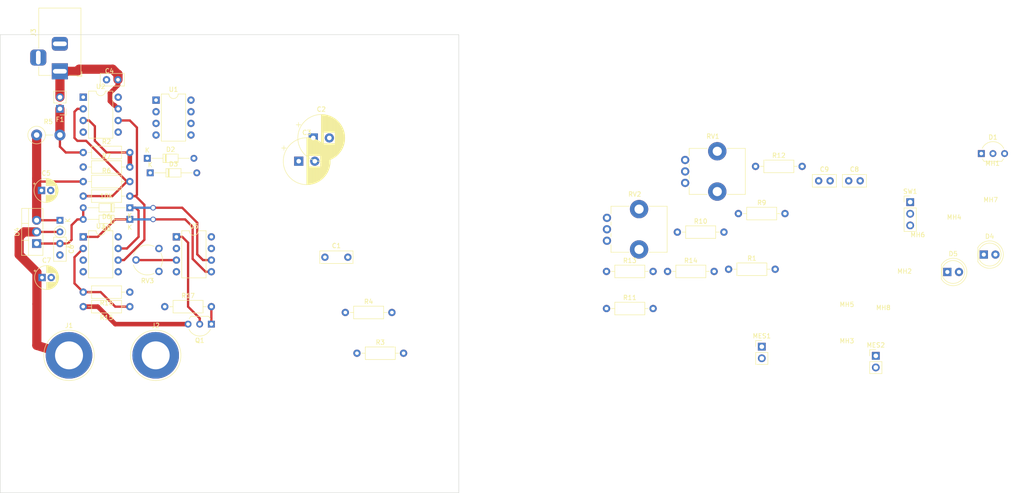
<source format=kicad_pcb>
(kicad_pcb (version 20171130) (host pcbnew "(5.0.0)")

  (general
    (thickness 1.6)
    (drawings 4)
    (tracks 105)
    (zones 0)
    (modules 58)
    (nets 30)
  )

  (page A4)
  (layers
    (0 F.Cu signal)
    (31 B.Cu power)
    (32 B.Adhes user)
    (33 F.Adhes user)
    (34 B.Paste user)
    (35 F.Paste user)
    (36 B.SilkS user)
    (37 F.SilkS user)
    (38 B.Mask user)
    (39 F.Mask user)
    (40 Dwgs.User user)
    (41 Cmts.User user)
    (42 Eco1.User user)
    (43 Eco2.User user)
    (44 Edge.Cuts user)
    (45 Margin user)
    (46 B.CrtYd user)
    (47 F.CrtYd user)
    (48 B.Fab user)
    (49 F.Fab user)
  )

  (setup
    (last_trace_width 0.5)
    (user_trace_width 0.5)
    (user_trace_width 1)
    (trace_clearance 0.5)
    (zone_clearance 0.508)
    (zone_45_only no)
    (trace_min 0.2)
    (segment_width 0.2)
    (edge_width 0.1)
    (via_size 1.2)
    (via_drill 0.8)
    (via_min_size 0.4)
    (via_min_drill 0.3)
    (uvia_size 0.3)
    (uvia_drill 0.1)
    (uvias_allowed no)
    (uvia_min_size 0.2)
    (uvia_min_drill 0.1)
    (pcb_text_width 0.3)
    (pcb_text_size 1.5 1.5)
    (mod_edge_width 0.15)
    (mod_text_size 1 1)
    (mod_text_width 0.15)
    (pad_size 1.524 1.524)
    (pad_drill 0.762)
    (pad_to_mask_clearance 0)
    (aux_axis_origin 0 0)
    (visible_elements 7FFFFFFF)
    (pcbplotparams
      (layerselection 0x010fc_ffffffff)
      (usegerberextensions false)
      (usegerberattributes false)
      (usegerberadvancedattributes false)
      (creategerberjobfile false)
      (excludeedgelayer true)
      (linewidth 0.100000)
      (plotframeref false)
      (viasonmask false)
      (mode 1)
      (useauxorigin false)
      (hpglpennumber 1)
      (hpglpenspeed 20)
      (hpglpendiameter 15.000000)
      (psnegative false)
      (psa4output false)
      (plotreference true)
      (plotvalue true)
      (plotinvisibletext false)
      (padsonsilk false)
      (subtractmaskfromsilk false)
      (outputformat 1)
      (mirror false)
      (drillshape 1)
      (scaleselection 1)
      (outputdirectory ""))
  )

  (net 0 "")
  (net 1 GNDA)
  (net 2 "Net-(C1-Pad2)")
  (net 3 "Net-(C2-Pad1)")
  (net 4 "Net-(C2-Pad2)")
  (net 5 V-)
  (net 6 +12V)
  (net 7 /REG_INP)
  (net 8 /V_ADJ)
  (net 9 OUTPUT)
  (net 10 2V5)
  (net 11 LED)
  (net 12 "Net-(D4-Pad2)")
  (net 13 "Net-(D5-Pad1)")
  (net 14 "Net-(MES1-Pad2)")
  (net 15 "Net-(Q1-Pad2)")
  (net 16 /I_sink_sense)
  (net 17 /Hi_side_sense)
  (net 18 "Net-(R3-Pad2)")
  (net 19 /Lo_side_sense)
  (net 20 I_FB)
  (net 21 "Net-(R10-Pad1)")
  (net 22 "Net-(R11-Pad2)")
  (net 23 "Net-(R15-Pad1)")
  (net 24 I_SET)
  (net 25 V_SET)
  (net 26 "Net-(RV3-Pad2)")
  (net 27 "Net-(F1-Pad1)")
  (net 28 /I_cmp)
  (net 29 /V_cmp)

  (net_class Default "This is the default net class."
    (clearance 0.5)
    (trace_width 0.5)
    (via_dia 1.2)
    (via_drill 0.8)
    (uvia_dia 0.3)
    (uvia_drill 0.1)
    (add_net /Hi_side_sense)
    (add_net /I_cmp)
    (add_net /I_sink_sense)
    (add_net /Lo_side_sense)
    (add_net /V_ADJ)
    (add_net /V_cmp)
    (add_net I_FB)
    (add_net I_SET)
    (add_net LED)
    (add_net "Net-(C1-Pad2)")
    (add_net "Net-(C2-Pad1)")
    (add_net "Net-(C2-Pad2)")
    (add_net "Net-(D4-Pad2)")
    (add_net "Net-(D5-Pad1)")
    (add_net "Net-(MES1-Pad2)")
    (add_net "Net-(Q1-Pad2)")
    (add_net "Net-(R10-Pad1)")
    (add_net "Net-(R11-Pad2)")
    (add_net "Net-(R15-Pad1)")
    (add_net "Net-(R3-Pad2)")
    (add_net "Net-(RV3-Pad2)")
    (add_net V_SET)
  )

  (net_class PWR ""
    (clearance 0.5)
    (trace_width 2)
    (via_dia 2)
    (via_drill 0.8)
    (uvia_dia 0.3)
    (uvia_drill 0.1)
    (add_net +12V)
    (add_net /REG_INP)
    (add_net 2V5)
    (add_net GNDA)
    (add_net "Net-(F1-Pad1)")
    (add_net OUTPUT)
    (add_net V-)
  )

  (module Package_DIP:DIP-8_W7.62mm (layer F.Cu) (tedit 5A02E8C5) (tstamp 5D84B25F)
    (at 38.1 64.135)
    (descr "8-lead though-hole mounted DIP package, row spacing 7.62 mm (300 mils)")
    (tags "THT DIP DIL PDIP 2.54mm 7.62mm 300mil")
    (path /5D60E780)
    (fp_text reference U3 (at 3.81 -2.33) (layer F.SilkS)
      (effects (font (size 1 1) (thickness 0.15)))
    )
    (fp_text value LM358 (at 3.81 9.95) (layer F.Fab)
      (effects (font (size 1 1) (thickness 0.15)))
    )
    (fp_text user %R (at 3.81 3.81) (layer F.Fab)
      (effects (font (size 1 1) (thickness 0.15)))
    )
    (fp_line (start 8.7 -1.55) (end -1.1 -1.55) (layer F.CrtYd) (width 0.05))
    (fp_line (start 8.7 9.15) (end 8.7 -1.55) (layer F.CrtYd) (width 0.05))
    (fp_line (start -1.1 9.15) (end 8.7 9.15) (layer F.CrtYd) (width 0.05))
    (fp_line (start -1.1 -1.55) (end -1.1 9.15) (layer F.CrtYd) (width 0.05))
    (fp_line (start 6.46 -1.33) (end 4.81 -1.33) (layer F.SilkS) (width 0.12))
    (fp_line (start 6.46 8.95) (end 6.46 -1.33) (layer F.SilkS) (width 0.12))
    (fp_line (start 1.16 8.95) (end 6.46 8.95) (layer F.SilkS) (width 0.12))
    (fp_line (start 1.16 -1.33) (end 1.16 8.95) (layer F.SilkS) (width 0.12))
    (fp_line (start 2.81 -1.33) (end 1.16 -1.33) (layer F.SilkS) (width 0.12))
    (fp_line (start 0.635 -0.27) (end 1.635 -1.27) (layer F.Fab) (width 0.1))
    (fp_line (start 0.635 8.89) (end 0.635 -0.27) (layer F.Fab) (width 0.1))
    (fp_line (start 6.985 8.89) (end 0.635 8.89) (layer F.Fab) (width 0.1))
    (fp_line (start 6.985 -1.27) (end 6.985 8.89) (layer F.Fab) (width 0.1))
    (fp_line (start 1.635 -1.27) (end 6.985 -1.27) (layer F.Fab) (width 0.1))
    (fp_arc (start 3.81 -1.33) (end 2.81 -1.33) (angle -180) (layer F.SilkS) (width 0.12))
    (pad 8 thru_hole oval (at 7.62 0) (size 1.6 1.6) (drill 0.8) (layers *.Cu *.Mask)
      (net 6 +12V))
    (pad 4 thru_hole oval (at 0 7.62) (size 1.6 1.6) (drill 0.8) (layers *.Cu *.Mask)
      (net 5 V-))
    (pad 7 thru_hole oval (at 7.62 2.54) (size 1.6 1.6) (drill 0.8) (layers *.Cu *.Mask)
      (net 28 /I_cmp))
    (pad 3 thru_hole oval (at 0 5.08) (size 1.6 1.6) (drill 0.8) (layers *.Cu *.Mask)
      (net 25 V_SET))
    (pad 6 thru_hole oval (at 7.62 5.08) (size 1.6 1.6) (drill 0.8) (layers *.Cu *.Mask)
      (net 20 I_FB))
    (pad 2 thru_hole oval (at 0 2.54) (size 1.6 1.6) (drill 0.8) (layers *.Cu *.Mask)
      (net 23 "Net-(R15-Pad1)"))
    (pad 5 thru_hole oval (at 7.62 7.62) (size 1.6 1.6) (drill 0.8) (layers *.Cu *.Mask)
      (net 24 I_SET))
    (pad 1 thru_hole rect (at 0 0) (size 1.6 1.6) (drill 0.8) (layers *.Cu *.Mask)
      (net 29 /V_cmp))
    (model ${KISYS3DMOD}/Package_DIP.3dshapes/DIP-8_W7.62mm.wrl
      (at (xyz 0 0 0))
      (scale (xyz 1 1 1))
      (rotate (xyz 0 0 0))
    )
  )

  (module Package_TO_SOT_THT:TO-220-3_Vertical (layer F.Cu) (tedit 5AC8BA0D) (tstamp 5D84B279)
    (at 27.94 65.595 90)
    (descr "TO-220-3, Vertical, RM 2.54mm, see https://www.vishay.com/docs/66542/to-220-1.pdf")
    (tags "TO-220-3 Vertical RM 2.54mm")
    (path /5D60E7E1)
    (fp_text reference U4 (at 2.54 -4.27 90) (layer F.SilkS)
      (effects (font (size 1 1) (thickness 0.15)))
    )
    (fp_text value LM317_3PinPackage (at 2.54 2.5 90) (layer F.Fab)
      (effects (font (size 1 1) (thickness 0.15)))
    )
    (fp_line (start -2.46 -3.15) (end -2.46 1.25) (layer F.Fab) (width 0.1))
    (fp_line (start -2.46 1.25) (end 7.54 1.25) (layer F.Fab) (width 0.1))
    (fp_line (start 7.54 1.25) (end 7.54 -3.15) (layer F.Fab) (width 0.1))
    (fp_line (start 7.54 -3.15) (end -2.46 -3.15) (layer F.Fab) (width 0.1))
    (fp_line (start -2.46 -1.88) (end 7.54 -1.88) (layer F.Fab) (width 0.1))
    (fp_line (start 0.69 -3.15) (end 0.69 -1.88) (layer F.Fab) (width 0.1))
    (fp_line (start 4.39 -3.15) (end 4.39 -1.88) (layer F.Fab) (width 0.1))
    (fp_line (start -2.58 -3.27) (end 7.66 -3.27) (layer F.SilkS) (width 0.12))
    (fp_line (start -2.58 1.371) (end 7.66 1.371) (layer F.SilkS) (width 0.12))
    (fp_line (start -2.58 -3.27) (end -2.58 1.371) (layer F.SilkS) (width 0.12))
    (fp_line (start 7.66 -3.27) (end 7.66 1.371) (layer F.SilkS) (width 0.12))
    (fp_line (start -2.58 -1.76) (end 7.66 -1.76) (layer F.SilkS) (width 0.12))
    (fp_line (start 0.69 -3.27) (end 0.69 -1.76) (layer F.SilkS) (width 0.12))
    (fp_line (start 4.391 -3.27) (end 4.391 -1.76) (layer F.SilkS) (width 0.12))
    (fp_line (start -2.71 -3.4) (end -2.71 1.51) (layer F.CrtYd) (width 0.05))
    (fp_line (start -2.71 1.51) (end 7.79 1.51) (layer F.CrtYd) (width 0.05))
    (fp_line (start 7.79 1.51) (end 7.79 -3.4) (layer F.CrtYd) (width 0.05))
    (fp_line (start 7.79 -3.4) (end -2.71 -3.4) (layer F.CrtYd) (width 0.05))
    (fp_text user %R (at 2.54 -4.27 90) (layer F.Fab)
      (effects (font (size 1 1) (thickness 0.15)))
    )
    (pad 1 thru_hole rect (at 0 0 90) (size 1.905 2) (drill 1.1) (layers *.Cu *.Mask)
      (net 8 /V_ADJ))
    (pad 2 thru_hole oval (at 2.54 0 90) (size 1.905 2) (drill 1.1) (layers *.Cu *.Mask)
      (net 9 OUTPUT))
    (pad 3 thru_hole oval (at 5.08 0 90) (size 1.905 2) (drill 1.1) (layers *.Cu *.Mask)
      (net 7 /REG_INP))
    (model ${KISYS3DMOD}/Package_TO_SOT_THT.3dshapes/TO-220-3_Vertical.wrl
      (at (xyz 0 0 0))
      (scale (xyz 1 1 1))
      (rotate (xyz 0 0 0))
    )
  )

  (module Diode_THT:D_DO-34_SOD68_P2.54mm_Vertical_KathodeUp (layer F.Cu) (tedit 5AE50CD5) (tstamp 5D85E150)
    (at 33.02 60.515 270)
    (descr "Diode, DO-34_SOD68 series, Axial, Vertical, pin pitch=2.54mm, , length*diameter=3.04*1.6mm^2, , https://www.nxp.com/docs/en/data-sheet/KTY83_SER.pdf")
    (tags "Diode DO-34_SOD68 series Axial Vertical pin pitch 2.54mm  length 3.04mm diameter 1.6mm")
    (path /5DD4650F)
    (fp_text reference D7 (at 5.08 -1.92 90) (layer F.SilkS)
      (effects (font (size 1 1) (thickness 0.15)))
    )
    (fp_text value 1N4007 (at 5.08 1.92 90) (layer F.Fab)
      (effects (font (size 1 1) (thickness 0.15)))
    )
    (fp_text user K (at 0 -1.75 90) (layer F.SilkS)
      (effects (font (size 1 1) (thickness 0.15)))
    )
    (fp_text user K (at -1.75 0 90) (layer F.Fab)
      (effects (font (size 1 1) (thickness 0.15)))
    )
    (fp_text user %R (at 5.308 0 90) (layer F.Fab)
      (effects (font (size 0.608 0.608) (thickness 0.0912)))
    )
    (fp_line (start 3.59 -1.05) (end -1 -1.05) (layer F.CrtYd) (width 0.05))
    (fp_line (start 3.59 1.05) (end 3.59 -1.05) (layer F.CrtYd) (width 0.05))
    (fp_line (start -1 1.05) (end 3.59 1.05) (layer F.CrtYd) (width 0.05))
    (fp_line (start -1 -1.05) (end -1 1.05) (layer F.CrtYd) (width 0.05))
    (fp_line (start 1.28434 0) (end 1.05 0) (layer F.SilkS) (width 0.12))
    (fp_line (start 0 0) (end 2.54 0) (layer F.Fab) (width 0.1))
    (fp_circle (center 2.54 0) (end 3.79566 0) (layer F.SilkS) (width 0.12))
    (fp_circle (center 2.54 0) (end 3.34 0) (layer F.Fab) (width 0.1))
    (pad 2 thru_hole oval (at 2.54 0 270) (size 1.5 1.5) (drill 0.75) (layers *.Cu *.Mask)
      (net 9 OUTPUT))
    (pad 1 thru_hole rect (at 0 0 270) (size 1.5 1.5) (drill 0.75) (layers *.Cu *.Mask)
      (net 7 /REG_INP))
    (model ${KISYS3DMOD}/Diode_THT.3dshapes/D_DO-34_SOD68_P2.54mm_Vertical_KathodeUp.wrl
      (at (xyz 0 0 0))
      (scale (xyz 1 1 1))
      (rotate (xyz 0 0 0))
    )
  )

  (module Connector_PinHeader_2.54mm:PinHeader_1x02_P2.54mm_Vertical (layer F.Cu) (tedit 59FED5CC) (tstamp 5D8558FA)
    (at 33.02 36.195 180)
    (descr "Through hole straight pin header, 1x02, 2.54mm pitch, single row")
    (tags "Through hole pin header THT 1x02 2.54mm single row")
    (path /5D8B78FD)
    (fp_text reference F1 (at 0 -2.33) (layer F.SilkS)
      (effects (font (size 1 1) (thickness 0.15)))
    )
    (fp_text value Fuse (at 0 4.87) (layer F.Fab)
      (effects (font (size 1 1) (thickness 0.15)))
    )
    (fp_text user %R (at 0 1.27 90) (layer F.Fab)
      (effects (font (size 1 1) (thickness 0.15)))
    )
    (fp_line (start 1.8 -1.8) (end -1.8 -1.8) (layer F.CrtYd) (width 0.05))
    (fp_line (start 1.8 4.35) (end 1.8 -1.8) (layer F.CrtYd) (width 0.05))
    (fp_line (start -1.8 4.35) (end 1.8 4.35) (layer F.CrtYd) (width 0.05))
    (fp_line (start -1.8 -1.8) (end -1.8 4.35) (layer F.CrtYd) (width 0.05))
    (fp_line (start -1.33 -1.33) (end 0 -1.33) (layer F.SilkS) (width 0.12))
    (fp_line (start -1.33 0) (end -1.33 -1.33) (layer F.SilkS) (width 0.12))
    (fp_line (start -1.33 1.27) (end 1.33 1.27) (layer F.SilkS) (width 0.12))
    (fp_line (start 1.33 1.27) (end 1.33 3.87) (layer F.SilkS) (width 0.12))
    (fp_line (start -1.33 1.27) (end -1.33 3.87) (layer F.SilkS) (width 0.12))
    (fp_line (start -1.33 3.87) (end 1.33 3.87) (layer F.SilkS) (width 0.12))
    (fp_line (start -1.27 -0.635) (end -0.635 -1.27) (layer F.Fab) (width 0.1))
    (fp_line (start -1.27 3.81) (end -1.27 -0.635) (layer F.Fab) (width 0.1))
    (fp_line (start 1.27 3.81) (end -1.27 3.81) (layer F.Fab) (width 0.1))
    (fp_line (start 1.27 -1.27) (end 1.27 3.81) (layer F.Fab) (width 0.1))
    (fp_line (start -0.635 -1.27) (end 1.27 -1.27) (layer F.Fab) (width 0.1))
    (pad 2 thru_hole oval (at 0 2.54 180) (size 1.7 1.7) (drill 1) (layers *.Cu *.Mask)
      (net 6 +12V))
    (pad 1 thru_hole rect (at 0 0 180) (size 1.7 1.7) (drill 1) (layers *.Cu *.Mask)
      (net 27 "Net-(F1-Pad1)"))
    (model ${KISYS3DMOD}/Connector_PinHeader_2.54mm.3dshapes/PinHeader_1x02_P2.54mm_Vertical.wrl
      (at (xyz 0 0 0))
      (scale (xyz 1 1 1))
      (rotate (xyz 0 0 0))
    )
  )

  (module Capacitor_THT:C_Rect_L7.0mm_W2.5mm_P5.00mm (layer F.Cu) (tedit 5AE50EF0) (tstamp 5D84ABB7)
    (at 90.805 68.58)
    (descr "C, Rect series, Radial, pin pitch=5.00mm, , length*width=7*2.5mm^2, Capacitor")
    (tags "C Rect series Radial pin pitch 5.00mm  length 7mm width 2.5mm Capacitor")
    (path /5D819EB0)
    (fp_text reference C1 (at 2.5 -2.5) (layer F.SilkS)
      (effects (font (size 1 1) (thickness 0.15)))
    )
    (fp_text value 200n (at 2.5 2.5) (layer F.Fab)
      (effects (font (size 1 1) (thickness 0.15)))
    )
    (fp_line (start -1 -1.25) (end -1 1.25) (layer F.Fab) (width 0.1))
    (fp_line (start -1 1.25) (end 6 1.25) (layer F.Fab) (width 0.1))
    (fp_line (start 6 1.25) (end 6 -1.25) (layer F.Fab) (width 0.1))
    (fp_line (start 6 -1.25) (end -1 -1.25) (layer F.Fab) (width 0.1))
    (fp_line (start -1.12 -1.37) (end 6.12 -1.37) (layer F.SilkS) (width 0.12))
    (fp_line (start -1.12 1.37) (end 6.12 1.37) (layer F.SilkS) (width 0.12))
    (fp_line (start -1.12 -1.37) (end -1.12 1.37) (layer F.SilkS) (width 0.12))
    (fp_line (start 6.12 -1.37) (end 6.12 1.37) (layer F.SilkS) (width 0.12))
    (fp_line (start -1.25 -1.5) (end -1.25 1.5) (layer F.CrtYd) (width 0.05))
    (fp_line (start -1.25 1.5) (end 6.25 1.5) (layer F.CrtYd) (width 0.05))
    (fp_line (start 6.25 1.5) (end 6.25 -1.5) (layer F.CrtYd) (width 0.05))
    (fp_line (start 6.25 -1.5) (end -1.25 -1.5) (layer F.CrtYd) (width 0.05))
    (fp_text user %R (at 2.5 0) (layer F.Fab)
      (effects (font (size 1 1) (thickness 0.15)))
    )
    (pad 1 thru_hole circle (at 0 0) (size 1.6 1.6) (drill 0.8) (layers *.Cu *.Mask)
      (net 1 GNDA))
    (pad 2 thru_hole circle (at 5 0) (size 1.6 1.6) (drill 0.8) (layers *.Cu *.Mask)
      (net 2 "Net-(C1-Pad2)"))
    (model ${KISYS3DMOD}/Capacitor_THT.3dshapes/C_Rect_L7.0mm_W2.5mm_P5.00mm.wrl
      (at (xyz 0 0 0))
      (scale (xyz 1 1 1))
      (rotate (xyz 0 0 0))
    )
  )

  (module Capacitor_THT:CP_Radial_D10.0mm_P3.50mm (layer F.Cu) (tedit 5AE50EF0) (tstamp 5D84AC83)
    (at 88.265 42.545)
    (descr "CP, Radial series, Radial, pin pitch=3.50mm, , diameter=10mm, Electrolytic Capacitor")
    (tags "CP Radial series Radial pin pitch 3.50mm  diameter 10mm Electrolytic Capacitor")
    (path /5D84CB66)
    (fp_text reference C2 (at 1.75 -6.25) (layer F.SilkS)
      (effects (font (size 1 1) (thickness 0.15)))
    )
    (fp_text value "100u 16V" (at 1.75 6.25) (layer F.Fab)
      (effects (font (size 1 1) (thickness 0.15)))
    )
    (fp_circle (center 1.75 0) (end 6.75 0) (layer F.Fab) (width 0.1))
    (fp_circle (center 1.75 0) (end 6.87 0) (layer F.SilkS) (width 0.12))
    (fp_circle (center 1.75 0) (end 7 0) (layer F.CrtYd) (width 0.05))
    (fp_line (start -2.538861 -2.1875) (end -1.538861 -2.1875) (layer F.Fab) (width 0.1))
    (fp_line (start -2.038861 -2.6875) (end -2.038861 -1.6875) (layer F.Fab) (width 0.1))
    (fp_line (start 1.75 -5.08) (end 1.75 5.08) (layer F.SilkS) (width 0.12))
    (fp_line (start 1.79 -5.08) (end 1.79 5.08) (layer F.SilkS) (width 0.12))
    (fp_line (start 1.83 -5.08) (end 1.83 5.08) (layer F.SilkS) (width 0.12))
    (fp_line (start 1.87 -5.079) (end 1.87 5.079) (layer F.SilkS) (width 0.12))
    (fp_line (start 1.91 -5.078) (end 1.91 5.078) (layer F.SilkS) (width 0.12))
    (fp_line (start 1.95 -5.077) (end 1.95 5.077) (layer F.SilkS) (width 0.12))
    (fp_line (start 1.99 -5.075) (end 1.99 5.075) (layer F.SilkS) (width 0.12))
    (fp_line (start 2.03 -5.073) (end 2.03 5.073) (layer F.SilkS) (width 0.12))
    (fp_line (start 2.07 -5.07) (end 2.07 5.07) (layer F.SilkS) (width 0.12))
    (fp_line (start 2.11 -5.068) (end 2.11 5.068) (layer F.SilkS) (width 0.12))
    (fp_line (start 2.15 -5.065) (end 2.15 5.065) (layer F.SilkS) (width 0.12))
    (fp_line (start 2.19 -5.062) (end 2.19 5.062) (layer F.SilkS) (width 0.12))
    (fp_line (start 2.23 -5.058) (end 2.23 5.058) (layer F.SilkS) (width 0.12))
    (fp_line (start 2.27 -5.054) (end 2.27 -1.241) (layer F.SilkS) (width 0.12))
    (fp_line (start 2.27 1.241) (end 2.27 5.054) (layer F.SilkS) (width 0.12))
    (fp_line (start 2.31 -5.05) (end 2.31 -1.241) (layer F.SilkS) (width 0.12))
    (fp_line (start 2.31 1.241) (end 2.31 5.05) (layer F.SilkS) (width 0.12))
    (fp_line (start 2.35 -5.045) (end 2.35 -1.241) (layer F.SilkS) (width 0.12))
    (fp_line (start 2.35 1.241) (end 2.35 5.045) (layer F.SilkS) (width 0.12))
    (fp_line (start 2.39 -5.04) (end 2.39 -1.241) (layer F.SilkS) (width 0.12))
    (fp_line (start 2.39 1.241) (end 2.39 5.04) (layer F.SilkS) (width 0.12))
    (fp_line (start 2.43 -5.035) (end 2.43 -1.241) (layer F.SilkS) (width 0.12))
    (fp_line (start 2.43 1.241) (end 2.43 5.035) (layer F.SilkS) (width 0.12))
    (fp_line (start 2.471 -5.03) (end 2.471 -1.241) (layer F.SilkS) (width 0.12))
    (fp_line (start 2.471 1.241) (end 2.471 5.03) (layer F.SilkS) (width 0.12))
    (fp_line (start 2.511 -5.024) (end 2.511 -1.241) (layer F.SilkS) (width 0.12))
    (fp_line (start 2.511 1.241) (end 2.511 5.024) (layer F.SilkS) (width 0.12))
    (fp_line (start 2.551 -5.018) (end 2.551 -1.241) (layer F.SilkS) (width 0.12))
    (fp_line (start 2.551 1.241) (end 2.551 5.018) (layer F.SilkS) (width 0.12))
    (fp_line (start 2.591 -5.011) (end 2.591 -1.241) (layer F.SilkS) (width 0.12))
    (fp_line (start 2.591 1.241) (end 2.591 5.011) (layer F.SilkS) (width 0.12))
    (fp_line (start 2.631 -5.004) (end 2.631 -1.241) (layer F.SilkS) (width 0.12))
    (fp_line (start 2.631 1.241) (end 2.631 5.004) (layer F.SilkS) (width 0.12))
    (fp_line (start 2.671 -4.997) (end 2.671 -1.241) (layer F.SilkS) (width 0.12))
    (fp_line (start 2.671 1.241) (end 2.671 4.997) (layer F.SilkS) (width 0.12))
    (fp_line (start 2.711 -4.99) (end 2.711 -1.241) (layer F.SilkS) (width 0.12))
    (fp_line (start 2.711 1.241) (end 2.711 4.99) (layer F.SilkS) (width 0.12))
    (fp_line (start 2.751 -4.982) (end 2.751 -1.241) (layer F.SilkS) (width 0.12))
    (fp_line (start 2.751 1.241) (end 2.751 4.982) (layer F.SilkS) (width 0.12))
    (fp_line (start 2.791 -4.974) (end 2.791 -1.241) (layer F.SilkS) (width 0.12))
    (fp_line (start 2.791 1.241) (end 2.791 4.974) (layer F.SilkS) (width 0.12))
    (fp_line (start 2.831 -4.965) (end 2.831 -1.241) (layer F.SilkS) (width 0.12))
    (fp_line (start 2.831 1.241) (end 2.831 4.965) (layer F.SilkS) (width 0.12))
    (fp_line (start 2.871 -4.956) (end 2.871 -1.241) (layer F.SilkS) (width 0.12))
    (fp_line (start 2.871 1.241) (end 2.871 4.956) (layer F.SilkS) (width 0.12))
    (fp_line (start 2.911 -4.947) (end 2.911 -1.241) (layer F.SilkS) (width 0.12))
    (fp_line (start 2.911 1.241) (end 2.911 4.947) (layer F.SilkS) (width 0.12))
    (fp_line (start 2.951 -4.938) (end 2.951 -1.241) (layer F.SilkS) (width 0.12))
    (fp_line (start 2.951 1.241) (end 2.951 4.938) (layer F.SilkS) (width 0.12))
    (fp_line (start 2.991 -4.928) (end 2.991 -1.241) (layer F.SilkS) (width 0.12))
    (fp_line (start 2.991 1.241) (end 2.991 4.928) (layer F.SilkS) (width 0.12))
    (fp_line (start 3.031 -4.918) (end 3.031 -1.241) (layer F.SilkS) (width 0.12))
    (fp_line (start 3.031 1.241) (end 3.031 4.918) (layer F.SilkS) (width 0.12))
    (fp_line (start 3.071 -4.907) (end 3.071 -1.241) (layer F.SilkS) (width 0.12))
    (fp_line (start 3.071 1.241) (end 3.071 4.907) (layer F.SilkS) (width 0.12))
    (fp_line (start 3.111 -4.897) (end 3.111 -1.241) (layer F.SilkS) (width 0.12))
    (fp_line (start 3.111 1.241) (end 3.111 4.897) (layer F.SilkS) (width 0.12))
    (fp_line (start 3.151 -4.885) (end 3.151 -1.241) (layer F.SilkS) (width 0.12))
    (fp_line (start 3.151 1.241) (end 3.151 4.885) (layer F.SilkS) (width 0.12))
    (fp_line (start 3.191 -4.874) (end 3.191 -1.241) (layer F.SilkS) (width 0.12))
    (fp_line (start 3.191 1.241) (end 3.191 4.874) (layer F.SilkS) (width 0.12))
    (fp_line (start 3.231 -4.862) (end 3.231 -1.241) (layer F.SilkS) (width 0.12))
    (fp_line (start 3.231 1.241) (end 3.231 4.862) (layer F.SilkS) (width 0.12))
    (fp_line (start 3.271 -4.85) (end 3.271 -1.241) (layer F.SilkS) (width 0.12))
    (fp_line (start 3.271 1.241) (end 3.271 4.85) (layer F.SilkS) (width 0.12))
    (fp_line (start 3.311 -4.837) (end 3.311 -1.241) (layer F.SilkS) (width 0.12))
    (fp_line (start 3.311 1.241) (end 3.311 4.837) (layer F.SilkS) (width 0.12))
    (fp_line (start 3.351 -4.824) (end 3.351 -1.241) (layer F.SilkS) (width 0.12))
    (fp_line (start 3.351 1.241) (end 3.351 4.824) (layer F.SilkS) (width 0.12))
    (fp_line (start 3.391 -4.811) (end 3.391 -1.241) (layer F.SilkS) (width 0.12))
    (fp_line (start 3.391 1.241) (end 3.391 4.811) (layer F.SilkS) (width 0.12))
    (fp_line (start 3.431 -4.797) (end 3.431 -1.241) (layer F.SilkS) (width 0.12))
    (fp_line (start 3.431 1.241) (end 3.431 4.797) (layer F.SilkS) (width 0.12))
    (fp_line (start 3.471 -4.783) (end 3.471 -1.241) (layer F.SilkS) (width 0.12))
    (fp_line (start 3.471 1.241) (end 3.471 4.783) (layer F.SilkS) (width 0.12))
    (fp_line (start 3.511 -4.768) (end 3.511 -1.241) (layer F.SilkS) (width 0.12))
    (fp_line (start 3.511 1.241) (end 3.511 4.768) (layer F.SilkS) (width 0.12))
    (fp_line (start 3.551 -4.754) (end 3.551 -1.241) (layer F.SilkS) (width 0.12))
    (fp_line (start 3.551 1.241) (end 3.551 4.754) (layer F.SilkS) (width 0.12))
    (fp_line (start 3.591 -4.738) (end 3.591 -1.241) (layer F.SilkS) (width 0.12))
    (fp_line (start 3.591 1.241) (end 3.591 4.738) (layer F.SilkS) (width 0.12))
    (fp_line (start 3.631 -4.723) (end 3.631 -1.241) (layer F.SilkS) (width 0.12))
    (fp_line (start 3.631 1.241) (end 3.631 4.723) (layer F.SilkS) (width 0.12))
    (fp_line (start 3.671 -4.707) (end 3.671 -1.241) (layer F.SilkS) (width 0.12))
    (fp_line (start 3.671 1.241) (end 3.671 4.707) (layer F.SilkS) (width 0.12))
    (fp_line (start 3.711 -4.69) (end 3.711 -1.241) (layer F.SilkS) (width 0.12))
    (fp_line (start 3.711 1.241) (end 3.711 4.69) (layer F.SilkS) (width 0.12))
    (fp_line (start 3.751 -4.674) (end 3.751 -1.241) (layer F.SilkS) (width 0.12))
    (fp_line (start 3.751 1.241) (end 3.751 4.674) (layer F.SilkS) (width 0.12))
    (fp_line (start 3.791 -4.657) (end 3.791 -1.241) (layer F.SilkS) (width 0.12))
    (fp_line (start 3.791 1.241) (end 3.791 4.657) (layer F.SilkS) (width 0.12))
    (fp_line (start 3.831 -4.639) (end 3.831 -1.241) (layer F.SilkS) (width 0.12))
    (fp_line (start 3.831 1.241) (end 3.831 4.639) (layer F.SilkS) (width 0.12))
    (fp_line (start 3.871 -4.621) (end 3.871 -1.241) (layer F.SilkS) (width 0.12))
    (fp_line (start 3.871 1.241) (end 3.871 4.621) (layer F.SilkS) (width 0.12))
    (fp_line (start 3.911 -4.603) (end 3.911 -1.241) (layer F.SilkS) (width 0.12))
    (fp_line (start 3.911 1.241) (end 3.911 4.603) (layer F.SilkS) (width 0.12))
    (fp_line (start 3.951 -4.584) (end 3.951 -1.241) (layer F.SilkS) (width 0.12))
    (fp_line (start 3.951 1.241) (end 3.951 4.584) (layer F.SilkS) (width 0.12))
    (fp_line (start 3.991 -4.564) (end 3.991 -1.241) (layer F.SilkS) (width 0.12))
    (fp_line (start 3.991 1.241) (end 3.991 4.564) (layer F.SilkS) (width 0.12))
    (fp_line (start 4.031 -4.545) (end 4.031 -1.241) (layer F.SilkS) (width 0.12))
    (fp_line (start 4.031 1.241) (end 4.031 4.545) (layer F.SilkS) (width 0.12))
    (fp_line (start 4.071 -4.525) (end 4.071 -1.241) (layer F.SilkS) (width 0.12))
    (fp_line (start 4.071 1.241) (end 4.071 4.525) (layer F.SilkS) (width 0.12))
    (fp_line (start 4.111 -4.504) (end 4.111 -1.241) (layer F.SilkS) (width 0.12))
    (fp_line (start 4.111 1.241) (end 4.111 4.504) (layer F.SilkS) (width 0.12))
    (fp_line (start 4.151 -4.483) (end 4.151 -1.241) (layer F.SilkS) (width 0.12))
    (fp_line (start 4.151 1.241) (end 4.151 4.483) (layer F.SilkS) (width 0.12))
    (fp_line (start 4.191 -4.462) (end 4.191 -1.241) (layer F.SilkS) (width 0.12))
    (fp_line (start 4.191 1.241) (end 4.191 4.462) (layer F.SilkS) (width 0.12))
    (fp_line (start 4.231 -4.44) (end 4.231 -1.241) (layer F.SilkS) (width 0.12))
    (fp_line (start 4.231 1.241) (end 4.231 4.44) (layer F.SilkS) (width 0.12))
    (fp_line (start 4.271 -4.417) (end 4.271 -1.241) (layer F.SilkS) (width 0.12))
    (fp_line (start 4.271 1.241) (end 4.271 4.417) (layer F.SilkS) (width 0.12))
    (fp_line (start 4.311 -4.395) (end 4.311 -1.241) (layer F.SilkS) (width 0.12))
    (fp_line (start 4.311 1.241) (end 4.311 4.395) (layer F.SilkS) (width 0.12))
    (fp_line (start 4.351 -4.371) (end 4.351 -1.241) (layer F.SilkS) (width 0.12))
    (fp_line (start 4.351 1.241) (end 4.351 4.371) (layer F.SilkS) (width 0.12))
    (fp_line (start 4.391 -4.347) (end 4.391 -1.241) (layer F.SilkS) (width 0.12))
    (fp_line (start 4.391 1.241) (end 4.391 4.347) (layer F.SilkS) (width 0.12))
    (fp_line (start 4.431 -4.323) (end 4.431 -1.241) (layer F.SilkS) (width 0.12))
    (fp_line (start 4.431 1.241) (end 4.431 4.323) (layer F.SilkS) (width 0.12))
    (fp_line (start 4.471 -4.298) (end 4.471 -1.241) (layer F.SilkS) (width 0.12))
    (fp_line (start 4.471 1.241) (end 4.471 4.298) (layer F.SilkS) (width 0.12))
    (fp_line (start 4.511 -4.273) (end 4.511 -1.241) (layer F.SilkS) (width 0.12))
    (fp_line (start 4.511 1.241) (end 4.511 4.273) (layer F.SilkS) (width 0.12))
    (fp_line (start 4.551 -4.247) (end 4.551 -1.241) (layer F.SilkS) (width 0.12))
    (fp_line (start 4.551 1.241) (end 4.551 4.247) (layer F.SilkS) (width 0.12))
    (fp_line (start 4.591 -4.221) (end 4.591 -1.241) (layer F.SilkS) (width 0.12))
    (fp_line (start 4.591 1.241) (end 4.591 4.221) (layer F.SilkS) (width 0.12))
    (fp_line (start 4.631 -4.194) (end 4.631 -1.241) (layer F.SilkS) (width 0.12))
    (fp_line (start 4.631 1.241) (end 4.631 4.194) (layer F.SilkS) (width 0.12))
    (fp_line (start 4.671 -4.166) (end 4.671 -1.241) (layer F.SilkS) (width 0.12))
    (fp_line (start 4.671 1.241) (end 4.671 4.166) (layer F.SilkS) (width 0.12))
    (fp_line (start 4.711 -4.138) (end 4.711 -1.241) (layer F.SilkS) (width 0.12))
    (fp_line (start 4.711 1.241) (end 4.711 4.138) (layer F.SilkS) (width 0.12))
    (fp_line (start 4.751 -4.11) (end 4.751 4.11) (layer F.SilkS) (width 0.12))
    (fp_line (start 4.791 -4.08) (end 4.791 4.08) (layer F.SilkS) (width 0.12))
    (fp_line (start 4.831 -4.05) (end 4.831 4.05) (layer F.SilkS) (width 0.12))
    (fp_line (start 4.871 -4.02) (end 4.871 4.02) (layer F.SilkS) (width 0.12))
    (fp_line (start 4.911 -3.989) (end 4.911 3.989) (layer F.SilkS) (width 0.12))
    (fp_line (start 4.951 -3.957) (end 4.951 3.957) (layer F.SilkS) (width 0.12))
    (fp_line (start 4.991 -3.925) (end 4.991 3.925) (layer F.SilkS) (width 0.12))
    (fp_line (start 5.031 -3.892) (end 5.031 3.892) (layer F.SilkS) (width 0.12))
    (fp_line (start 5.071 -3.858) (end 5.071 3.858) (layer F.SilkS) (width 0.12))
    (fp_line (start 5.111 -3.824) (end 5.111 3.824) (layer F.SilkS) (width 0.12))
    (fp_line (start 5.151 -3.789) (end 5.151 3.789) (layer F.SilkS) (width 0.12))
    (fp_line (start 5.191 -3.753) (end 5.191 3.753) (layer F.SilkS) (width 0.12))
    (fp_line (start 5.231 -3.716) (end 5.231 3.716) (layer F.SilkS) (width 0.12))
    (fp_line (start 5.271 -3.679) (end 5.271 3.679) (layer F.SilkS) (width 0.12))
    (fp_line (start 5.311 -3.64) (end 5.311 3.64) (layer F.SilkS) (width 0.12))
    (fp_line (start 5.351 -3.601) (end 5.351 3.601) (layer F.SilkS) (width 0.12))
    (fp_line (start 5.391 -3.561) (end 5.391 3.561) (layer F.SilkS) (width 0.12))
    (fp_line (start 5.431 -3.52) (end 5.431 3.52) (layer F.SilkS) (width 0.12))
    (fp_line (start 5.471 -3.478) (end 5.471 3.478) (layer F.SilkS) (width 0.12))
    (fp_line (start 5.511 -3.436) (end 5.511 3.436) (layer F.SilkS) (width 0.12))
    (fp_line (start 5.551 -3.392) (end 5.551 3.392) (layer F.SilkS) (width 0.12))
    (fp_line (start 5.591 -3.347) (end 5.591 3.347) (layer F.SilkS) (width 0.12))
    (fp_line (start 5.631 -3.301) (end 5.631 3.301) (layer F.SilkS) (width 0.12))
    (fp_line (start 5.671 -3.254) (end 5.671 3.254) (layer F.SilkS) (width 0.12))
    (fp_line (start 5.711 -3.206) (end 5.711 3.206) (layer F.SilkS) (width 0.12))
    (fp_line (start 5.751 -3.156) (end 5.751 3.156) (layer F.SilkS) (width 0.12))
    (fp_line (start 5.791 -3.106) (end 5.791 3.106) (layer F.SilkS) (width 0.12))
    (fp_line (start 5.831 -3.054) (end 5.831 3.054) (layer F.SilkS) (width 0.12))
    (fp_line (start 5.871 -3) (end 5.871 3) (layer F.SilkS) (width 0.12))
    (fp_line (start 5.911 -2.945) (end 5.911 2.945) (layer F.SilkS) (width 0.12))
    (fp_line (start 5.951 -2.889) (end 5.951 2.889) (layer F.SilkS) (width 0.12))
    (fp_line (start 5.991 -2.83) (end 5.991 2.83) (layer F.SilkS) (width 0.12))
    (fp_line (start 6.031 -2.77) (end 6.031 2.77) (layer F.SilkS) (width 0.12))
    (fp_line (start 6.071 -2.709) (end 6.071 2.709) (layer F.SilkS) (width 0.12))
    (fp_line (start 6.111 -2.645) (end 6.111 2.645) (layer F.SilkS) (width 0.12))
    (fp_line (start 6.151 -2.579) (end 6.151 2.579) (layer F.SilkS) (width 0.12))
    (fp_line (start 6.191 -2.51) (end 6.191 2.51) (layer F.SilkS) (width 0.12))
    (fp_line (start 6.231 -2.439) (end 6.231 2.439) (layer F.SilkS) (width 0.12))
    (fp_line (start 6.271 -2.365) (end 6.271 2.365) (layer F.SilkS) (width 0.12))
    (fp_line (start 6.311 -2.289) (end 6.311 2.289) (layer F.SilkS) (width 0.12))
    (fp_line (start 6.351 -2.209) (end 6.351 2.209) (layer F.SilkS) (width 0.12))
    (fp_line (start 6.391 -2.125) (end 6.391 2.125) (layer F.SilkS) (width 0.12))
    (fp_line (start 6.431 -2.037) (end 6.431 2.037) (layer F.SilkS) (width 0.12))
    (fp_line (start 6.471 -1.944) (end 6.471 1.944) (layer F.SilkS) (width 0.12))
    (fp_line (start 6.511 -1.846) (end 6.511 1.846) (layer F.SilkS) (width 0.12))
    (fp_line (start 6.551 -1.742) (end 6.551 1.742) (layer F.SilkS) (width 0.12))
    (fp_line (start 6.591 -1.63) (end 6.591 1.63) (layer F.SilkS) (width 0.12))
    (fp_line (start 6.631 -1.51) (end 6.631 1.51) (layer F.SilkS) (width 0.12))
    (fp_line (start 6.671 -1.378) (end 6.671 1.378) (layer F.SilkS) (width 0.12))
    (fp_line (start 6.711 -1.23) (end 6.711 1.23) (layer F.SilkS) (width 0.12))
    (fp_line (start 6.751 -1.062) (end 6.751 1.062) (layer F.SilkS) (width 0.12))
    (fp_line (start 6.791 -0.862) (end 6.791 0.862) (layer F.SilkS) (width 0.12))
    (fp_line (start 6.831 -0.599) (end 6.831 0.599) (layer F.SilkS) (width 0.12))
    (fp_line (start -3.729646 -2.875) (end -2.729646 -2.875) (layer F.SilkS) (width 0.12))
    (fp_line (start -3.229646 -3.375) (end -3.229646 -2.375) (layer F.SilkS) (width 0.12))
    (fp_text user %R (at 1.75 0) (layer F.Fab)
      (effects (font (size 1 1) (thickness 0.15)))
    )
    (pad 1 thru_hole rect (at 0 0) (size 2 2) (drill 1) (layers *.Cu *.Mask)
      (net 3 "Net-(C2-Pad1)"))
    (pad 2 thru_hole circle (at 3.5 0) (size 2 2) (drill 1) (layers *.Cu *.Mask)
      (net 4 "Net-(C2-Pad2)"))
    (model ${KISYS3DMOD}/Capacitor_THT.3dshapes/CP_Radial_D10.0mm_P3.50mm.wrl
      (at (xyz 0 0 0))
      (scale (xyz 1 1 1))
      (rotate (xyz 0 0 0))
    )
  )

  (module Capacitor_THT:CP_Radial_D10.0mm_P3.50mm (layer F.Cu) (tedit 5AE50EF0) (tstamp 5D84AD4F)
    (at 85.09 47.625)
    (descr "CP, Radial series, Radial, pin pitch=3.50mm, , diameter=10mm, Electrolytic Capacitor")
    (tags "CP Radial series Radial pin pitch 3.50mm  diameter 10mm Electrolytic Capacitor")
    (path /5D815383)
    (fp_text reference C3 (at 1.75 -6.25) (layer F.SilkS)
      (effects (font (size 1 1) (thickness 0.15)))
    )
    (fp_text value "100u 16v" (at 1.75 6.25) (layer F.Fab)
      (effects (font (size 1 1) (thickness 0.15)))
    )
    (fp_text user %R (at 1.75 0) (layer F.Fab)
      (effects (font (size 1 1) (thickness 0.15)))
    )
    (fp_line (start -3.229646 -3.375) (end -3.229646 -2.375) (layer F.SilkS) (width 0.12))
    (fp_line (start -3.729646 -2.875) (end -2.729646 -2.875) (layer F.SilkS) (width 0.12))
    (fp_line (start 6.831 -0.599) (end 6.831 0.599) (layer F.SilkS) (width 0.12))
    (fp_line (start 6.791 -0.862) (end 6.791 0.862) (layer F.SilkS) (width 0.12))
    (fp_line (start 6.751 -1.062) (end 6.751 1.062) (layer F.SilkS) (width 0.12))
    (fp_line (start 6.711 -1.23) (end 6.711 1.23) (layer F.SilkS) (width 0.12))
    (fp_line (start 6.671 -1.378) (end 6.671 1.378) (layer F.SilkS) (width 0.12))
    (fp_line (start 6.631 -1.51) (end 6.631 1.51) (layer F.SilkS) (width 0.12))
    (fp_line (start 6.591 -1.63) (end 6.591 1.63) (layer F.SilkS) (width 0.12))
    (fp_line (start 6.551 -1.742) (end 6.551 1.742) (layer F.SilkS) (width 0.12))
    (fp_line (start 6.511 -1.846) (end 6.511 1.846) (layer F.SilkS) (width 0.12))
    (fp_line (start 6.471 -1.944) (end 6.471 1.944) (layer F.SilkS) (width 0.12))
    (fp_line (start 6.431 -2.037) (end 6.431 2.037) (layer F.SilkS) (width 0.12))
    (fp_line (start 6.391 -2.125) (end 6.391 2.125) (layer F.SilkS) (width 0.12))
    (fp_line (start 6.351 -2.209) (end 6.351 2.209) (layer F.SilkS) (width 0.12))
    (fp_line (start 6.311 -2.289) (end 6.311 2.289) (layer F.SilkS) (width 0.12))
    (fp_line (start 6.271 -2.365) (end 6.271 2.365) (layer F.SilkS) (width 0.12))
    (fp_line (start 6.231 -2.439) (end 6.231 2.439) (layer F.SilkS) (width 0.12))
    (fp_line (start 6.191 -2.51) (end 6.191 2.51) (layer F.SilkS) (width 0.12))
    (fp_line (start 6.151 -2.579) (end 6.151 2.579) (layer F.SilkS) (width 0.12))
    (fp_line (start 6.111 -2.645) (end 6.111 2.645) (layer F.SilkS) (width 0.12))
    (fp_line (start 6.071 -2.709) (end 6.071 2.709) (layer F.SilkS) (width 0.12))
    (fp_line (start 6.031 -2.77) (end 6.031 2.77) (layer F.SilkS) (width 0.12))
    (fp_line (start 5.991 -2.83) (end 5.991 2.83) (layer F.SilkS) (width 0.12))
    (fp_line (start 5.951 -2.889) (end 5.951 2.889) (layer F.SilkS) (width 0.12))
    (fp_line (start 5.911 -2.945) (end 5.911 2.945) (layer F.SilkS) (width 0.12))
    (fp_line (start 5.871 -3) (end 5.871 3) (layer F.SilkS) (width 0.12))
    (fp_line (start 5.831 -3.054) (end 5.831 3.054) (layer F.SilkS) (width 0.12))
    (fp_line (start 5.791 -3.106) (end 5.791 3.106) (layer F.SilkS) (width 0.12))
    (fp_line (start 5.751 -3.156) (end 5.751 3.156) (layer F.SilkS) (width 0.12))
    (fp_line (start 5.711 -3.206) (end 5.711 3.206) (layer F.SilkS) (width 0.12))
    (fp_line (start 5.671 -3.254) (end 5.671 3.254) (layer F.SilkS) (width 0.12))
    (fp_line (start 5.631 -3.301) (end 5.631 3.301) (layer F.SilkS) (width 0.12))
    (fp_line (start 5.591 -3.347) (end 5.591 3.347) (layer F.SilkS) (width 0.12))
    (fp_line (start 5.551 -3.392) (end 5.551 3.392) (layer F.SilkS) (width 0.12))
    (fp_line (start 5.511 -3.436) (end 5.511 3.436) (layer F.SilkS) (width 0.12))
    (fp_line (start 5.471 -3.478) (end 5.471 3.478) (layer F.SilkS) (width 0.12))
    (fp_line (start 5.431 -3.52) (end 5.431 3.52) (layer F.SilkS) (width 0.12))
    (fp_line (start 5.391 -3.561) (end 5.391 3.561) (layer F.SilkS) (width 0.12))
    (fp_line (start 5.351 -3.601) (end 5.351 3.601) (layer F.SilkS) (width 0.12))
    (fp_line (start 5.311 -3.64) (end 5.311 3.64) (layer F.SilkS) (width 0.12))
    (fp_line (start 5.271 -3.679) (end 5.271 3.679) (layer F.SilkS) (width 0.12))
    (fp_line (start 5.231 -3.716) (end 5.231 3.716) (layer F.SilkS) (width 0.12))
    (fp_line (start 5.191 -3.753) (end 5.191 3.753) (layer F.SilkS) (width 0.12))
    (fp_line (start 5.151 -3.789) (end 5.151 3.789) (layer F.SilkS) (width 0.12))
    (fp_line (start 5.111 -3.824) (end 5.111 3.824) (layer F.SilkS) (width 0.12))
    (fp_line (start 5.071 -3.858) (end 5.071 3.858) (layer F.SilkS) (width 0.12))
    (fp_line (start 5.031 -3.892) (end 5.031 3.892) (layer F.SilkS) (width 0.12))
    (fp_line (start 4.991 -3.925) (end 4.991 3.925) (layer F.SilkS) (width 0.12))
    (fp_line (start 4.951 -3.957) (end 4.951 3.957) (layer F.SilkS) (width 0.12))
    (fp_line (start 4.911 -3.989) (end 4.911 3.989) (layer F.SilkS) (width 0.12))
    (fp_line (start 4.871 -4.02) (end 4.871 4.02) (layer F.SilkS) (width 0.12))
    (fp_line (start 4.831 -4.05) (end 4.831 4.05) (layer F.SilkS) (width 0.12))
    (fp_line (start 4.791 -4.08) (end 4.791 4.08) (layer F.SilkS) (width 0.12))
    (fp_line (start 4.751 -4.11) (end 4.751 4.11) (layer F.SilkS) (width 0.12))
    (fp_line (start 4.711 1.241) (end 4.711 4.138) (layer F.SilkS) (width 0.12))
    (fp_line (start 4.711 -4.138) (end 4.711 -1.241) (layer F.SilkS) (width 0.12))
    (fp_line (start 4.671 1.241) (end 4.671 4.166) (layer F.SilkS) (width 0.12))
    (fp_line (start 4.671 -4.166) (end 4.671 -1.241) (layer F.SilkS) (width 0.12))
    (fp_line (start 4.631 1.241) (end 4.631 4.194) (layer F.SilkS) (width 0.12))
    (fp_line (start 4.631 -4.194) (end 4.631 -1.241) (layer F.SilkS) (width 0.12))
    (fp_line (start 4.591 1.241) (end 4.591 4.221) (layer F.SilkS) (width 0.12))
    (fp_line (start 4.591 -4.221) (end 4.591 -1.241) (layer F.SilkS) (width 0.12))
    (fp_line (start 4.551 1.241) (end 4.551 4.247) (layer F.SilkS) (width 0.12))
    (fp_line (start 4.551 -4.247) (end 4.551 -1.241) (layer F.SilkS) (width 0.12))
    (fp_line (start 4.511 1.241) (end 4.511 4.273) (layer F.SilkS) (width 0.12))
    (fp_line (start 4.511 -4.273) (end 4.511 -1.241) (layer F.SilkS) (width 0.12))
    (fp_line (start 4.471 1.241) (end 4.471 4.298) (layer F.SilkS) (width 0.12))
    (fp_line (start 4.471 -4.298) (end 4.471 -1.241) (layer F.SilkS) (width 0.12))
    (fp_line (start 4.431 1.241) (end 4.431 4.323) (layer F.SilkS) (width 0.12))
    (fp_line (start 4.431 -4.323) (end 4.431 -1.241) (layer F.SilkS) (width 0.12))
    (fp_line (start 4.391 1.241) (end 4.391 4.347) (layer F.SilkS) (width 0.12))
    (fp_line (start 4.391 -4.347) (end 4.391 -1.241) (layer F.SilkS) (width 0.12))
    (fp_line (start 4.351 1.241) (end 4.351 4.371) (layer F.SilkS) (width 0.12))
    (fp_line (start 4.351 -4.371) (end 4.351 -1.241) (layer F.SilkS) (width 0.12))
    (fp_line (start 4.311 1.241) (end 4.311 4.395) (layer F.SilkS) (width 0.12))
    (fp_line (start 4.311 -4.395) (end 4.311 -1.241) (layer F.SilkS) (width 0.12))
    (fp_line (start 4.271 1.241) (end 4.271 4.417) (layer F.SilkS) (width 0.12))
    (fp_line (start 4.271 -4.417) (end 4.271 -1.241) (layer F.SilkS) (width 0.12))
    (fp_line (start 4.231 1.241) (end 4.231 4.44) (layer F.SilkS) (width 0.12))
    (fp_line (start 4.231 -4.44) (end 4.231 -1.241) (layer F.SilkS) (width 0.12))
    (fp_line (start 4.191 1.241) (end 4.191 4.462) (layer F.SilkS) (width 0.12))
    (fp_line (start 4.191 -4.462) (end 4.191 -1.241) (layer F.SilkS) (width 0.12))
    (fp_line (start 4.151 1.241) (end 4.151 4.483) (layer F.SilkS) (width 0.12))
    (fp_line (start 4.151 -4.483) (end 4.151 -1.241) (layer F.SilkS) (width 0.12))
    (fp_line (start 4.111 1.241) (end 4.111 4.504) (layer F.SilkS) (width 0.12))
    (fp_line (start 4.111 -4.504) (end 4.111 -1.241) (layer F.SilkS) (width 0.12))
    (fp_line (start 4.071 1.241) (end 4.071 4.525) (layer F.SilkS) (width 0.12))
    (fp_line (start 4.071 -4.525) (end 4.071 -1.241) (layer F.SilkS) (width 0.12))
    (fp_line (start 4.031 1.241) (end 4.031 4.545) (layer F.SilkS) (width 0.12))
    (fp_line (start 4.031 -4.545) (end 4.031 -1.241) (layer F.SilkS) (width 0.12))
    (fp_line (start 3.991 1.241) (end 3.991 4.564) (layer F.SilkS) (width 0.12))
    (fp_line (start 3.991 -4.564) (end 3.991 -1.241) (layer F.SilkS) (width 0.12))
    (fp_line (start 3.951 1.241) (end 3.951 4.584) (layer F.SilkS) (width 0.12))
    (fp_line (start 3.951 -4.584) (end 3.951 -1.241) (layer F.SilkS) (width 0.12))
    (fp_line (start 3.911 1.241) (end 3.911 4.603) (layer F.SilkS) (width 0.12))
    (fp_line (start 3.911 -4.603) (end 3.911 -1.241) (layer F.SilkS) (width 0.12))
    (fp_line (start 3.871 1.241) (end 3.871 4.621) (layer F.SilkS) (width 0.12))
    (fp_line (start 3.871 -4.621) (end 3.871 -1.241) (layer F.SilkS) (width 0.12))
    (fp_line (start 3.831 1.241) (end 3.831 4.639) (layer F.SilkS) (width 0.12))
    (fp_line (start 3.831 -4.639) (end 3.831 -1.241) (layer F.SilkS) (width 0.12))
    (fp_line (start 3.791 1.241) (end 3.791 4.657) (layer F.SilkS) (width 0.12))
    (fp_line (start 3.791 -4.657) (end 3.791 -1.241) (layer F.SilkS) (width 0.12))
    (fp_line (start 3.751 1.241) (end 3.751 4.674) (layer F.SilkS) (width 0.12))
    (fp_line (start 3.751 -4.674) (end 3.751 -1.241) (layer F.SilkS) (width 0.12))
    (fp_line (start 3.711 1.241) (end 3.711 4.69) (layer F.SilkS) (width 0.12))
    (fp_line (start 3.711 -4.69) (end 3.711 -1.241) (layer F.SilkS) (width 0.12))
    (fp_line (start 3.671 1.241) (end 3.671 4.707) (layer F.SilkS) (width 0.12))
    (fp_line (start 3.671 -4.707) (end 3.671 -1.241) (layer F.SilkS) (width 0.12))
    (fp_line (start 3.631 1.241) (end 3.631 4.723) (layer F.SilkS) (width 0.12))
    (fp_line (start 3.631 -4.723) (end 3.631 -1.241) (layer F.SilkS) (width 0.12))
    (fp_line (start 3.591 1.241) (end 3.591 4.738) (layer F.SilkS) (width 0.12))
    (fp_line (start 3.591 -4.738) (end 3.591 -1.241) (layer F.SilkS) (width 0.12))
    (fp_line (start 3.551 1.241) (end 3.551 4.754) (layer F.SilkS) (width 0.12))
    (fp_line (start 3.551 -4.754) (end 3.551 -1.241) (layer F.SilkS) (width 0.12))
    (fp_line (start 3.511 1.241) (end 3.511 4.768) (layer F.SilkS) (width 0.12))
    (fp_line (start 3.511 -4.768) (end 3.511 -1.241) (layer F.SilkS) (width 0.12))
    (fp_line (start 3.471 1.241) (end 3.471 4.783) (layer F.SilkS) (width 0.12))
    (fp_line (start 3.471 -4.783) (end 3.471 -1.241) (layer F.SilkS) (width 0.12))
    (fp_line (start 3.431 1.241) (end 3.431 4.797) (layer F.SilkS) (width 0.12))
    (fp_line (start 3.431 -4.797) (end 3.431 -1.241) (layer F.SilkS) (width 0.12))
    (fp_line (start 3.391 1.241) (end 3.391 4.811) (layer F.SilkS) (width 0.12))
    (fp_line (start 3.391 -4.811) (end 3.391 -1.241) (layer F.SilkS) (width 0.12))
    (fp_line (start 3.351 1.241) (end 3.351 4.824) (layer F.SilkS) (width 0.12))
    (fp_line (start 3.351 -4.824) (end 3.351 -1.241) (layer F.SilkS) (width 0.12))
    (fp_line (start 3.311 1.241) (end 3.311 4.837) (layer F.SilkS) (width 0.12))
    (fp_line (start 3.311 -4.837) (end 3.311 -1.241) (layer F.SilkS) (width 0.12))
    (fp_line (start 3.271 1.241) (end 3.271 4.85) (layer F.SilkS) (width 0.12))
    (fp_line (start 3.271 -4.85) (end 3.271 -1.241) (layer F.SilkS) (width 0.12))
    (fp_line (start 3.231 1.241) (end 3.231 4.862) (layer F.SilkS) (width 0.12))
    (fp_line (start 3.231 -4.862) (end 3.231 -1.241) (layer F.SilkS) (width 0.12))
    (fp_line (start 3.191 1.241) (end 3.191 4.874) (layer F.SilkS) (width 0.12))
    (fp_line (start 3.191 -4.874) (end 3.191 -1.241) (layer F.SilkS) (width 0.12))
    (fp_line (start 3.151 1.241) (end 3.151 4.885) (layer F.SilkS) (width 0.12))
    (fp_line (start 3.151 -4.885) (end 3.151 -1.241) (layer F.SilkS) (width 0.12))
    (fp_line (start 3.111 1.241) (end 3.111 4.897) (layer F.SilkS) (width 0.12))
    (fp_line (start 3.111 -4.897) (end 3.111 -1.241) (layer F.SilkS) (width 0.12))
    (fp_line (start 3.071 1.241) (end 3.071 4.907) (layer F.SilkS) (width 0.12))
    (fp_line (start 3.071 -4.907) (end 3.071 -1.241) (layer F.SilkS) (width 0.12))
    (fp_line (start 3.031 1.241) (end 3.031 4.918) (layer F.SilkS) (width 0.12))
    (fp_line (start 3.031 -4.918) (end 3.031 -1.241) (layer F.SilkS) (width 0.12))
    (fp_line (start 2.991 1.241) (end 2.991 4.928) (layer F.SilkS) (width 0.12))
    (fp_line (start 2.991 -4.928) (end 2.991 -1.241) (layer F.SilkS) (width 0.12))
    (fp_line (start 2.951 1.241) (end 2.951 4.938) (layer F.SilkS) (width 0.12))
    (fp_line (start 2.951 -4.938) (end 2.951 -1.241) (layer F.SilkS) (width 0.12))
    (fp_line (start 2.911 1.241) (end 2.911 4.947) (layer F.SilkS) (width 0.12))
    (fp_line (start 2.911 -4.947) (end 2.911 -1.241) (layer F.SilkS) (width 0.12))
    (fp_line (start 2.871 1.241) (end 2.871 4.956) (layer F.SilkS) (width 0.12))
    (fp_line (start 2.871 -4.956) (end 2.871 -1.241) (layer F.SilkS) (width 0.12))
    (fp_line (start 2.831 1.241) (end 2.831 4.965) (layer F.SilkS) (width 0.12))
    (fp_line (start 2.831 -4.965) (end 2.831 -1.241) (layer F.SilkS) (width 0.12))
    (fp_line (start 2.791 1.241) (end 2.791 4.974) (layer F.SilkS) (width 0.12))
    (fp_line (start 2.791 -4.974) (end 2.791 -1.241) (layer F.SilkS) (width 0.12))
    (fp_line (start 2.751 1.241) (end 2.751 4.982) (layer F.SilkS) (width 0.12))
    (fp_line (start 2.751 -4.982) (end 2.751 -1.241) (layer F.SilkS) (width 0.12))
    (fp_line (start 2.711 1.241) (end 2.711 4.99) (layer F.SilkS) (width 0.12))
    (fp_line (start 2.711 -4.99) (end 2.711 -1.241) (layer F.SilkS) (width 0.12))
    (fp_line (start 2.671 1.241) (end 2.671 4.997) (layer F.SilkS) (width 0.12))
    (fp_line (start 2.671 -4.997) (end 2.671 -1.241) (layer F.SilkS) (width 0.12))
    (fp_line (start 2.631 1.241) (end 2.631 5.004) (layer F.SilkS) (width 0.12))
    (fp_line (start 2.631 -5.004) (end 2.631 -1.241) (layer F.SilkS) (width 0.12))
    (fp_line (start 2.591 1.241) (end 2.591 5.011) (layer F.SilkS) (width 0.12))
    (fp_line (start 2.591 -5.011) (end 2.591 -1.241) (layer F.SilkS) (width 0.12))
    (fp_line (start 2.551 1.241) (end 2.551 5.018) (layer F.SilkS) (width 0.12))
    (fp_line (start 2.551 -5.018) (end 2.551 -1.241) (layer F.SilkS) (width 0.12))
    (fp_line (start 2.511 1.241) (end 2.511 5.024) (layer F.SilkS) (width 0.12))
    (fp_line (start 2.511 -5.024) (end 2.511 -1.241) (layer F.SilkS) (width 0.12))
    (fp_line (start 2.471 1.241) (end 2.471 5.03) (layer F.SilkS) (width 0.12))
    (fp_line (start 2.471 -5.03) (end 2.471 -1.241) (layer F.SilkS) (width 0.12))
    (fp_line (start 2.43 1.241) (end 2.43 5.035) (layer F.SilkS) (width 0.12))
    (fp_line (start 2.43 -5.035) (end 2.43 -1.241) (layer F.SilkS) (width 0.12))
    (fp_line (start 2.39 1.241) (end 2.39 5.04) (layer F.SilkS) (width 0.12))
    (fp_line (start 2.39 -5.04) (end 2.39 -1.241) (layer F.SilkS) (width 0.12))
    (fp_line (start 2.35 1.241) (end 2.35 5.045) (layer F.SilkS) (width 0.12))
    (fp_line (start 2.35 -5.045) (end 2.35 -1.241) (layer F.SilkS) (width 0.12))
    (fp_line (start 2.31 1.241) (end 2.31 5.05) (layer F.SilkS) (width 0.12))
    (fp_line (start 2.31 -5.05) (end 2.31 -1.241) (layer F.SilkS) (width 0.12))
    (fp_line (start 2.27 1.241) (end 2.27 5.054) (layer F.SilkS) (width 0.12))
    (fp_line (start 2.27 -5.054) (end 2.27 -1.241) (layer F.SilkS) (width 0.12))
    (fp_line (start 2.23 -5.058) (end 2.23 5.058) (layer F.SilkS) (width 0.12))
    (fp_line (start 2.19 -5.062) (end 2.19 5.062) (layer F.SilkS) (width 0.12))
    (fp_line (start 2.15 -5.065) (end 2.15 5.065) (layer F.SilkS) (width 0.12))
    (fp_line (start 2.11 -5.068) (end 2.11 5.068) (layer F.SilkS) (width 0.12))
    (fp_line (start 2.07 -5.07) (end 2.07 5.07) (layer F.SilkS) (width 0.12))
    (fp_line (start 2.03 -5.073) (end 2.03 5.073) (layer F.SilkS) (width 0.12))
    (fp_line (start 1.99 -5.075) (end 1.99 5.075) (layer F.SilkS) (width 0.12))
    (fp_line (start 1.95 -5.077) (end 1.95 5.077) (layer F.SilkS) (width 0.12))
    (fp_line (start 1.91 -5.078) (end 1.91 5.078) (layer F.SilkS) (width 0.12))
    (fp_line (start 1.87 -5.079) (end 1.87 5.079) (layer F.SilkS) (width 0.12))
    (fp_line (start 1.83 -5.08) (end 1.83 5.08) (layer F.SilkS) (width 0.12))
    (fp_line (start 1.79 -5.08) (end 1.79 5.08) (layer F.SilkS) (width 0.12))
    (fp_line (start 1.75 -5.08) (end 1.75 5.08) (layer F.SilkS) (width 0.12))
    (fp_line (start -2.038861 -2.6875) (end -2.038861 -1.6875) (layer F.Fab) (width 0.1))
    (fp_line (start -2.538861 -2.1875) (end -1.538861 -2.1875) (layer F.Fab) (width 0.1))
    (fp_circle (center 1.75 0) (end 7 0) (layer F.CrtYd) (width 0.05))
    (fp_circle (center 1.75 0) (end 6.87 0) (layer F.SilkS) (width 0.12))
    (fp_circle (center 1.75 0) (end 6.75 0) (layer F.Fab) (width 0.1))
    (pad 2 thru_hole circle (at 3.5 0) (size 2 2) (drill 1) (layers *.Cu *.Mask)
      (net 5 V-))
    (pad 1 thru_hole rect (at 0 0) (size 2 2) (drill 1) (layers *.Cu *.Mask)
      (net 1 GNDA))
    (model ${KISYS3DMOD}/Capacitor_THT.3dshapes/CP_Radial_D10.0mm_P3.50mm.wrl
      (at (xyz 0 0 0))
      (scale (xyz 1 1 1))
      (rotate (xyz 0 0 0))
    )
  )

  (module Capacitor_THT:C_Disc_D5.0mm_W2.5mm_P2.50mm (layer F.Cu) (tedit 5AE50EF0) (tstamp 5D855AF7)
    (at 43.18 29.845)
    (descr "C, Disc series, Radial, pin pitch=2.50mm, , diameter*width=5*2.5mm^2, Capacitor, http://cdn-reichelt.de/documents/datenblatt/B300/DS_KERKO_TC.pdf")
    (tags "C Disc series Radial pin pitch 2.50mm  diameter 5mm width 2.5mm Capacitor")
    (path /5DAC4D08)
    (fp_text reference C4 (at 0.635 -1.905) (layer F.SilkS)
      (effects (font (size 1 1) (thickness 0.15)))
    )
    (fp_text value 47n (at 1.25 2.5) (layer F.Fab)
      (effects (font (size 1 1) (thickness 0.15)))
    )
    (fp_line (start -1.25 -1.25) (end -1.25 1.25) (layer F.Fab) (width 0.1))
    (fp_line (start -1.25 1.25) (end 3.75 1.25) (layer F.Fab) (width 0.1))
    (fp_line (start 3.75 1.25) (end 3.75 -1.25) (layer F.Fab) (width 0.1))
    (fp_line (start 3.75 -1.25) (end -1.25 -1.25) (layer F.Fab) (width 0.1))
    (fp_line (start -1.37 -1.37) (end 3.87 -1.37) (layer F.SilkS) (width 0.12))
    (fp_line (start -1.37 1.37) (end 3.87 1.37) (layer F.SilkS) (width 0.12))
    (fp_line (start -1.37 -1.37) (end -1.37 1.37) (layer F.SilkS) (width 0.12))
    (fp_line (start 3.87 -1.37) (end 3.87 1.37) (layer F.SilkS) (width 0.12))
    (fp_line (start -1.5 -1.5) (end -1.5 1.5) (layer F.CrtYd) (width 0.05))
    (fp_line (start -1.5 1.5) (end 4 1.5) (layer F.CrtYd) (width 0.05))
    (fp_line (start 4 1.5) (end 4 -1.5) (layer F.CrtYd) (width 0.05))
    (fp_line (start 4 -1.5) (end -1.5 -1.5) (layer F.CrtYd) (width 0.05))
    (fp_text user %R (at 1.23 0) (layer F.Fab)
      (effects (font (size 1 1) (thickness 0.15)))
    )
    (pad 1 thru_hole circle (at 0 0) (size 1.6 1.6) (drill 0.8) (layers *.Cu *.Mask)
      (net 1 GNDA))
    (pad 2 thru_hole circle (at 2.5 0) (size 1.6 1.6) (drill 0.8) (layers *.Cu *.Mask)
      (net 6 +12V))
    (model ${KISYS3DMOD}/Capacitor_THT.3dshapes/C_Disc_D5.0mm_W2.5mm_P2.50mm.wrl
      (at (xyz 0 0 0))
      (scale (xyz 1 1 1))
      (rotate (xyz 0 0 0))
    )
  )

  (module Capacitor_THT:CP_Radial_D5.0mm_P2.00mm (layer F.Cu) (tedit 5AE50EF0) (tstamp 5D84ADE5)
    (at 29 54)
    (descr "CP, Radial series, Radial, pin pitch=2.00mm, , diameter=5mm, Electrolytic Capacitor")
    (tags "CP Radial series Radial pin pitch 2.00mm  diameter 5mm Electrolytic Capacitor")
    (path /5D60F1A5)
    (fp_text reference C5 (at 1 -3.75) (layer F.SilkS)
      (effects (font (size 1 1) (thickness 0.15)))
    )
    (fp_text value "1u 16V" (at 1 3.75) (layer F.Fab)
      (effects (font (size 1 1) (thickness 0.15)))
    )
    (fp_text user %R (at 1 0) (layer F.Fab)
      (effects (font (size 1 1) (thickness 0.15)))
    )
    (fp_line (start -1.554775 -1.725) (end -1.554775 -1.225) (layer F.SilkS) (width 0.12))
    (fp_line (start -1.804775 -1.475) (end -1.304775 -1.475) (layer F.SilkS) (width 0.12))
    (fp_line (start 3.601 -0.284) (end 3.601 0.284) (layer F.SilkS) (width 0.12))
    (fp_line (start 3.561 -0.518) (end 3.561 0.518) (layer F.SilkS) (width 0.12))
    (fp_line (start 3.521 -0.677) (end 3.521 0.677) (layer F.SilkS) (width 0.12))
    (fp_line (start 3.481 -0.805) (end 3.481 0.805) (layer F.SilkS) (width 0.12))
    (fp_line (start 3.441 -0.915) (end 3.441 0.915) (layer F.SilkS) (width 0.12))
    (fp_line (start 3.401 -1.011) (end 3.401 1.011) (layer F.SilkS) (width 0.12))
    (fp_line (start 3.361 -1.098) (end 3.361 1.098) (layer F.SilkS) (width 0.12))
    (fp_line (start 3.321 -1.178) (end 3.321 1.178) (layer F.SilkS) (width 0.12))
    (fp_line (start 3.281 -1.251) (end 3.281 1.251) (layer F.SilkS) (width 0.12))
    (fp_line (start 3.241 -1.319) (end 3.241 1.319) (layer F.SilkS) (width 0.12))
    (fp_line (start 3.201 -1.383) (end 3.201 1.383) (layer F.SilkS) (width 0.12))
    (fp_line (start 3.161 -1.443) (end 3.161 1.443) (layer F.SilkS) (width 0.12))
    (fp_line (start 3.121 -1.5) (end 3.121 1.5) (layer F.SilkS) (width 0.12))
    (fp_line (start 3.081 -1.554) (end 3.081 1.554) (layer F.SilkS) (width 0.12))
    (fp_line (start 3.041 -1.605) (end 3.041 1.605) (layer F.SilkS) (width 0.12))
    (fp_line (start 3.001 1.04) (end 3.001 1.653) (layer F.SilkS) (width 0.12))
    (fp_line (start 3.001 -1.653) (end 3.001 -1.04) (layer F.SilkS) (width 0.12))
    (fp_line (start 2.961 1.04) (end 2.961 1.699) (layer F.SilkS) (width 0.12))
    (fp_line (start 2.961 -1.699) (end 2.961 -1.04) (layer F.SilkS) (width 0.12))
    (fp_line (start 2.921 1.04) (end 2.921 1.743) (layer F.SilkS) (width 0.12))
    (fp_line (start 2.921 -1.743) (end 2.921 -1.04) (layer F.SilkS) (width 0.12))
    (fp_line (start 2.881 1.04) (end 2.881 1.785) (layer F.SilkS) (width 0.12))
    (fp_line (start 2.881 -1.785) (end 2.881 -1.04) (layer F.SilkS) (width 0.12))
    (fp_line (start 2.841 1.04) (end 2.841 1.826) (layer F.SilkS) (width 0.12))
    (fp_line (start 2.841 -1.826) (end 2.841 -1.04) (layer F.SilkS) (width 0.12))
    (fp_line (start 2.801 1.04) (end 2.801 1.864) (layer F.SilkS) (width 0.12))
    (fp_line (start 2.801 -1.864) (end 2.801 -1.04) (layer F.SilkS) (width 0.12))
    (fp_line (start 2.761 1.04) (end 2.761 1.901) (layer F.SilkS) (width 0.12))
    (fp_line (start 2.761 -1.901) (end 2.761 -1.04) (layer F.SilkS) (width 0.12))
    (fp_line (start 2.721 1.04) (end 2.721 1.937) (layer F.SilkS) (width 0.12))
    (fp_line (start 2.721 -1.937) (end 2.721 -1.04) (layer F.SilkS) (width 0.12))
    (fp_line (start 2.681 1.04) (end 2.681 1.971) (layer F.SilkS) (width 0.12))
    (fp_line (start 2.681 -1.971) (end 2.681 -1.04) (layer F.SilkS) (width 0.12))
    (fp_line (start 2.641 1.04) (end 2.641 2.004) (layer F.SilkS) (width 0.12))
    (fp_line (start 2.641 -2.004) (end 2.641 -1.04) (layer F.SilkS) (width 0.12))
    (fp_line (start 2.601 1.04) (end 2.601 2.035) (layer F.SilkS) (width 0.12))
    (fp_line (start 2.601 -2.035) (end 2.601 -1.04) (layer F.SilkS) (width 0.12))
    (fp_line (start 2.561 1.04) (end 2.561 2.065) (layer F.SilkS) (width 0.12))
    (fp_line (start 2.561 -2.065) (end 2.561 -1.04) (layer F.SilkS) (width 0.12))
    (fp_line (start 2.521 1.04) (end 2.521 2.095) (layer F.SilkS) (width 0.12))
    (fp_line (start 2.521 -2.095) (end 2.521 -1.04) (layer F.SilkS) (width 0.12))
    (fp_line (start 2.481 1.04) (end 2.481 2.122) (layer F.SilkS) (width 0.12))
    (fp_line (start 2.481 -2.122) (end 2.481 -1.04) (layer F.SilkS) (width 0.12))
    (fp_line (start 2.441 1.04) (end 2.441 2.149) (layer F.SilkS) (width 0.12))
    (fp_line (start 2.441 -2.149) (end 2.441 -1.04) (layer F.SilkS) (width 0.12))
    (fp_line (start 2.401 1.04) (end 2.401 2.175) (layer F.SilkS) (width 0.12))
    (fp_line (start 2.401 -2.175) (end 2.401 -1.04) (layer F.SilkS) (width 0.12))
    (fp_line (start 2.361 1.04) (end 2.361 2.2) (layer F.SilkS) (width 0.12))
    (fp_line (start 2.361 -2.2) (end 2.361 -1.04) (layer F.SilkS) (width 0.12))
    (fp_line (start 2.321 1.04) (end 2.321 2.224) (layer F.SilkS) (width 0.12))
    (fp_line (start 2.321 -2.224) (end 2.321 -1.04) (layer F.SilkS) (width 0.12))
    (fp_line (start 2.281 1.04) (end 2.281 2.247) (layer F.SilkS) (width 0.12))
    (fp_line (start 2.281 -2.247) (end 2.281 -1.04) (layer F.SilkS) (width 0.12))
    (fp_line (start 2.241 1.04) (end 2.241 2.268) (layer F.SilkS) (width 0.12))
    (fp_line (start 2.241 -2.268) (end 2.241 -1.04) (layer F.SilkS) (width 0.12))
    (fp_line (start 2.201 1.04) (end 2.201 2.29) (layer F.SilkS) (width 0.12))
    (fp_line (start 2.201 -2.29) (end 2.201 -1.04) (layer F.SilkS) (width 0.12))
    (fp_line (start 2.161 1.04) (end 2.161 2.31) (layer F.SilkS) (width 0.12))
    (fp_line (start 2.161 -2.31) (end 2.161 -1.04) (layer F.SilkS) (width 0.12))
    (fp_line (start 2.121 1.04) (end 2.121 2.329) (layer F.SilkS) (width 0.12))
    (fp_line (start 2.121 -2.329) (end 2.121 -1.04) (layer F.SilkS) (width 0.12))
    (fp_line (start 2.081 1.04) (end 2.081 2.348) (layer F.SilkS) (width 0.12))
    (fp_line (start 2.081 -2.348) (end 2.081 -1.04) (layer F.SilkS) (width 0.12))
    (fp_line (start 2.041 1.04) (end 2.041 2.365) (layer F.SilkS) (width 0.12))
    (fp_line (start 2.041 -2.365) (end 2.041 -1.04) (layer F.SilkS) (width 0.12))
    (fp_line (start 2.001 1.04) (end 2.001 2.382) (layer F.SilkS) (width 0.12))
    (fp_line (start 2.001 -2.382) (end 2.001 -1.04) (layer F.SilkS) (width 0.12))
    (fp_line (start 1.961 1.04) (end 1.961 2.398) (layer F.SilkS) (width 0.12))
    (fp_line (start 1.961 -2.398) (end 1.961 -1.04) (layer F.SilkS) (width 0.12))
    (fp_line (start 1.921 1.04) (end 1.921 2.414) (layer F.SilkS) (width 0.12))
    (fp_line (start 1.921 -2.414) (end 1.921 -1.04) (layer F.SilkS) (width 0.12))
    (fp_line (start 1.881 1.04) (end 1.881 2.428) (layer F.SilkS) (width 0.12))
    (fp_line (start 1.881 -2.428) (end 1.881 -1.04) (layer F.SilkS) (width 0.12))
    (fp_line (start 1.841 1.04) (end 1.841 2.442) (layer F.SilkS) (width 0.12))
    (fp_line (start 1.841 -2.442) (end 1.841 -1.04) (layer F.SilkS) (width 0.12))
    (fp_line (start 1.801 1.04) (end 1.801 2.455) (layer F.SilkS) (width 0.12))
    (fp_line (start 1.801 -2.455) (end 1.801 -1.04) (layer F.SilkS) (width 0.12))
    (fp_line (start 1.761 1.04) (end 1.761 2.468) (layer F.SilkS) (width 0.12))
    (fp_line (start 1.761 -2.468) (end 1.761 -1.04) (layer F.SilkS) (width 0.12))
    (fp_line (start 1.721 1.04) (end 1.721 2.48) (layer F.SilkS) (width 0.12))
    (fp_line (start 1.721 -2.48) (end 1.721 -1.04) (layer F.SilkS) (width 0.12))
    (fp_line (start 1.68 1.04) (end 1.68 2.491) (layer F.SilkS) (width 0.12))
    (fp_line (start 1.68 -2.491) (end 1.68 -1.04) (layer F.SilkS) (width 0.12))
    (fp_line (start 1.64 1.04) (end 1.64 2.501) (layer F.SilkS) (width 0.12))
    (fp_line (start 1.64 -2.501) (end 1.64 -1.04) (layer F.SilkS) (width 0.12))
    (fp_line (start 1.6 1.04) (end 1.6 2.511) (layer F.SilkS) (width 0.12))
    (fp_line (start 1.6 -2.511) (end 1.6 -1.04) (layer F.SilkS) (width 0.12))
    (fp_line (start 1.56 1.04) (end 1.56 2.52) (layer F.SilkS) (width 0.12))
    (fp_line (start 1.56 -2.52) (end 1.56 -1.04) (layer F.SilkS) (width 0.12))
    (fp_line (start 1.52 1.04) (end 1.52 2.528) (layer F.SilkS) (width 0.12))
    (fp_line (start 1.52 -2.528) (end 1.52 -1.04) (layer F.SilkS) (width 0.12))
    (fp_line (start 1.48 1.04) (end 1.48 2.536) (layer F.SilkS) (width 0.12))
    (fp_line (start 1.48 -2.536) (end 1.48 -1.04) (layer F.SilkS) (width 0.12))
    (fp_line (start 1.44 1.04) (end 1.44 2.543) (layer F.SilkS) (width 0.12))
    (fp_line (start 1.44 -2.543) (end 1.44 -1.04) (layer F.SilkS) (width 0.12))
    (fp_line (start 1.4 1.04) (end 1.4 2.55) (layer F.SilkS) (width 0.12))
    (fp_line (start 1.4 -2.55) (end 1.4 -1.04) (layer F.SilkS) (width 0.12))
    (fp_line (start 1.36 1.04) (end 1.36 2.556) (layer F.SilkS) (width 0.12))
    (fp_line (start 1.36 -2.556) (end 1.36 -1.04) (layer F.SilkS) (width 0.12))
    (fp_line (start 1.32 1.04) (end 1.32 2.561) (layer F.SilkS) (width 0.12))
    (fp_line (start 1.32 -2.561) (end 1.32 -1.04) (layer F.SilkS) (width 0.12))
    (fp_line (start 1.28 1.04) (end 1.28 2.565) (layer F.SilkS) (width 0.12))
    (fp_line (start 1.28 -2.565) (end 1.28 -1.04) (layer F.SilkS) (width 0.12))
    (fp_line (start 1.24 1.04) (end 1.24 2.569) (layer F.SilkS) (width 0.12))
    (fp_line (start 1.24 -2.569) (end 1.24 -1.04) (layer F.SilkS) (width 0.12))
    (fp_line (start 1.2 1.04) (end 1.2 2.573) (layer F.SilkS) (width 0.12))
    (fp_line (start 1.2 -2.573) (end 1.2 -1.04) (layer F.SilkS) (width 0.12))
    (fp_line (start 1.16 1.04) (end 1.16 2.576) (layer F.SilkS) (width 0.12))
    (fp_line (start 1.16 -2.576) (end 1.16 -1.04) (layer F.SilkS) (width 0.12))
    (fp_line (start 1.12 1.04) (end 1.12 2.578) (layer F.SilkS) (width 0.12))
    (fp_line (start 1.12 -2.578) (end 1.12 -1.04) (layer F.SilkS) (width 0.12))
    (fp_line (start 1.08 1.04) (end 1.08 2.579) (layer F.SilkS) (width 0.12))
    (fp_line (start 1.08 -2.579) (end 1.08 -1.04) (layer F.SilkS) (width 0.12))
    (fp_line (start 1.04 -2.58) (end 1.04 -1.04) (layer F.SilkS) (width 0.12))
    (fp_line (start 1.04 1.04) (end 1.04 2.58) (layer F.SilkS) (width 0.12))
    (fp_line (start 1 -2.58) (end 1 -1.04) (layer F.SilkS) (width 0.12))
    (fp_line (start 1 1.04) (end 1 2.58) (layer F.SilkS) (width 0.12))
    (fp_line (start -0.883605 -1.3375) (end -0.883605 -0.8375) (layer F.Fab) (width 0.1))
    (fp_line (start -1.133605 -1.0875) (end -0.633605 -1.0875) (layer F.Fab) (width 0.1))
    (fp_circle (center 1 0) (end 3.75 0) (layer F.CrtYd) (width 0.05))
    (fp_circle (center 1 0) (end 3.62 0) (layer F.SilkS) (width 0.12))
    (fp_circle (center 1 0) (end 3.5 0) (layer F.Fab) (width 0.1))
    (pad 2 thru_hole circle (at 2 0) (size 1.6 1.6) (drill 0.8) (layers *.Cu *.Mask)
      (net 1 GNDA))
    (pad 1 thru_hole rect (at 0 0) (size 1.6 1.6) (drill 0.8) (layers *.Cu *.Mask)
      (net 7 /REG_INP))
    (model ${KISYS3DMOD}/Capacitor_THT.3dshapes/CP_Radial_D5.0mm_P2.00mm.wrl
      (at (xyz 0 0 0))
      (scale (xyz 1 1 1))
      (rotate (xyz 0 0 0))
    )
  )

  (module Capacitor_THT:C_Disc_D5.0mm_W2.5mm_P2.50mm (layer F.Cu) (tedit 5AE50EF0) (tstamp 5D84ADF8)
    (at 33.02 65.595 270)
    (descr "C, Disc series, Radial, pin pitch=2.50mm, , diameter*width=5*2.5mm^2, Capacitor, http://cdn-reichelt.de/documents/datenblatt/B300/DS_KERKO_TC.pdf")
    (tags "C Disc series Radial pin pitch 2.50mm  diameter 5mm width 2.5mm Capacitor")
    (path /5D60F288)
    (fp_text reference C6 (at 1.25 -2.5 90) (layer F.SilkS)
      (effects (font (size 1 1) (thickness 0.15)))
    )
    (fp_text value 47n (at 1.25 2.5 90) (layer F.Fab)
      (effects (font (size 1 1) (thickness 0.15)))
    )
    (fp_text user %R (at 1.865 0 90) (layer F.Fab)
      (effects (font (size 1 1) (thickness 0.15)))
    )
    (fp_line (start 4 -1.5) (end -1.5 -1.5) (layer F.CrtYd) (width 0.05))
    (fp_line (start 4 1.5) (end 4 -1.5) (layer F.CrtYd) (width 0.05))
    (fp_line (start -1.5 1.5) (end 4 1.5) (layer F.CrtYd) (width 0.05))
    (fp_line (start -1.5 -1.5) (end -1.5 1.5) (layer F.CrtYd) (width 0.05))
    (fp_line (start 3.87 -1.37) (end 3.87 1.37) (layer F.SilkS) (width 0.12))
    (fp_line (start -1.37 -1.37) (end -1.37 1.37) (layer F.SilkS) (width 0.12))
    (fp_line (start -1.37 1.37) (end 3.87 1.37) (layer F.SilkS) (width 0.12))
    (fp_line (start -1.37 -1.37) (end 3.87 -1.37) (layer F.SilkS) (width 0.12))
    (fp_line (start 3.75 -1.25) (end -1.25 -1.25) (layer F.Fab) (width 0.1))
    (fp_line (start 3.75 1.25) (end 3.75 -1.25) (layer F.Fab) (width 0.1))
    (fp_line (start -1.25 1.25) (end 3.75 1.25) (layer F.Fab) (width 0.1))
    (fp_line (start -1.25 -1.25) (end -1.25 1.25) (layer F.Fab) (width 0.1))
    (pad 2 thru_hole circle (at 2.5 0 270) (size 1.6 1.6) (drill 0.8) (layers *.Cu *.Mask)
      (net 1 GNDA))
    (pad 1 thru_hole circle (at 0 0 270) (size 1.6 1.6) (drill 0.8) (layers *.Cu *.Mask)
      (net 8 /V_ADJ))
    (model ${KISYS3DMOD}/Capacitor_THT.3dshapes/C_Disc_D5.0mm_W2.5mm_P2.50mm.wrl
      (at (xyz 0 0 0))
      (scale (xyz 1 1 1))
      (rotate (xyz 0 0 0))
    )
  )

  (module Capacitor_THT:CP_Radial_D5.0mm_P2.00mm (layer F.Cu) (tedit 5AE50EF0) (tstamp 5D856B7F)
    (at 29.115 73.025)
    (descr "CP, Radial series, Radial, pin pitch=2.00mm, , diameter=5mm, Electrolytic Capacitor")
    (tags "CP Radial series Radial pin pitch 2.00mm  diameter 5mm Electrolytic Capacitor")
    (path /5D88F78F)
    (fp_text reference C7 (at 1 -3.75) (layer F.SilkS)
      (effects (font (size 1 1) (thickness 0.15)))
    )
    (fp_text value "1u 16V" (at 1 3.75) (layer F.Fab)
      (effects (font (size 1 1) (thickness 0.15)))
    )
    (fp_circle (center 1 0) (end 3.5 0) (layer F.Fab) (width 0.1))
    (fp_circle (center 1 0) (end 3.62 0) (layer F.SilkS) (width 0.12))
    (fp_circle (center 1 0) (end 3.75 0) (layer F.CrtYd) (width 0.05))
    (fp_line (start -1.133605 -1.0875) (end -0.633605 -1.0875) (layer F.Fab) (width 0.1))
    (fp_line (start -0.883605 -1.3375) (end -0.883605 -0.8375) (layer F.Fab) (width 0.1))
    (fp_line (start 1 1.04) (end 1 2.58) (layer F.SilkS) (width 0.12))
    (fp_line (start 1 -2.58) (end 1 -1.04) (layer F.SilkS) (width 0.12))
    (fp_line (start 1.04 1.04) (end 1.04 2.58) (layer F.SilkS) (width 0.12))
    (fp_line (start 1.04 -2.58) (end 1.04 -1.04) (layer F.SilkS) (width 0.12))
    (fp_line (start 1.08 -2.579) (end 1.08 -1.04) (layer F.SilkS) (width 0.12))
    (fp_line (start 1.08 1.04) (end 1.08 2.579) (layer F.SilkS) (width 0.12))
    (fp_line (start 1.12 -2.578) (end 1.12 -1.04) (layer F.SilkS) (width 0.12))
    (fp_line (start 1.12 1.04) (end 1.12 2.578) (layer F.SilkS) (width 0.12))
    (fp_line (start 1.16 -2.576) (end 1.16 -1.04) (layer F.SilkS) (width 0.12))
    (fp_line (start 1.16 1.04) (end 1.16 2.576) (layer F.SilkS) (width 0.12))
    (fp_line (start 1.2 -2.573) (end 1.2 -1.04) (layer F.SilkS) (width 0.12))
    (fp_line (start 1.2 1.04) (end 1.2 2.573) (layer F.SilkS) (width 0.12))
    (fp_line (start 1.24 -2.569) (end 1.24 -1.04) (layer F.SilkS) (width 0.12))
    (fp_line (start 1.24 1.04) (end 1.24 2.569) (layer F.SilkS) (width 0.12))
    (fp_line (start 1.28 -2.565) (end 1.28 -1.04) (layer F.SilkS) (width 0.12))
    (fp_line (start 1.28 1.04) (end 1.28 2.565) (layer F.SilkS) (width 0.12))
    (fp_line (start 1.32 -2.561) (end 1.32 -1.04) (layer F.SilkS) (width 0.12))
    (fp_line (start 1.32 1.04) (end 1.32 2.561) (layer F.SilkS) (width 0.12))
    (fp_line (start 1.36 -2.556) (end 1.36 -1.04) (layer F.SilkS) (width 0.12))
    (fp_line (start 1.36 1.04) (end 1.36 2.556) (layer F.SilkS) (width 0.12))
    (fp_line (start 1.4 -2.55) (end 1.4 -1.04) (layer F.SilkS) (width 0.12))
    (fp_line (start 1.4 1.04) (end 1.4 2.55) (layer F.SilkS) (width 0.12))
    (fp_line (start 1.44 -2.543) (end 1.44 -1.04) (layer F.SilkS) (width 0.12))
    (fp_line (start 1.44 1.04) (end 1.44 2.543) (layer F.SilkS) (width 0.12))
    (fp_line (start 1.48 -2.536) (end 1.48 -1.04) (layer F.SilkS) (width 0.12))
    (fp_line (start 1.48 1.04) (end 1.48 2.536) (layer F.SilkS) (width 0.12))
    (fp_line (start 1.52 -2.528) (end 1.52 -1.04) (layer F.SilkS) (width 0.12))
    (fp_line (start 1.52 1.04) (end 1.52 2.528) (layer F.SilkS) (width 0.12))
    (fp_line (start 1.56 -2.52) (end 1.56 -1.04) (layer F.SilkS) (width 0.12))
    (fp_line (start 1.56 1.04) (end 1.56 2.52) (layer F.SilkS) (width 0.12))
    (fp_line (start 1.6 -2.511) (end 1.6 -1.04) (layer F.SilkS) (width 0.12))
    (fp_line (start 1.6 1.04) (end 1.6 2.511) (layer F.SilkS) (width 0.12))
    (fp_line (start 1.64 -2.501) (end 1.64 -1.04) (layer F.SilkS) (width 0.12))
    (fp_line (start 1.64 1.04) (end 1.64 2.501) (layer F.SilkS) (width 0.12))
    (fp_line (start 1.68 -2.491) (end 1.68 -1.04) (layer F.SilkS) (width 0.12))
    (fp_line (start 1.68 1.04) (end 1.68 2.491) (layer F.SilkS) (width 0.12))
    (fp_line (start 1.721 -2.48) (end 1.721 -1.04) (layer F.SilkS) (width 0.12))
    (fp_line (start 1.721 1.04) (end 1.721 2.48) (layer F.SilkS) (width 0.12))
    (fp_line (start 1.761 -2.468) (end 1.761 -1.04) (layer F.SilkS) (width 0.12))
    (fp_line (start 1.761 1.04) (end 1.761 2.468) (layer F.SilkS) (width 0.12))
    (fp_line (start 1.801 -2.455) (end 1.801 -1.04) (layer F.SilkS) (width 0.12))
    (fp_line (start 1.801 1.04) (end 1.801 2.455) (layer F.SilkS) (width 0.12))
    (fp_line (start 1.841 -2.442) (end 1.841 -1.04) (layer F.SilkS) (width 0.12))
    (fp_line (start 1.841 1.04) (end 1.841 2.442) (layer F.SilkS) (width 0.12))
    (fp_line (start 1.881 -2.428) (end 1.881 -1.04) (layer F.SilkS) (width 0.12))
    (fp_line (start 1.881 1.04) (end 1.881 2.428) (layer F.SilkS) (width 0.12))
    (fp_line (start 1.921 -2.414) (end 1.921 -1.04) (layer F.SilkS) (width 0.12))
    (fp_line (start 1.921 1.04) (end 1.921 2.414) (layer F.SilkS) (width 0.12))
    (fp_line (start 1.961 -2.398) (end 1.961 -1.04) (layer F.SilkS) (width 0.12))
    (fp_line (start 1.961 1.04) (end 1.961 2.398) (layer F.SilkS) (width 0.12))
    (fp_line (start 2.001 -2.382) (end 2.001 -1.04) (layer F.SilkS) (width 0.12))
    (fp_line (start 2.001 1.04) (end 2.001 2.382) (layer F.SilkS) (width 0.12))
    (fp_line (start 2.041 -2.365) (end 2.041 -1.04) (layer F.SilkS) (width 0.12))
    (fp_line (start 2.041 1.04) (end 2.041 2.365) (layer F.SilkS) (width 0.12))
    (fp_line (start 2.081 -2.348) (end 2.081 -1.04) (layer F.SilkS) (width 0.12))
    (fp_line (start 2.081 1.04) (end 2.081 2.348) (layer F.SilkS) (width 0.12))
    (fp_line (start 2.121 -2.329) (end 2.121 -1.04) (layer F.SilkS) (width 0.12))
    (fp_line (start 2.121 1.04) (end 2.121 2.329) (layer F.SilkS) (width 0.12))
    (fp_line (start 2.161 -2.31) (end 2.161 -1.04) (layer F.SilkS) (width 0.12))
    (fp_line (start 2.161 1.04) (end 2.161 2.31) (layer F.SilkS) (width 0.12))
    (fp_line (start 2.201 -2.29) (end 2.201 -1.04) (layer F.SilkS) (width 0.12))
    (fp_line (start 2.201 1.04) (end 2.201 2.29) (layer F.SilkS) (width 0.12))
    (fp_line (start 2.241 -2.268) (end 2.241 -1.04) (layer F.SilkS) (width 0.12))
    (fp_line (start 2.241 1.04) (end 2.241 2.268) (layer F.SilkS) (width 0.12))
    (fp_line (start 2.281 -2.247) (end 2.281 -1.04) (layer F.SilkS) (width 0.12))
    (fp_line (start 2.281 1.04) (end 2.281 2.247) (layer F.SilkS) (width 0.12))
    (fp_line (start 2.321 -2.224) (end 2.321 -1.04) (layer F.SilkS) (width 0.12))
    (fp_line (start 2.321 1.04) (end 2.321 2.224) (layer F.SilkS) (width 0.12))
    (fp_line (start 2.361 -2.2) (end 2.361 -1.04) (layer F.SilkS) (width 0.12))
    (fp_line (start 2.361 1.04) (end 2.361 2.2) (layer F.SilkS) (width 0.12))
    (fp_line (start 2.401 -2.175) (end 2.401 -1.04) (layer F.SilkS) (width 0.12))
    (fp_line (start 2.401 1.04) (end 2.401 2.175) (layer F.SilkS) (width 0.12))
    (fp_line (start 2.441 -2.149) (end 2.441 -1.04) (layer F.SilkS) (width 0.12))
    (fp_line (start 2.441 1.04) (end 2.441 2.149) (layer F.SilkS) (width 0.12))
    (fp_line (start 2.481 -2.122) (end 2.481 -1.04) (layer F.SilkS) (width 0.12))
    (fp_line (start 2.481 1.04) (end 2.481 2.122) (layer F.SilkS) (width 0.12))
    (fp_line (start 2.521 -2.095) (end 2.521 -1.04) (layer F.SilkS) (width 0.12))
    (fp_line (start 2.521 1.04) (end 2.521 2.095) (layer F.SilkS) (width 0.12))
    (fp_line (start 2.561 -2.065) (end 2.561 -1.04) (layer F.SilkS) (width 0.12))
    (fp_line (start 2.561 1.04) (end 2.561 2.065) (layer F.SilkS) (width 0.12))
    (fp_line (start 2.601 -2.035) (end 2.601 -1.04) (layer F.SilkS) (width 0.12))
    (fp_line (start 2.601 1.04) (end 2.601 2.035) (layer F.SilkS) (width 0.12))
    (fp_line (start 2.641 -2.004) (end 2.641 -1.04) (layer F.SilkS) (width 0.12))
    (fp_line (start 2.641 1.04) (end 2.641 2.004) (layer F.SilkS) (width 0.12))
    (fp_line (start 2.681 -1.971) (end 2.681 -1.04) (layer F.SilkS) (width 0.12))
    (fp_line (start 2.681 1.04) (end 2.681 1.971) (layer F.SilkS) (width 0.12))
    (fp_line (start 2.721 -1.937) (end 2.721 -1.04) (layer F.SilkS) (width 0.12))
    (fp_line (start 2.721 1.04) (end 2.721 1.937) (layer F.SilkS) (width 0.12))
    (fp_line (start 2.761 -1.901) (end 2.761 -1.04) (layer F.SilkS) (width 0.12))
    (fp_line (start 2.761 1.04) (end 2.761 1.901) (layer F.SilkS) (width 0.12))
    (fp_line (start 2.801 -1.864) (end 2.801 -1.04) (layer F.SilkS) (width 0.12))
    (fp_line (start 2.801 1.04) (end 2.801 1.864) (layer F.SilkS) (width 0.12))
    (fp_line (start 2.841 -1.826) (end 2.841 -1.04) (layer F.SilkS) (width 0.12))
    (fp_line (start 2.841 1.04) (end 2.841 1.826) (layer F.SilkS) (width 0.12))
    (fp_line (start 2.881 -1.785) (end 2.881 -1.04) (layer F.SilkS) (width 0.12))
    (fp_line (start 2.881 1.04) (end 2.881 1.785) (layer F.SilkS) (width 0.12))
    (fp_line (start 2.921 -1.743) (end 2.921 -1.04) (layer F.SilkS) (width 0.12))
    (fp_line (start 2.921 1.04) (end 2.921 1.743) (layer F.SilkS) (width 0.12))
    (fp_line (start 2.961 -1.699) (end 2.961 -1.04) (layer F.SilkS) (width 0.12))
    (fp_line (start 2.961 1.04) (end 2.961 1.699) (layer F.SilkS) (width 0.12))
    (fp_line (start 3.001 -1.653) (end 3.001 -1.04) (layer F.SilkS) (width 0.12))
    (fp_line (start 3.001 1.04) (end 3.001 1.653) (layer F.SilkS) (width 0.12))
    (fp_line (start 3.041 -1.605) (end 3.041 1.605) (layer F.SilkS) (width 0.12))
    (fp_line (start 3.081 -1.554) (end 3.081 1.554) (layer F.SilkS) (width 0.12))
    (fp_line (start 3.121 -1.5) (end 3.121 1.5) (layer F.SilkS) (width 0.12))
    (fp_line (start 3.161 -1.443) (end 3.161 1.443) (layer F.SilkS) (width 0.12))
    (fp_line (start 3.201 -1.383) (end 3.201 1.383) (layer F.SilkS) (width 0.12))
    (fp_line (start 3.241 -1.319) (end 3.241 1.319) (layer F.SilkS) (width 0.12))
    (fp_line (start 3.281 -1.251) (end 3.281 1.251) (layer F.SilkS) (width 0.12))
    (fp_line (start 3.321 -1.178) (end 3.321 1.178) (layer F.SilkS) (width 0.12))
    (fp_line (start 3.361 -1.098) (end 3.361 1.098) (layer F.SilkS) (width 0.12))
    (fp_line (start 3.401 -1.011) (end 3.401 1.011) (layer F.SilkS) (width 0.12))
    (fp_line (start 3.441 -0.915) (end 3.441 0.915) (layer F.SilkS) (width 0.12))
    (fp_line (start 3.481 -0.805) (end 3.481 0.805) (layer F.SilkS) (width 0.12))
    (fp_line (start 3.521 -0.677) (end 3.521 0.677) (layer F.SilkS) (width 0.12))
    (fp_line (start 3.561 -0.518) (end 3.561 0.518) (layer F.SilkS) (width 0.12))
    (fp_line (start 3.601 -0.284) (end 3.601 0.284) (layer F.SilkS) (width 0.12))
    (fp_line (start -1.804775 -1.475) (end -1.304775 -1.475) (layer F.SilkS) (width 0.12))
    (fp_line (start -1.554775 -1.725) (end -1.554775 -1.225) (layer F.SilkS) (width 0.12))
    (fp_text user %R (at 1 0) (layer F.Fab)
      (effects (font (size 1 1) (thickness 0.15)))
    )
    (pad 1 thru_hole rect (at 0 0) (size 1.6 1.6) (drill 0.8) (layers *.Cu *.Mask)
      (net 9 OUTPUT))
    (pad 2 thru_hole circle (at 2 0) (size 1.6 1.6) (drill 0.8) (layers *.Cu *.Mask)
      (net 1 GNDA))
    (model ${KISYS3DMOD}/Capacitor_THT.3dshapes/CP_Radial_D5.0mm_P2.00mm.wrl
      (at (xyz 0 0 0))
      (scale (xyz 1 1 1))
      (rotate (xyz 0 0 0))
    )
  )

  (module Capacitor_THT:C_Disc_D5.0mm_W2.5mm_P2.50mm (layer F.Cu) (tedit 5AE50EF0) (tstamp 5D84AE8E)
    (at 205.015001 51.905001)
    (descr "C, Disc series, Radial, pin pitch=2.50mm, , diameter*width=5*2.5mm^2, Capacitor, http://cdn-reichelt.de/documents/datenblatt/B300/DS_KERKO_TC.pdf")
    (tags "C Disc series Radial pin pitch 2.50mm  diameter 5mm width 2.5mm Capacitor")
    (path /5D6D19C2)
    (fp_text reference C8 (at 1.25 -2.5) (layer F.SilkS)
      (effects (font (size 1 1) (thickness 0.15)))
    )
    (fp_text value 47n (at 1.25 2.5) (layer F.Fab)
      (effects (font (size 1 1) (thickness 0.15)))
    )
    (fp_text user %R (at 1.25 0) (layer F.Fab)
      (effects (font (size 1 1) (thickness 0.15)))
    )
    (fp_line (start 4 -1.5) (end -1.5 -1.5) (layer F.CrtYd) (width 0.05))
    (fp_line (start 4 1.5) (end 4 -1.5) (layer F.CrtYd) (width 0.05))
    (fp_line (start -1.5 1.5) (end 4 1.5) (layer F.CrtYd) (width 0.05))
    (fp_line (start -1.5 -1.5) (end -1.5 1.5) (layer F.CrtYd) (width 0.05))
    (fp_line (start 3.87 -1.37) (end 3.87 1.37) (layer F.SilkS) (width 0.12))
    (fp_line (start -1.37 -1.37) (end -1.37 1.37) (layer F.SilkS) (width 0.12))
    (fp_line (start -1.37 1.37) (end 3.87 1.37) (layer F.SilkS) (width 0.12))
    (fp_line (start -1.37 -1.37) (end 3.87 -1.37) (layer F.SilkS) (width 0.12))
    (fp_line (start 3.75 -1.25) (end -1.25 -1.25) (layer F.Fab) (width 0.1))
    (fp_line (start 3.75 1.25) (end 3.75 -1.25) (layer F.Fab) (width 0.1))
    (fp_line (start -1.25 1.25) (end 3.75 1.25) (layer F.Fab) (width 0.1))
    (fp_line (start -1.25 -1.25) (end -1.25 1.25) (layer F.Fab) (width 0.1))
    (pad 2 thru_hole circle (at 2.5 0) (size 1.6 1.6) (drill 0.8) (layers *.Cu *.Mask)
      (net 6 +12V))
    (pad 1 thru_hole circle (at 0 0) (size 1.6 1.6) (drill 0.8) (layers *.Cu *.Mask)
      (net 1 GNDA))
    (model ${KISYS3DMOD}/Capacitor_THT.3dshapes/C_Disc_D5.0mm_W2.5mm_P2.50mm.wrl
      (at (xyz 0 0 0))
      (scale (xyz 1 1 1))
      (rotate (xyz 0 0 0))
    )
  )

  (module Capacitor_THT:C_Disc_D5.0mm_W2.5mm_P2.50mm (layer F.Cu) (tedit 5AE50EF0) (tstamp 5D84AEA1)
    (at 198.465001 51.905001)
    (descr "C, Disc series, Radial, pin pitch=2.50mm, , diameter*width=5*2.5mm^2, Capacitor, http://cdn-reichelt.de/documents/datenblatt/B300/DS_KERKO_TC.pdf")
    (tags "C Disc series Radial pin pitch 2.50mm  diameter 5mm width 2.5mm Capacitor")
    (path /5D610224)
    (fp_text reference C9 (at 1.25 -2.5) (layer F.SilkS)
      (effects (font (size 1 1) (thickness 0.15)))
    )
    (fp_text value 47n (at 1.25 2.5) (layer F.Fab)
      (effects (font (size 1 1) (thickness 0.15)))
    )
    (fp_line (start -1.25 -1.25) (end -1.25 1.25) (layer F.Fab) (width 0.1))
    (fp_line (start -1.25 1.25) (end 3.75 1.25) (layer F.Fab) (width 0.1))
    (fp_line (start 3.75 1.25) (end 3.75 -1.25) (layer F.Fab) (width 0.1))
    (fp_line (start 3.75 -1.25) (end -1.25 -1.25) (layer F.Fab) (width 0.1))
    (fp_line (start -1.37 -1.37) (end 3.87 -1.37) (layer F.SilkS) (width 0.12))
    (fp_line (start -1.37 1.37) (end 3.87 1.37) (layer F.SilkS) (width 0.12))
    (fp_line (start -1.37 -1.37) (end -1.37 1.37) (layer F.SilkS) (width 0.12))
    (fp_line (start 3.87 -1.37) (end 3.87 1.37) (layer F.SilkS) (width 0.12))
    (fp_line (start -1.5 -1.5) (end -1.5 1.5) (layer F.CrtYd) (width 0.05))
    (fp_line (start -1.5 1.5) (end 4 1.5) (layer F.CrtYd) (width 0.05))
    (fp_line (start 4 1.5) (end 4 -1.5) (layer F.CrtYd) (width 0.05))
    (fp_line (start 4 -1.5) (end -1.5 -1.5) (layer F.CrtYd) (width 0.05))
    (fp_text user %R (at 1.25 0) (layer F.Fab)
      (effects (font (size 1 1) (thickness 0.15)))
    )
    (pad 1 thru_hole circle (at 0 0) (size 1.6 1.6) (drill 0.8) (layers *.Cu *.Mask)
      (net 1 GNDA))
    (pad 2 thru_hole circle (at 2.5 0) (size 1.6 1.6) (drill 0.8) (layers *.Cu *.Mask)
      (net 6 +12V))
    (model ${KISYS3DMOD}/Capacitor_THT.3dshapes/C_Disc_D5.0mm_W2.5mm_P2.50mm.wrl
      (at (xyz 0 0 0))
      (scale (xyz 1 1 1))
      (rotate (xyz 0 0 0))
    )
  )

  (module Package_TO_SOT_THT:TO-92L_Inline_Wide (layer F.Cu) (tedit 5A11996A) (tstamp 5D84AEB5)
    (at 233.935001 45.955001)
    (descr "TO-92L leads in-line (large body variant of TO-92), also known as TO-226, wide, drill 0.75mm (see https://www.diodes.com/assets/Package-Files/TO92L.pdf and http://www.ti.com/lit/an/snoa059/snoa059.pdf)")
    (tags "TO-92L Inline Wide transistor")
    (path /5D611B6C)
    (fp_text reference D1 (at 2.54 -3.56) (layer F.SilkS)
      (effects (font (size 1 1) (thickness 0.15)))
    )
    (fp_text value "TL431LP 2V5 REF" (at 2.54 2.79) (layer F.Fab)
      (effects (font (size 1 1) (thickness 0.15)))
    )
    (fp_arc (start 2.54 0) (end 4.45 1.7) (angle -15.88591585) (layer F.SilkS) (width 0.12))
    (fp_arc (start 2.54 0) (end 2.54 -2.48) (angle -130.2499344) (layer F.Fab) (width 0.1))
    (fp_arc (start 2.54 0) (end 2.54 -2.48) (angle 129.9527847) (layer F.Fab) (width 0.1))
    (fp_arc (start 2.54 0) (end 2.54 -2.6) (angle 65) (layer F.SilkS) (width 0.12))
    (fp_arc (start 2.54 0) (end 2.54 -2.6) (angle -65) (layer F.SilkS) (width 0.12))
    (fp_arc (start 2.54 0) (end 0.6 1.7) (angle 15.44288892) (layer F.SilkS) (width 0.12))
    (fp_line (start 6.1 1.85) (end -1 1.85) (layer F.CrtYd) (width 0.05))
    (fp_line (start 6.1 1.85) (end 6.1 -2.75) (layer F.CrtYd) (width 0.05))
    (fp_line (start -1 -2.75) (end -1 1.85) (layer F.CrtYd) (width 0.05))
    (fp_line (start -1 -2.75) (end 6.1 -2.75) (layer F.CrtYd) (width 0.05))
    (fp_line (start 0.65 1.6) (end 4.4 1.6) (layer F.Fab) (width 0.1))
    (fp_line (start 0.6 1.7) (end 4.45 1.7) (layer F.SilkS) (width 0.12))
    (fp_text user %R (at 2.54 -3.56) (layer F.Fab)
      (effects (font (size 1 1) (thickness 0.15)))
    )
    (pad 1 thru_hole rect (at 0 0 90) (size 1.5 1.5) (drill 0.8) (layers *.Cu *.Mask)
      (net 10 2V5))
    (pad 3 thru_hole circle (at 5.08 0 90) (size 1.5 1.5) (drill 0.8) (layers *.Cu *.Mask)
      (net 10 2V5))
    (pad 2 thru_hole circle (at 2.54 0 90) (size 1.5 1.5) (drill 0.8) (layers *.Cu *.Mask)
      (net 1 GNDA))
    (model ${KISYS3DMOD}/Package_TO_SOT_THT.3dshapes/TO-92L_Inline_Wide.wrl
      (at (xyz 0 0 0))
      (scale (xyz 1 1 1))
      (rotate (xyz 0 0 0))
    )
  )

  (module Diode_THT:D_DO-34_SOD68_P10.16mm_Horizontal (layer F.Cu) (tedit 5AE50CD5) (tstamp 5D84AED4)
    (at 52.07 46.99)
    (descr "Diode, DO-34_SOD68 series, Axial, Horizontal, pin pitch=10.16mm, , length*diameter=3.04*1.6mm^2, , https://www.nxp.com/docs/en/data-sheet/KTY83_SER.pdf")
    (tags "Diode DO-34_SOD68 series Axial Horizontal pin pitch 10.16mm  length 3.04mm diameter 1.6mm")
    (path /5D81ECEE)
    (fp_text reference D2 (at 5.08 -1.92) (layer F.SilkS)
      (effects (font (size 1 1) (thickness 0.15)))
    )
    (fp_text value 1N4148 (at 5.08 1.92) (layer F.Fab)
      (effects (font (size 1 1) (thickness 0.15)))
    )
    (fp_text user K (at 0 -1.75) (layer F.SilkS)
      (effects (font (size 1 1) (thickness 0.15)))
    )
    (fp_text user K (at 0 -1.75) (layer F.Fab)
      (effects (font (size 1 1) (thickness 0.15)))
    )
    (fp_text user %R (at 5.308 0) (layer F.Fab)
      (effects (font (size 0.608 0.608) (thickness 0.0912)))
    )
    (fp_line (start 11.16 -1.05) (end -1 -1.05) (layer F.CrtYd) (width 0.05))
    (fp_line (start 11.16 1.05) (end 11.16 -1.05) (layer F.CrtYd) (width 0.05))
    (fp_line (start -1 1.05) (end 11.16 1.05) (layer F.CrtYd) (width 0.05))
    (fp_line (start -1 -1.05) (end -1 1.05) (layer F.CrtYd) (width 0.05))
    (fp_line (start 3.896 -0.92) (end 3.896 0.92) (layer F.SilkS) (width 0.12))
    (fp_line (start 4.136 -0.92) (end 4.136 0.92) (layer F.SilkS) (width 0.12))
    (fp_line (start 4.016 -0.92) (end 4.016 0.92) (layer F.SilkS) (width 0.12))
    (fp_line (start 9.17 0) (end 6.72 0) (layer F.SilkS) (width 0.12))
    (fp_line (start 0.99 0) (end 3.44 0) (layer F.SilkS) (width 0.12))
    (fp_line (start 6.72 -0.92) (end 3.44 -0.92) (layer F.SilkS) (width 0.12))
    (fp_line (start 6.72 0.92) (end 6.72 -0.92) (layer F.SilkS) (width 0.12))
    (fp_line (start 3.44 0.92) (end 6.72 0.92) (layer F.SilkS) (width 0.12))
    (fp_line (start 3.44 -0.92) (end 3.44 0.92) (layer F.SilkS) (width 0.12))
    (fp_line (start 3.916 -0.8) (end 3.916 0.8) (layer F.Fab) (width 0.1))
    (fp_line (start 4.116 -0.8) (end 4.116 0.8) (layer F.Fab) (width 0.1))
    (fp_line (start 4.016 -0.8) (end 4.016 0.8) (layer F.Fab) (width 0.1))
    (fp_line (start 10.16 0) (end 6.6 0) (layer F.Fab) (width 0.1))
    (fp_line (start 0 0) (end 3.56 0) (layer F.Fab) (width 0.1))
    (fp_line (start 6.6 -0.8) (end 3.56 -0.8) (layer F.Fab) (width 0.1))
    (fp_line (start 6.6 0.8) (end 6.6 -0.8) (layer F.Fab) (width 0.1))
    (fp_line (start 3.56 0.8) (end 6.6 0.8) (layer F.Fab) (width 0.1))
    (fp_line (start 3.56 -0.8) (end 3.56 0.8) (layer F.Fab) (width 0.1))
    (pad 2 thru_hole oval (at 10.16 0) (size 1.5 1.5) (drill 0.75) (layers *.Cu *.Mask)
      (net 5 V-))
    (pad 1 thru_hole rect (at 0 0) (size 1.5 1.5) (drill 0.75) (layers *.Cu *.Mask)
      (net 3 "Net-(C2-Pad1)"))
    (model ${KISYS3DMOD}/Diode_THT.3dshapes/D_DO-34_SOD68_P10.16mm_Horizontal.wrl
      (at (xyz 0 0 0))
      (scale (xyz 1 1 1))
      (rotate (xyz 0 0 0))
    )
  )

  (module Diode_THT:D_DO-34_SOD68_P10.16mm_Horizontal (layer F.Cu) (tedit 5AE50CD5) (tstamp 5D84AEF3)
    (at 52.705 50.165)
    (descr "Diode, DO-34_SOD68 series, Axial, Horizontal, pin pitch=10.16mm, , length*diameter=3.04*1.6mm^2, , https://www.nxp.com/docs/en/data-sheet/KTY83_SER.pdf")
    (tags "Diode DO-34_SOD68 series Axial Horizontal pin pitch 10.16mm  length 3.04mm diameter 1.6mm")
    (path /5D82397B)
    (fp_text reference D3 (at 5.08 -1.92) (layer F.SilkS)
      (effects (font (size 1 1) (thickness 0.15)))
    )
    (fp_text value 1N4148 (at 5.08 1.92) (layer F.Fab)
      (effects (font (size 1 1) (thickness 0.15)))
    )
    (fp_line (start 3.56 -0.8) (end 3.56 0.8) (layer F.Fab) (width 0.1))
    (fp_line (start 3.56 0.8) (end 6.6 0.8) (layer F.Fab) (width 0.1))
    (fp_line (start 6.6 0.8) (end 6.6 -0.8) (layer F.Fab) (width 0.1))
    (fp_line (start 6.6 -0.8) (end 3.56 -0.8) (layer F.Fab) (width 0.1))
    (fp_line (start 0 0) (end 3.56 0) (layer F.Fab) (width 0.1))
    (fp_line (start 10.16 0) (end 6.6 0) (layer F.Fab) (width 0.1))
    (fp_line (start 4.016 -0.8) (end 4.016 0.8) (layer F.Fab) (width 0.1))
    (fp_line (start 4.116 -0.8) (end 4.116 0.8) (layer F.Fab) (width 0.1))
    (fp_line (start 3.916 -0.8) (end 3.916 0.8) (layer F.Fab) (width 0.1))
    (fp_line (start 3.44 -0.92) (end 3.44 0.92) (layer F.SilkS) (width 0.12))
    (fp_line (start 3.44 0.92) (end 6.72 0.92) (layer F.SilkS) (width 0.12))
    (fp_line (start 6.72 0.92) (end 6.72 -0.92) (layer F.SilkS) (width 0.12))
    (fp_line (start 6.72 -0.92) (end 3.44 -0.92) (layer F.SilkS) (width 0.12))
    (fp_line (start 0.99 0) (end 3.44 0) (layer F.SilkS) (width 0.12))
    (fp_line (start 9.17 0) (end 6.72 0) (layer F.SilkS) (width 0.12))
    (fp_line (start 4.016 -0.92) (end 4.016 0.92) (layer F.SilkS) (width 0.12))
    (fp_line (start 4.136 -0.92) (end 4.136 0.92) (layer F.SilkS) (width 0.12))
    (fp_line (start 3.896 -0.92) (end 3.896 0.92) (layer F.SilkS) (width 0.12))
    (fp_line (start -1 -1.05) (end -1 1.05) (layer F.CrtYd) (width 0.05))
    (fp_line (start -1 1.05) (end 11.16 1.05) (layer F.CrtYd) (width 0.05))
    (fp_line (start 11.16 1.05) (end 11.16 -1.05) (layer F.CrtYd) (width 0.05))
    (fp_line (start 11.16 -1.05) (end -1 -1.05) (layer F.CrtYd) (width 0.05))
    (fp_text user %R (at 5.308 0) (layer F.Fab)
      (effects (font (size 0.608 0.608) (thickness 0.0912)))
    )
    (fp_text user K (at 0 -1.75) (layer F.Fab)
      (effects (font (size 1 1) (thickness 0.15)))
    )
    (fp_text user K (at 0 -1.75) (layer F.SilkS)
      (effects (font (size 1 1) (thickness 0.15)))
    )
    (pad 1 thru_hole rect (at 0 0) (size 1.5 1.5) (drill 0.75) (layers *.Cu *.Mask)
      (net 1 GNDA))
    (pad 2 thru_hole oval (at 10.16 0) (size 1.5 1.5) (drill 0.75) (layers *.Cu *.Mask)
      (net 3 "Net-(C2-Pad1)"))
    (model ${KISYS3DMOD}/Diode_THT.3dshapes/D_DO-34_SOD68_P10.16mm_Horizontal.wrl
      (at (xyz 0 0 0))
      (scale (xyz 1 1 1))
      (rotate (xyz 0 0 0))
    )
  )

  (module LED_THT:LED_D5.0mm (layer F.Cu) (tedit 5995936A) (tstamp 5D84AF05)
    (at 234.475001 68.005001)
    (descr "LED, diameter 5.0mm, 2 pins, http://cdn-reichelt.de/documents/datenblatt/A500/LL-504BC2E-009.pdf")
    (tags "LED diameter 5.0mm 2 pins")
    (path /5D8AA36A)
    (fp_text reference D4 (at 1.27 -3.96) (layer F.SilkS)
      (effects (font (size 1 1) (thickness 0.15)))
    )
    (fp_text value GRN (at 1.27 3.96) (layer F.Fab)
      (effects (font (size 1 1) (thickness 0.15)))
    )
    (fp_arc (start 1.27 0) (end -1.23 -1.469694) (angle 299.1) (layer F.Fab) (width 0.1))
    (fp_arc (start 1.27 0) (end -1.29 -1.54483) (angle 148.9) (layer F.SilkS) (width 0.12))
    (fp_arc (start 1.27 0) (end -1.29 1.54483) (angle -148.9) (layer F.SilkS) (width 0.12))
    (fp_circle (center 1.27 0) (end 3.77 0) (layer F.Fab) (width 0.1))
    (fp_circle (center 1.27 0) (end 3.77 0) (layer F.SilkS) (width 0.12))
    (fp_line (start -1.23 -1.469694) (end -1.23 1.469694) (layer F.Fab) (width 0.1))
    (fp_line (start -1.29 -1.545) (end -1.29 1.545) (layer F.SilkS) (width 0.12))
    (fp_line (start -1.95 -3.25) (end -1.95 3.25) (layer F.CrtYd) (width 0.05))
    (fp_line (start -1.95 3.25) (end 4.5 3.25) (layer F.CrtYd) (width 0.05))
    (fp_line (start 4.5 3.25) (end 4.5 -3.25) (layer F.CrtYd) (width 0.05))
    (fp_line (start 4.5 -3.25) (end -1.95 -3.25) (layer F.CrtYd) (width 0.05))
    (fp_text user %R (at 1.25 0) (layer F.Fab)
      (effects (font (size 0.8 0.8) (thickness 0.2)))
    )
    (pad 1 thru_hole rect (at 0 0) (size 1.8 1.8) (drill 0.9) (layers *.Cu *.Mask)
      (net 11 LED))
    (pad 2 thru_hole circle (at 2.54 0) (size 1.8 1.8) (drill 0.9) (layers *.Cu *.Mask)
      (net 12 "Net-(D4-Pad2)"))
    (model ${KISYS3DMOD}/LED_THT.3dshapes/LED_D5.0mm.wrl
      (at (xyz 0 0 0))
      (scale (xyz 1 1 1))
      (rotate (xyz 0 0 0))
    )
  )

  (module LED_THT:LED_D5.0mm (layer F.Cu) (tedit 5995936A) (tstamp 5D84AF17)
    (at 226.525001 71.805001)
    (descr "LED, diameter 5.0mm, 2 pins, http://cdn-reichelt.de/documents/datenblatt/A500/LL-504BC2E-009.pdf")
    (tags "LED diameter 5.0mm 2 pins")
    (path /5D8BA29F)
    (fp_text reference D5 (at 1.27 -3.96) (layer F.SilkS)
      (effects (font (size 1 1) (thickness 0.15)))
    )
    (fp_text value RED (at 1.27 3.96) (layer F.Fab)
      (effects (font (size 1 1) (thickness 0.15)))
    )
    (fp_text user %R (at 1.25 0) (layer F.Fab)
      (effects (font (size 0.8 0.8) (thickness 0.2)))
    )
    (fp_line (start 4.5 -3.25) (end -1.95 -3.25) (layer F.CrtYd) (width 0.05))
    (fp_line (start 4.5 3.25) (end 4.5 -3.25) (layer F.CrtYd) (width 0.05))
    (fp_line (start -1.95 3.25) (end 4.5 3.25) (layer F.CrtYd) (width 0.05))
    (fp_line (start -1.95 -3.25) (end -1.95 3.25) (layer F.CrtYd) (width 0.05))
    (fp_line (start -1.29 -1.545) (end -1.29 1.545) (layer F.SilkS) (width 0.12))
    (fp_line (start -1.23 -1.469694) (end -1.23 1.469694) (layer F.Fab) (width 0.1))
    (fp_circle (center 1.27 0) (end 3.77 0) (layer F.SilkS) (width 0.12))
    (fp_circle (center 1.27 0) (end 3.77 0) (layer F.Fab) (width 0.1))
    (fp_arc (start 1.27 0) (end -1.29 1.54483) (angle -148.9) (layer F.SilkS) (width 0.12))
    (fp_arc (start 1.27 0) (end -1.29 -1.54483) (angle 148.9) (layer F.SilkS) (width 0.12))
    (fp_arc (start 1.27 0) (end -1.23 -1.469694) (angle 299.1) (layer F.Fab) (width 0.1))
    (pad 2 thru_hole circle (at 2.54 0) (size 1.8 1.8) (drill 0.9) (layers *.Cu *.Mask)
      (net 11 LED))
    (pad 1 thru_hole rect (at 0 0) (size 1.8 1.8) (drill 0.9) (layers *.Cu *.Mask)
      (net 13 "Net-(D5-Pad1)"))
    (model ${KISYS3DMOD}/LED_THT.3dshapes/LED_D5.0mm.wrl
      (at (xyz 0 0 0))
      (scale (xyz 1 1 1))
      (rotate (xyz 0 0 0))
    )
  )

  (module Diode_THT:D_DO-34_SOD68_P10.16mm_Horizontal (layer F.Cu) (tedit 5AE50CD5) (tstamp 5D850DD1)
    (at 48.26 57.785 180)
    (descr "Diode, DO-34_SOD68 series, Axial, Horizontal, pin pitch=10.16mm, , length*diameter=3.04*1.6mm^2, , https://www.nxp.com/docs/en/data-sheet/KTY83_SER.pdf")
    (tags "Diode DO-34_SOD68 series Axial Horizontal pin pitch 10.16mm  length 3.04mm diameter 1.6mm")
    (path /5D9F03D4)
    (fp_text reference D6 (at 5.08 -1.92) (layer F.SilkS)
      (effects (font (size 1 1) (thickness 0.15)))
    )
    (fp_text value 1N4148 (at 5.08 1.92) (layer F.Fab)
      (effects (font (size 1 1) (thickness 0.15)))
    )
    (fp_line (start 3.56 -0.8) (end 3.56 0.8) (layer F.Fab) (width 0.1))
    (fp_line (start 3.56 0.8) (end 6.6 0.8) (layer F.Fab) (width 0.1))
    (fp_line (start 6.6 0.8) (end 6.6 -0.8) (layer F.Fab) (width 0.1))
    (fp_line (start 6.6 -0.8) (end 3.56 -0.8) (layer F.Fab) (width 0.1))
    (fp_line (start 0 0) (end 3.56 0) (layer F.Fab) (width 0.1))
    (fp_line (start 10.16 0) (end 6.6 0) (layer F.Fab) (width 0.1))
    (fp_line (start 4.016 -0.8) (end 4.016 0.8) (layer F.Fab) (width 0.1))
    (fp_line (start 4.116 -0.8) (end 4.116 0.8) (layer F.Fab) (width 0.1))
    (fp_line (start 3.916 -0.8) (end 3.916 0.8) (layer F.Fab) (width 0.1))
    (fp_line (start 3.44 -0.92) (end 3.44 0.92) (layer F.SilkS) (width 0.12))
    (fp_line (start 3.44 0.92) (end 6.72 0.92) (layer F.SilkS) (width 0.12))
    (fp_line (start 6.72 0.92) (end 6.72 -0.92) (layer F.SilkS) (width 0.12))
    (fp_line (start 6.72 -0.92) (end 3.44 -0.92) (layer F.SilkS) (width 0.12))
    (fp_line (start 0.99 0) (end 3.44 0) (layer F.SilkS) (width 0.12))
    (fp_line (start 9.17 0) (end 6.72 0) (layer F.SilkS) (width 0.12))
    (fp_line (start 4.016 -0.92) (end 4.016 0.92) (layer F.SilkS) (width 0.12))
    (fp_line (start 4.136 -0.92) (end 4.136 0.92) (layer F.SilkS) (width 0.12))
    (fp_line (start 3.896 -0.92) (end 3.896 0.92) (layer F.SilkS) (width 0.12))
    (fp_line (start -1 -1.05) (end -1 1.05) (layer F.CrtYd) (width 0.05))
    (fp_line (start -1 1.05) (end 11.16 1.05) (layer F.CrtYd) (width 0.05))
    (fp_line (start 11.16 1.05) (end 11.16 -1.05) (layer F.CrtYd) (width 0.05))
    (fp_line (start 11.16 -1.05) (end -1 -1.05) (layer F.CrtYd) (width 0.05))
    (fp_text user %R (at 5.308 0) (layer F.Fab)
      (effects (font (size 0.608 0.608) (thickness 0.0912)))
    )
    (fp_text user K (at 0 -1.75) (layer F.Fab)
      (effects (font (size 1 1) (thickness 0.15)))
    )
    (fp_text user K (at 0 -1.75) (layer F.SilkS)
      (effects (font (size 1 1) (thickness 0.15)))
    )
    (pad 1 thru_hole rect (at 0 0 180) (size 1.5 1.5) (drill 0.75) (layers *.Cu *.Mask)
      (net 28 /I_cmp))
    (pad 2 thru_hole oval (at 10.16 0 180) (size 1.5 1.5) (drill 0.75) (layers *.Cu *.Mask)
      (net 8 /V_ADJ))
    (model ${KISYS3DMOD}/Diode_THT.3dshapes/D_DO-34_SOD68_P10.16mm_Horizontal.wrl
      (at (xyz 0 0 0))
      (scale (xyz 1 1 1))
      (rotate (xyz 0 0 0))
    )
  )

  (module Diode_THT:D_DO-34_SOD68_P10.16mm_Horizontal (layer F.Cu) (tedit 5AE50CD5) (tstamp 5D84AF74)
    (at 48.26 60.325 180)
    (descr "Diode, DO-34_SOD68 series, Axial, Horizontal, pin pitch=10.16mm, , length*diameter=3.04*1.6mm^2, , https://www.nxp.com/docs/en/data-sheet/KTY83_SER.pdf")
    (tags "Diode DO-34_SOD68 series Axial Horizontal pin pitch 10.16mm  length 3.04mm diameter 1.6mm")
    (path /5D9744B1)
    (fp_text reference D8 (at 5.08 -1.92) (layer F.SilkS)
      (effects (font (size 1 1) (thickness 0.15)))
    )
    (fp_text value 1N4148 (at 5.08 1.92) (layer F.Fab)
      (effects (font (size 1 1) (thickness 0.15)))
    )
    (fp_text user K (at 0 -1.75) (layer F.SilkS)
      (effects (font (size 1 1) (thickness 0.15)))
    )
    (fp_text user K (at 0 -1.75) (layer F.Fab)
      (effects (font (size 1 1) (thickness 0.15)))
    )
    (fp_text user %R (at 5.308 0) (layer F.Fab)
      (effects (font (size 0.608 0.608) (thickness 0.0912)))
    )
    (fp_line (start 11.16 -1.05) (end -1 -1.05) (layer F.CrtYd) (width 0.05))
    (fp_line (start 11.16 1.05) (end 11.16 -1.05) (layer F.CrtYd) (width 0.05))
    (fp_line (start -1 1.05) (end 11.16 1.05) (layer F.CrtYd) (width 0.05))
    (fp_line (start -1 -1.05) (end -1 1.05) (layer F.CrtYd) (width 0.05))
    (fp_line (start 3.896 -0.92) (end 3.896 0.92) (layer F.SilkS) (width 0.12))
    (fp_line (start 4.136 -0.92) (end 4.136 0.92) (layer F.SilkS) (width 0.12))
    (fp_line (start 4.016 -0.92) (end 4.016 0.92) (layer F.SilkS) (width 0.12))
    (fp_line (start 9.17 0) (end 6.72 0) (layer F.SilkS) (width 0.12))
    (fp_line (start 0.99 0) (end 3.44 0) (layer F.SilkS) (width 0.12))
    (fp_line (start 6.72 -0.92) (end 3.44 -0.92) (layer F.SilkS) (width 0.12))
    (fp_line (start 6.72 0.92) (end 6.72 -0.92) (layer F.SilkS) (width 0.12))
    (fp_line (start 3.44 0.92) (end 6.72 0.92) (layer F.SilkS) (width 0.12))
    (fp_line (start 3.44 -0.92) (end 3.44 0.92) (layer F.SilkS) (width 0.12))
    (fp_line (start 3.916 -0.8) (end 3.916 0.8) (layer F.Fab) (width 0.1))
    (fp_line (start 4.116 -0.8) (end 4.116 0.8) (layer F.Fab) (width 0.1))
    (fp_line (start 4.016 -0.8) (end 4.016 0.8) (layer F.Fab) (width 0.1))
    (fp_line (start 10.16 0) (end 6.6 0) (layer F.Fab) (width 0.1))
    (fp_line (start 0 0) (end 3.56 0) (layer F.Fab) (width 0.1))
    (fp_line (start 6.6 -0.8) (end 3.56 -0.8) (layer F.Fab) (width 0.1))
    (fp_line (start 6.6 0.8) (end 6.6 -0.8) (layer F.Fab) (width 0.1))
    (fp_line (start 3.56 0.8) (end 6.6 0.8) (layer F.Fab) (width 0.1))
    (fp_line (start 3.56 -0.8) (end 3.56 0.8) (layer F.Fab) (width 0.1))
    (pad 2 thru_hole oval (at 10.16 0 180) (size 1.5 1.5) (drill 0.75) (layers *.Cu *.Mask)
      (net 8 /V_ADJ))
    (pad 1 thru_hole rect (at 0 0 180) (size 1.5 1.5) (drill 0.75) (layers *.Cu *.Mask)
      (net 29 /V_cmp))
    (model ${KISYS3DMOD}/Diode_THT.3dshapes/D_DO-34_SOD68_P10.16mm_Horizontal.wrl
      (at (xyz 0 0 0))
      (scale (xyz 1 1 1))
      (rotate (xyz 0 0 0))
    )
  )

  (module Connector:Banana_Jack_1Pin (layer F.Cu) (tedit 5A1AB217) (tstamp 5D865229)
    (at 35 90)
    (descr "Single banana socket, footprint - 6mm drill")
    (tags "banana socket")
    (path /5D69E96F)
    (fp_text reference J1 (at 0 -6.5) (layer F.SilkS)
      (effects (font (size 1 1) (thickness 0.15)))
    )
    (fp_text value "4MM Red female" (at -0.25 6.5) (layer F.Fab)
      (effects (font (size 1 1) (thickness 0.15)))
    )
    (fp_circle (center 0 0) (end 5.5 0) (layer F.SilkS) (width 0.12))
    (fp_circle (center 0 0) (end 4.85 0.05) (layer F.Fab) (width 0.1))
    (fp_circle (center 0 0) (end 2 0) (layer F.Fab) (width 0.1))
    (fp_circle (center 0 0) (end 5.75 0) (layer F.CrtYd) (width 0.05))
    (fp_text user %R (at 0 0) (layer F.Fab)
      (effects (font (size 0.8 0.8) (thickness 0.12)))
    )
    (pad 1 thru_hole circle (at 0 0) (size 10.16 10.16) (drill 6.1) (layers *.Cu *.Mask)
      (net 9 OUTPUT))
    (model ${KISYS3DMOD}/Connector.3dshapes/Banana_Jack_1Pin.wrl
      (at (xyz 0 0 0))
      (scale (xyz 2 2 2))
      (rotate (xyz 0 0 0))
    )
  )

  (module Connector:Banana_Jack_1Pin (layer F.Cu) (tedit 5A1AB217) (tstamp 5D864D2F)
    (at 53.9 90)
    (descr "Single banana socket, footprint - 6mm drill")
    (tags "banana socket")
    (path /5D69EC3C)
    (fp_text reference J2 (at 0 -6.5) (layer F.SilkS)
      (effects (font (size 1 1) (thickness 0.15)))
    )
    (fp_text value "4MM Black female" (at -0.25 6.5) (layer F.Fab)
      (effects (font (size 1 1) (thickness 0.15)))
    )
    (fp_text user %R (at 0 0) (layer F.Fab)
      (effects (font (size 0.8 0.8) (thickness 0.12)))
    )
    (fp_circle (center 0 0) (end 5.75 0) (layer F.CrtYd) (width 0.05))
    (fp_circle (center 0 0) (end 2 0) (layer F.Fab) (width 0.1))
    (fp_circle (center 0 0) (end 4.85 0.05) (layer F.Fab) (width 0.1))
    (fp_circle (center 0 0) (end 5.5 0) (layer F.SilkS) (width 0.12))
    (pad 1 thru_hole circle (at 0 0) (size 10.16 10.16) (drill 6.1) (layers *.Cu *.Mask)
      (net 1 GNDA))
    (model ${KISYS3DMOD}/Connector.3dshapes/Banana_Jack_1Pin.wrl
      (at (xyz 0 0 0))
      (scale (xyz 2 2 2))
      (rotate (xyz 0 0 0))
    )
  )

  (module Connector_BarrelJack:BarrelJack_Horizontal (layer F.Cu) (tedit 5A1DBF6A) (tstamp 5D84AFAB)
    (at 33 28 270)
    (descr "DC Barrel Jack")
    (tags "Power Jack")
    (path /5D91F7F3)
    (fp_text reference J3 (at -8.45 5.75 90) (layer F.SilkS)
      (effects (font (size 1 1) (thickness 0.15)))
    )
    (fp_text value Barrel_Jack_MountingPin (at -6.2 -5.5 90) (layer F.Fab)
      (effects (font (size 1 1) (thickness 0.15)))
    )
    (fp_text user %R (at -3 -2.95 90) (layer F.Fab)
      (effects (font (size 1 1) (thickness 0.15)))
    )
    (fp_line (start -0.003213 -4.505425) (end 0.8 -3.75) (layer F.Fab) (width 0.1))
    (fp_line (start 1.1 -3.75) (end 1.1 -4.8) (layer F.SilkS) (width 0.12))
    (fp_line (start 0.05 -4.8) (end 1.1 -4.8) (layer F.SilkS) (width 0.12))
    (fp_line (start 1 -4.5) (end 1 -4.75) (layer F.CrtYd) (width 0.05))
    (fp_line (start 1 -4.75) (end -14 -4.75) (layer F.CrtYd) (width 0.05))
    (fp_line (start 1 -4.5) (end 1 -2) (layer F.CrtYd) (width 0.05))
    (fp_line (start 1 -2) (end 2 -2) (layer F.CrtYd) (width 0.05))
    (fp_line (start 2 -2) (end 2 2) (layer F.CrtYd) (width 0.05))
    (fp_line (start 2 2) (end 1 2) (layer F.CrtYd) (width 0.05))
    (fp_line (start 1 2) (end 1 4.75) (layer F.CrtYd) (width 0.05))
    (fp_line (start 1 4.75) (end -1 4.75) (layer F.CrtYd) (width 0.05))
    (fp_line (start -1 4.75) (end -1 6.75) (layer F.CrtYd) (width 0.05))
    (fp_line (start -1 6.75) (end -5 6.75) (layer F.CrtYd) (width 0.05))
    (fp_line (start -5 6.75) (end -5 4.75) (layer F.CrtYd) (width 0.05))
    (fp_line (start -5 4.75) (end -14 4.75) (layer F.CrtYd) (width 0.05))
    (fp_line (start -14 4.75) (end -14 -4.75) (layer F.CrtYd) (width 0.05))
    (fp_line (start -5 4.6) (end -13.8 4.6) (layer F.SilkS) (width 0.12))
    (fp_line (start -13.8 4.6) (end -13.8 -4.6) (layer F.SilkS) (width 0.12))
    (fp_line (start 0.9 1.9) (end 0.9 4.6) (layer F.SilkS) (width 0.12))
    (fp_line (start 0.9 4.6) (end -1 4.6) (layer F.SilkS) (width 0.12))
    (fp_line (start -13.8 -4.6) (end 0.9 -4.6) (layer F.SilkS) (width 0.12))
    (fp_line (start 0.9 -4.6) (end 0.9 -2) (layer F.SilkS) (width 0.12))
    (fp_line (start -10.2 -4.5) (end -10.2 4.5) (layer F.Fab) (width 0.1))
    (fp_line (start -13.7 -4.5) (end -13.7 4.5) (layer F.Fab) (width 0.1))
    (fp_line (start -13.7 4.5) (end 0.8 4.5) (layer F.Fab) (width 0.1))
    (fp_line (start 0.8 4.5) (end 0.8 -3.75) (layer F.Fab) (width 0.1))
    (fp_line (start 0 -4.5) (end -13.7 -4.5) (layer F.Fab) (width 0.1))
    (pad 1 thru_hole rect (at 0 0 270) (size 3.5 3.5) (drill oval 1 3) (layers *.Cu *.Mask)
      (net 6 +12V))
    (pad 2 thru_hole roundrect (at -6 0 270) (size 3 3.5) (drill oval 1 3) (layers *.Cu *.Mask) (roundrect_rratio 0.25)
      (net 1 GNDA))
    (pad 3 thru_hole roundrect (at -3 4.7 270) (size 3.5 3.5) (drill oval 3 1) (layers *.Cu *.Mask) (roundrect_rratio 0.25))
    (model ${KISYS3DMOD}/Connector_BarrelJack.3dshapes/BarrelJack_Horizontal.wrl
      (at (xyz 0 0 0))
      (scale (xyz 1 1 1))
      (rotate (xyz 0 0 0))
    )
  )

  (module Connector_PinHeader_2.54mm:PinHeader_1x02_P2.54mm_Vertical (layer F.Cu) (tedit 59FED5CC) (tstamp 5D84AFC1)
    (at 186.065001 88.105001)
    (descr "Through hole straight pin header, 1x02, 2.54mm pitch, single row")
    (tags "Through hole pin header THT 1x02 2.54mm single row")
    (path /5DBA35B3)
    (fp_text reference MES1 (at 0 -2.33) (layer F.SilkS)
      (effects (font (size 1 1) (thickness 0.15)))
    )
    (fp_text value CURRENT (at 0 4.87) (layer F.Fab)
      (effects (font (size 1 1) (thickness 0.15)))
    )
    (fp_text user %R (at 0 1.27 90) (layer F.Fab)
      (effects (font (size 1 1) (thickness 0.15)))
    )
    (fp_line (start 1.8 -1.8) (end -1.8 -1.8) (layer F.CrtYd) (width 0.05))
    (fp_line (start 1.8 4.35) (end 1.8 -1.8) (layer F.CrtYd) (width 0.05))
    (fp_line (start -1.8 4.35) (end 1.8 4.35) (layer F.CrtYd) (width 0.05))
    (fp_line (start -1.8 -1.8) (end -1.8 4.35) (layer F.CrtYd) (width 0.05))
    (fp_line (start -1.33 -1.33) (end 0 -1.33) (layer F.SilkS) (width 0.12))
    (fp_line (start -1.33 0) (end -1.33 -1.33) (layer F.SilkS) (width 0.12))
    (fp_line (start -1.33 1.27) (end 1.33 1.27) (layer F.SilkS) (width 0.12))
    (fp_line (start 1.33 1.27) (end 1.33 3.87) (layer F.SilkS) (width 0.12))
    (fp_line (start -1.33 1.27) (end -1.33 3.87) (layer F.SilkS) (width 0.12))
    (fp_line (start -1.33 3.87) (end 1.33 3.87) (layer F.SilkS) (width 0.12))
    (fp_line (start -1.27 -0.635) (end -0.635 -1.27) (layer F.Fab) (width 0.1))
    (fp_line (start -1.27 3.81) (end -1.27 -0.635) (layer F.Fab) (width 0.1))
    (fp_line (start 1.27 3.81) (end -1.27 3.81) (layer F.Fab) (width 0.1))
    (fp_line (start 1.27 -1.27) (end 1.27 3.81) (layer F.Fab) (width 0.1))
    (fp_line (start -0.635 -1.27) (end 1.27 -1.27) (layer F.Fab) (width 0.1))
    (pad 2 thru_hole oval (at 0 2.54) (size 1.7 1.7) (drill 1) (layers *.Cu *.Mask)
      (net 14 "Net-(MES1-Pad2)"))
    (pad 1 thru_hole rect (at 0 0) (size 1.7 1.7) (drill 1) (layers *.Cu *.Mask)
      (net 1 GNDA))
    (model ${KISYS3DMOD}/Connector_PinHeader_2.54mm.3dshapes/PinHeader_1x02_P2.54mm_Vertical.wrl
      (at (xyz 0 0 0))
      (scale (xyz 1 1 1))
      (rotate (xyz 0 0 0))
    )
  )

  (module Connector_PinHeader_2.54mm:PinHeader_1x02_P2.54mm_Vertical (layer F.Cu) (tedit 59FED5CC) (tstamp 5D84AFD7)
    (at 210.925001 90.105001)
    (descr "Through hole straight pin header, 1x02, 2.54mm pitch, single row")
    (tags "Through hole pin header THT 1x02 2.54mm single row")
    (path /5DBA34EF)
    (fp_text reference MES2 (at 0 -2.33) (layer F.SilkS)
      (effects (font (size 1 1) (thickness 0.15)))
    )
    (fp_text value VOLTAGE (at 0 4.87) (layer F.Fab)
      (effects (font (size 1 1) (thickness 0.15)))
    )
    (fp_line (start -0.635 -1.27) (end 1.27 -1.27) (layer F.Fab) (width 0.1))
    (fp_line (start 1.27 -1.27) (end 1.27 3.81) (layer F.Fab) (width 0.1))
    (fp_line (start 1.27 3.81) (end -1.27 3.81) (layer F.Fab) (width 0.1))
    (fp_line (start -1.27 3.81) (end -1.27 -0.635) (layer F.Fab) (width 0.1))
    (fp_line (start -1.27 -0.635) (end -0.635 -1.27) (layer F.Fab) (width 0.1))
    (fp_line (start -1.33 3.87) (end 1.33 3.87) (layer F.SilkS) (width 0.12))
    (fp_line (start -1.33 1.27) (end -1.33 3.87) (layer F.SilkS) (width 0.12))
    (fp_line (start 1.33 1.27) (end 1.33 3.87) (layer F.SilkS) (width 0.12))
    (fp_line (start -1.33 1.27) (end 1.33 1.27) (layer F.SilkS) (width 0.12))
    (fp_line (start -1.33 0) (end -1.33 -1.33) (layer F.SilkS) (width 0.12))
    (fp_line (start -1.33 -1.33) (end 0 -1.33) (layer F.SilkS) (width 0.12))
    (fp_line (start -1.8 -1.8) (end -1.8 4.35) (layer F.CrtYd) (width 0.05))
    (fp_line (start -1.8 4.35) (end 1.8 4.35) (layer F.CrtYd) (width 0.05))
    (fp_line (start 1.8 4.35) (end 1.8 -1.8) (layer F.CrtYd) (width 0.05))
    (fp_line (start 1.8 -1.8) (end -1.8 -1.8) (layer F.CrtYd) (width 0.05))
    (fp_text user %R (at 0 1.27 90) (layer F.Fab)
      (effects (font (size 1 1) (thickness 0.15)))
    )
    (pad 1 thru_hole rect (at 0 0) (size 1.7 1.7) (drill 1) (layers *.Cu *.Mask)
      (net 1 GNDA))
    (pad 2 thru_hole oval (at 0 2.54) (size 1.7 1.7) (drill 1) (layers *.Cu *.Mask)
      (net 9 OUTPUT))
    (model ${KISYS3DMOD}/Connector_PinHeader_2.54mm.3dshapes/PinHeader_1x02_P2.54mm_Vertical.wrl
      (at (xyz 0 0 0))
      (scale (xyz 1 1 1))
      (rotate (xyz 0 0 0))
    )
  )

  (module MountingHole:MountingHole_3.2mm_M3 (layer F.Cu) (tedit 56D1B4CB) (tstamp 5D84AFDF)
    (at 236.385001 52.305001)
    (descr "Mounting Hole 3.2mm, no annular, M3")
    (tags "mounting hole 3.2mm no annular m3")
    (path /5D92FB5C)
    (attr virtual)
    (fp_text reference MH1 (at 0 -4.2) (layer F.SilkS)
      (effects (font (size 1 1) (thickness 0.15)))
    )
    (fp_text value MountingHole (at 0 4.2) (layer F.Fab)
      (effects (font (size 1 1) (thickness 0.15)))
    )
    (fp_text user %R (at 0.3 0) (layer F.Fab)
      (effects (font (size 1 1) (thickness 0.15)))
    )
    (fp_circle (center 0 0) (end 3.2 0) (layer Cmts.User) (width 0.15))
    (fp_circle (center 0 0) (end 3.45 0) (layer F.CrtYd) (width 0.05))
    (pad 1 np_thru_hole circle (at 0 0) (size 3.2 3.2) (drill 3.2) (layers *.Cu *.Mask))
  )

  (module MountingHole:MountingHole_3.2mm_M3 (layer F.Cu) (tedit 56D1B4CB) (tstamp 5D84AFE7)
    (at 217.195001 75.855001)
    (descr "Mounting Hole 3.2mm, no annular, M3")
    (tags "mounting hole 3.2mm no annular m3")
    (path /5D92FD6F)
    (attr virtual)
    (fp_text reference MH2 (at 0 -4.2) (layer F.SilkS)
      (effects (font (size 1 1) (thickness 0.15)))
    )
    (fp_text value MountingHole (at 0 4.2) (layer F.Fab)
      (effects (font (size 1 1) (thickness 0.15)))
    )
    (fp_circle (center 0 0) (end 3.45 0) (layer F.CrtYd) (width 0.05))
    (fp_circle (center 0 0) (end 3.2 0) (layer Cmts.User) (width 0.15))
    (fp_text user %R (at 0.3 0) (layer F.Fab)
      (effects (font (size 1 1) (thickness 0.15)))
    )
    (pad 1 np_thru_hole circle (at 0 0) (size 3.2 3.2) (drill 3.2) (layers *.Cu *.Mask))
  )

  (module MountingHole:MountingHole_3.2mm_M3 (layer F.Cu) (tedit 56D1B4CB) (tstamp 5D84AFEF)
    (at 204.625001 91.055001)
    (descr "Mounting Hole 3.2mm, no annular, M3")
    (tags "mounting hole 3.2mm no annular m3")
    (path /5D9373BC)
    (attr virtual)
    (fp_text reference MH3 (at 0 -4.2) (layer F.SilkS)
      (effects (font (size 1 1) (thickness 0.15)))
    )
    (fp_text value MountingHole (at 0 4.2) (layer F.Fab)
      (effects (font (size 1 1) (thickness 0.15)))
    )
    (fp_text user %R (at 0.3 0) (layer F.Fab)
      (effects (font (size 1 1) (thickness 0.15)))
    )
    (fp_circle (center 0 0) (end 3.2 0) (layer Cmts.User) (width 0.15))
    (fp_circle (center 0 0) (end 3.45 0) (layer F.CrtYd) (width 0.05))
    (pad 1 np_thru_hole circle (at 0 0) (size 3.2 3.2) (drill 3.2) (layers *.Cu *.Mask))
  )

  (module MountingHole:MountingHole_3.2mm_M3 (layer F.Cu) (tedit 56D1B4CB) (tstamp 5D84AFF7)
    (at 228.025001 64.055001)
    (descr "Mounting Hole 3.2mm, no annular, M3")
    (tags "mounting hole 3.2mm no annular m3")
    (path /5D93EA04)
    (attr virtual)
    (fp_text reference MH4 (at 0 -4.2) (layer F.SilkS)
      (effects (font (size 1 1) (thickness 0.15)))
    )
    (fp_text value MountingHole (at 0 4.2) (layer F.Fab)
      (effects (font (size 1 1) (thickness 0.15)))
    )
    (fp_circle (center 0 0) (end 3.45 0) (layer F.CrtYd) (width 0.05))
    (fp_circle (center 0 0) (end 3.2 0) (layer Cmts.User) (width 0.15))
    (fp_text user %R (at 0.3 0) (layer F.Fab)
      (effects (font (size 1 1) (thickness 0.15)))
    )
    (pad 1 np_thru_hole circle (at 0 0) (size 3.2 3.2) (drill 3.2) (layers *.Cu *.Mask))
  )

  (module MountingHole:MountingHole_3.2mm_M3 (layer F.Cu) (tedit 56D1B4CB) (tstamp 5D84AFFF)
    (at 204.625001 83.105001)
    (descr "Mounting Hole 3.2mm, no annular, M3")
    (tags "mounting hole 3.2mm no annular m3")
    (path /5D94604D)
    (attr virtual)
    (fp_text reference MH5 (at 0 -4.2) (layer F.SilkS)
      (effects (font (size 1 1) (thickness 0.15)))
    )
    (fp_text value MountingHole (at 0 4.2) (layer F.Fab)
      (effects (font (size 1 1) (thickness 0.15)))
    )
    (fp_text user %R (at 0.3 0) (layer F.Fab)
      (effects (font (size 1 1) (thickness 0.15)))
    )
    (fp_circle (center 0 0) (end 3.2 0) (layer Cmts.User) (width 0.15))
    (fp_circle (center 0 0) (end 3.45 0) (layer F.CrtYd) (width 0.05))
    (pad 1 np_thru_hole circle (at 0 0) (size 3.2 3.2) (drill 3.2) (layers *.Cu *.Mask))
  )

  (module MountingHole:MountingHole_3.2mm_M3 (layer F.Cu) (tedit 56D1B4CB) (tstamp 5D84B007)
    (at 220.075001 67.905001)
    (descr "Mounting Hole 3.2mm, no annular, M3")
    (tags "mounting hole 3.2mm no annular m3")
    (path /5D91AD4A)
    (attr virtual)
    (fp_text reference MH6 (at 0 -4.2) (layer F.SilkS)
      (effects (font (size 1 1) (thickness 0.15)))
    )
    (fp_text value MountingHole (at 0 4.2) (layer F.Fab)
      (effects (font (size 1 1) (thickness 0.15)))
    )
    (fp_circle (center 0 0) (end 3.45 0) (layer F.CrtYd) (width 0.05))
    (fp_circle (center 0 0) (end 3.2 0) (layer Cmts.User) (width 0.15))
    (fp_text user %R (at 0.3 0) (layer F.Fab)
      (effects (font (size 1 1) (thickness 0.15)))
    )
    (pad 1 np_thru_hole circle (at 0 0) (size 3.2 3.2) (drill 3.2) (layers *.Cu *.Mask))
  )

  (module MountingHole:MountingHole_3.2mm_M3 (layer F.Cu) (tedit 56D1B4CB) (tstamp 5D84B00F)
    (at 235.975001 60.255001)
    (descr "Mounting Hole 3.2mm, no annular, M3")
    (tags "mounting hole 3.2mm no annular m3")
    (path /5D91AAA5)
    (attr virtual)
    (fp_text reference MH7 (at 0 -4.2) (layer F.SilkS)
      (effects (font (size 1 1) (thickness 0.15)))
    )
    (fp_text value MountingHole (at 0 4.2) (layer F.Fab)
      (effects (font (size 1 1) (thickness 0.15)))
    )
    (fp_text user %R (at 0.3 0) (layer F.Fab)
      (effects (font (size 1 1) (thickness 0.15)))
    )
    (fp_circle (center 0 0) (end 3.2 0) (layer Cmts.User) (width 0.15))
    (fp_circle (center 0 0) (end 3.45 0) (layer F.CrtYd) (width 0.05))
    (pad 1 np_thru_hole circle (at 0 0) (size 3.2 3.2) (drill 3.2) (layers *.Cu *.Mask))
  )

  (module MountingHole:MountingHole_3.2mm_M3 (layer F.Cu) (tedit 56D1B4CB) (tstamp 5D84B017)
    (at 212.575001 83.805001)
    (descr "Mounting Hole 3.2mm, no annular, M3")
    (tags "mounting hole 3.2mm no annular m3")
    (path /5D94D691)
    (attr virtual)
    (fp_text reference MH8 (at 0 -4.2) (layer F.SilkS)
      (effects (font (size 1 1) (thickness 0.15)))
    )
    (fp_text value MountingHole (at 0 4.2) (layer F.Fab)
      (effects (font (size 1 1) (thickness 0.15)))
    )
    (fp_circle (center 0 0) (end 3.45 0) (layer F.CrtYd) (width 0.05))
    (fp_circle (center 0 0) (end 3.2 0) (layer Cmts.User) (width 0.15))
    (fp_text user %R (at 0.3 0) (layer F.Fab)
      (effects (font (size 1 1) (thickness 0.15)))
    )
    (pad 1 np_thru_hole circle (at 0 0) (size 3.2 3.2) (drill 3.2) (layers *.Cu *.Mask))
  )

  (module Package_TO_SOT_THT:TO-92L_Inline_Wide (layer F.Cu) (tedit 5A11996A) (tstamp 5D8650A1)
    (at 66.04 83.185 180)
    (descr "TO-92L leads in-line (large body variant of TO-92), also known as TO-226, wide, drill 0.75mm (see https://www.diodes.com/assets/Package-Files/TO92L.pdf and http://www.ti.com/lit/an/snoa059/snoa059.pdf)")
    (tags "TO-92L Inline Wide transistor")
    (path /5D60E966)
    (fp_text reference Q1 (at 2.54 -3.56) (layer F.SilkS)
      (effects (font (size 1 1) (thickness 0.15)))
    )
    (fp_text value 2N2222 (at 2.54 2.79) (layer F.Fab)
      (effects (font (size 1 1) (thickness 0.15)))
    )
    (fp_text user %R (at 2.54 -3.56) (layer F.Fab)
      (effects (font (size 1 1) (thickness 0.15)))
    )
    (fp_line (start 0.6 1.7) (end 4.45 1.7) (layer F.SilkS) (width 0.12))
    (fp_line (start 0.65 1.6) (end 4.4 1.6) (layer F.Fab) (width 0.1))
    (fp_line (start -1 -2.75) (end 6.1 -2.75) (layer F.CrtYd) (width 0.05))
    (fp_line (start -1 -2.75) (end -1 1.85) (layer F.CrtYd) (width 0.05))
    (fp_line (start 6.1 1.85) (end 6.1 -2.75) (layer F.CrtYd) (width 0.05))
    (fp_line (start 6.1 1.85) (end -1 1.85) (layer F.CrtYd) (width 0.05))
    (fp_arc (start 2.54 0) (end 0.6 1.7) (angle 15.44288892) (layer F.SilkS) (width 0.12))
    (fp_arc (start 2.54 0) (end 2.54 -2.6) (angle -65) (layer F.SilkS) (width 0.12))
    (fp_arc (start 2.54 0) (end 2.54 -2.6) (angle 65) (layer F.SilkS) (width 0.12))
    (fp_arc (start 2.54 0) (end 2.54 -2.48) (angle 129.9527847) (layer F.Fab) (width 0.1))
    (fp_arc (start 2.54 0) (end 2.54 -2.48) (angle -130.2499344) (layer F.Fab) (width 0.1))
    (fp_arc (start 2.54 0) (end 4.45 1.7) (angle -15.88591585) (layer F.SilkS) (width 0.12))
    (pad 2 thru_hole circle (at 2.54 0 270) (size 1.5 1.5) (drill 0.8) (layers *.Cu *.Mask)
      (net 15 "Net-(Q1-Pad2)"))
    (pad 3 thru_hole circle (at 5.08 0 270) (size 1.5 1.5) (drill 0.8) (layers *.Cu *.Mask)
      (net 9 OUTPUT))
    (pad 1 thru_hole rect (at 0 0 270) (size 1.5 1.5) (drill 0.8) (layers *.Cu *.Mask)
      (net 16 /I_sink_sense))
    (model ${KISYS3DMOD}/Package_TO_SOT_THT.3dshapes/TO-92L_Inline_Wide.wrl
      (at (xyz 0 0 0))
      (scale (xyz 1 1 1))
      (rotate (xyz 0 0 0))
    )
  )

  (module Resistor_THT:R_Axial_DIN0207_L6.3mm_D2.5mm_P10.16mm_Horizontal (layer F.Cu) (tedit 5AE5139B) (tstamp 5D84B042)
    (at 178.825001 71.205001)
    (descr "Resistor, Axial_DIN0207 series, Axial, Horizontal, pin pitch=10.16mm, 0.25W = 1/4W, length*diameter=6.3*2.5mm^2, http://cdn-reichelt.de/documents/datenblatt/B400/1_4W%23YAG.pdf")
    (tags "Resistor Axial_DIN0207 series Axial Horizontal pin pitch 10.16mm 0.25W = 1/4W length 6.3mm diameter 2.5mm")
    (path /5D87499C)
    (fp_text reference R1 (at 5.08 -2.37) (layer F.SilkS)
      (effects (font (size 1 1) (thickness 0.15)))
    )
    (fp_text value 470R (at 5.08 2.37) (layer F.Fab)
      (effects (font (size 1 1) (thickness 0.15)))
    )
    (fp_text user %R (at 5.08 0) (layer F.Fab)
      (effects (font (size 1 1) (thickness 0.15)))
    )
    (fp_line (start 11.21 -1.5) (end -1.05 -1.5) (layer F.CrtYd) (width 0.05))
    (fp_line (start 11.21 1.5) (end 11.21 -1.5) (layer F.CrtYd) (width 0.05))
    (fp_line (start -1.05 1.5) (end 11.21 1.5) (layer F.CrtYd) (width 0.05))
    (fp_line (start -1.05 -1.5) (end -1.05 1.5) (layer F.CrtYd) (width 0.05))
    (fp_line (start 9.12 0) (end 8.35 0) (layer F.SilkS) (width 0.12))
    (fp_line (start 1.04 0) (end 1.81 0) (layer F.SilkS) (width 0.12))
    (fp_line (start 8.35 -1.37) (end 1.81 -1.37) (layer F.SilkS) (width 0.12))
    (fp_line (start 8.35 1.37) (end 8.35 -1.37) (layer F.SilkS) (width 0.12))
    (fp_line (start 1.81 1.37) (end 8.35 1.37) (layer F.SilkS) (width 0.12))
    (fp_line (start 1.81 -1.37) (end 1.81 1.37) (layer F.SilkS) (width 0.12))
    (fp_line (start 10.16 0) (end 8.23 0) (layer F.Fab) (width 0.1))
    (fp_line (start 0 0) (end 1.93 0) (layer F.Fab) (width 0.1))
    (fp_line (start 8.23 -1.25) (end 1.93 -1.25) (layer F.Fab) (width 0.1))
    (fp_line (start 8.23 1.25) (end 8.23 -1.25) (layer F.Fab) (width 0.1))
    (fp_line (start 1.93 1.25) (end 8.23 1.25) (layer F.Fab) (width 0.1))
    (fp_line (start 1.93 -1.25) (end 1.93 1.25) (layer F.Fab) (width 0.1))
    (pad 2 thru_hole oval (at 10.16 0) (size 1.6 1.6) (drill 0.8) (layers *.Cu *.Mask)
      (net 6 +12V))
    (pad 1 thru_hole circle (at 0 0) (size 1.6 1.6) (drill 0.8) (layers *.Cu *.Mask)
      (net 10 2V5))
    (model ${KISYS3DMOD}/Resistor_THT.3dshapes/R_Axial_DIN0207_L6.3mm_D2.5mm_P10.16mm_Horizontal.wrl
      (at (xyz 0 0 0))
      (scale (xyz 1 1 1))
      (rotate (xyz 0 0 0))
    )
  )

  (module Resistor_THT:R_Axial_DIN0207_L6.3mm_D2.5mm_P10.16mm_Horizontal (layer F.Cu) (tedit 5AE5139B) (tstamp 5D84B059)
    (at 38.1 45.72)
    (descr "Resistor, Axial_DIN0207 series, Axial, Horizontal, pin pitch=10.16mm, 0.25W = 1/4W, length*diameter=6.3*2.5mm^2, http://cdn-reichelt.de/documents/datenblatt/B400/1_4W%23YAG.pdf")
    (tags "Resistor Axial_DIN0207 series Axial Horizontal pin pitch 10.16mm 0.25W = 1/4W length 6.3mm diameter 2.5mm")
    (path /5D855A57)
    (fp_text reference R2 (at 5.08 -2.37) (layer F.SilkS)
      (effects (font (size 1 1) (thickness 0.15)))
    )
    (fp_text value 2K2 (at 5.08 2.37) (layer F.Fab)
      (effects (font (size 1 1) (thickness 0.15)))
    )
    (fp_line (start 1.93 -1.25) (end 1.93 1.25) (layer F.Fab) (width 0.1))
    (fp_line (start 1.93 1.25) (end 8.23 1.25) (layer F.Fab) (width 0.1))
    (fp_line (start 8.23 1.25) (end 8.23 -1.25) (layer F.Fab) (width 0.1))
    (fp_line (start 8.23 -1.25) (end 1.93 -1.25) (layer F.Fab) (width 0.1))
    (fp_line (start 0 0) (end 1.93 0) (layer F.Fab) (width 0.1))
    (fp_line (start 10.16 0) (end 8.23 0) (layer F.Fab) (width 0.1))
    (fp_line (start 1.81 -1.37) (end 1.81 1.37) (layer F.SilkS) (width 0.12))
    (fp_line (start 1.81 1.37) (end 8.35 1.37) (layer F.SilkS) (width 0.12))
    (fp_line (start 8.35 1.37) (end 8.35 -1.37) (layer F.SilkS) (width 0.12))
    (fp_line (start 8.35 -1.37) (end 1.81 -1.37) (layer F.SilkS) (width 0.12))
    (fp_line (start 1.04 0) (end 1.81 0) (layer F.SilkS) (width 0.12))
    (fp_line (start 9.12 0) (end 8.35 0) (layer F.SilkS) (width 0.12))
    (fp_line (start -1.05 -1.5) (end -1.05 1.5) (layer F.CrtYd) (width 0.05))
    (fp_line (start -1.05 1.5) (end 11.21 1.5) (layer F.CrtYd) (width 0.05))
    (fp_line (start 11.21 1.5) (end 11.21 -1.5) (layer F.CrtYd) (width 0.05))
    (fp_line (start 11.21 -1.5) (end -1.05 -1.5) (layer F.CrtYd) (width 0.05))
    (fp_text user %R (at 5.08 0) (layer F.Fab)
      (effects (font (size 1 1) (thickness 0.15)))
    )
    (pad 1 thru_hole circle (at 0 0) (size 1.6 1.6) (drill 0.8) (layers *.Cu *.Mask)
      (net 27 "Net-(F1-Pad1)"))
    (pad 2 thru_hole oval (at 10.16 0) (size 1.6 1.6) (drill 0.8) (layers *.Cu *.Mask)
      (net 17 /Hi_side_sense))
    (model ${KISYS3DMOD}/Resistor_THT.3dshapes/R_Axial_DIN0207_L6.3mm_D2.5mm_P10.16mm_Horizontal.wrl
      (at (xyz 0 0 0))
      (scale (xyz 1 1 1))
      (rotate (xyz 0 0 0))
    )
  )

  (module Resistor_THT:R_Axial_DIN0207_L6.3mm_D2.5mm_P10.16mm_Horizontal (layer F.Cu) (tedit 5AE5139B) (tstamp 5D84B070)
    (at 97.79 89.535)
    (descr "Resistor, Axial_DIN0207 series, Axial, Horizontal, pin pitch=10.16mm, 0.25W = 1/4W, length*diameter=6.3*2.5mm^2, http://cdn-reichelt.de/documents/datenblatt/B400/1_4W%23YAG.pdf")
    (tags "Resistor Axial_DIN0207 series Axial Horizontal pin pitch 10.16mm 0.25W = 1/4W length 6.3mm diameter 2.5mm")
    (path /5D873541)
    (fp_text reference R3 (at 5.08 -2.37) (layer F.SilkS)
      (effects (font (size 1 1) (thickness 0.15)))
    )
    (fp_text value 1K (at 5.08 2.37) (layer F.Fab)
      (effects (font (size 1 1) (thickness 0.15)))
    )
    (fp_text user %R (at 5.08 0) (layer F.Fab)
      (effects (font (size 1 1) (thickness 0.15)))
    )
    (fp_line (start 11.21 -1.5) (end -1.05 -1.5) (layer F.CrtYd) (width 0.05))
    (fp_line (start 11.21 1.5) (end 11.21 -1.5) (layer F.CrtYd) (width 0.05))
    (fp_line (start -1.05 1.5) (end 11.21 1.5) (layer F.CrtYd) (width 0.05))
    (fp_line (start -1.05 -1.5) (end -1.05 1.5) (layer F.CrtYd) (width 0.05))
    (fp_line (start 9.12 0) (end 8.35 0) (layer F.SilkS) (width 0.12))
    (fp_line (start 1.04 0) (end 1.81 0) (layer F.SilkS) (width 0.12))
    (fp_line (start 8.35 -1.37) (end 1.81 -1.37) (layer F.SilkS) (width 0.12))
    (fp_line (start 8.35 1.37) (end 8.35 -1.37) (layer F.SilkS) (width 0.12))
    (fp_line (start 1.81 1.37) (end 8.35 1.37) (layer F.SilkS) (width 0.12))
    (fp_line (start 1.81 -1.37) (end 1.81 1.37) (layer F.SilkS) (width 0.12))
    (fp_line (start 10.16 0) (end 8.23 0) (layer F.Fab) (width 0.1))
    (fp_line (start 0 0) (end 1.93 0) (layer F.Fab) (width 0.1))
    (fp_line (start 8.23 -1.25) (end 1.93 -1.25) (layer F.Fab) (width 0.1))
    (fp_line (start 8.23 1.25) (end 8.23 -1.25) (layer F.Fab) (width 0.1))
    (fp_line (start 1.93 1.25) (end 8.23 1.25) (layer F.Fab) (width 0.1))
    (fp_line (start 1.93 -1.25) (end 1.93 1.25) (layer F.Fab) (width 0.1))
    (pad 2 thru_hole oval (at 10.16 0) (size 1.6 1.6) (drill 0.8) (layers *.Cu *.Mask)
      (net 18 "Net-(R3-Pad2)"))
    (pad 1 thru_hole circle (at 0 0) (size 1.6 1.6) (drill 0.8) (layers *.Cu *.Mask)
      (net 6 +12V))
    (model ${KISYS3DMOD}/Resistor_THT.3dshapes/R_Axial_DIN0207_L6.3mm_D2.5mm_P10.16mm_Horizontal.wrl
      (at (xyz 0 0 0))
      (scale (xyz 1 1 1))
      (rotate (xyz 0 0 0))
    )
  )

  (module Resistor_THT:R_Axial_DIN0207_L6.3mm_D2.5mm_P10.16mm_Horizontal (layer F.Cu) (tedit 5AE5139B) (tstamp 5D84B087)
    (at 95.25 80.645)
    (descr "Resistor, Axial_DIN0207 series, Axial, Horizontal, pin pitch=10.16mm, 0.25W = 1/4W, length*diameter=6.3*2.5mm^2, http://cdn-reichelt.de/documents/datenblatt/B400/1_4W%23YAG.pdf")
    (tags "Resistor Axial_DIN0207 series Axial Horizontal pin pitch 10.16mm 0.25W = 1/4W length 6.3mm diameter 2.5mm")
    (path /5D87377D)
    (fp_text reference R4 (at 5.08 -2.37) (layer F.SilkS)
      (effects (font (size 1 1) (thickness 0.15)))
    )
    (fp_text value 2K2 (at 5.08 2.37) (layer F.Fab)
      (effects (font (size 1 1) (thickness 0.15)))
    )
    (fp_line (start 1.93 -1.25) (end 1.93 1.25) (layer F.Fab) (width 0.1))
    (fp_line (start 1.93 1.25) (end 8.23 1.25) (layer F.Fab) (width 0.1))
    (fp_line (start 8.23 1.25) (end 8.23 -1.25) (layer F.Fab) (width 0.1))
    (fp_line (start 8.23 -1.25) (end 1.93 -1.25) (layer F.Fab) (width 0.1))
    (fp_line (start 0 0) (end 1.93 0) (layer F.Fab) (width 0.1))
    (fp_line (start 10.16 0) (end 8.23 0) (layer F.Fab) (width 0.1))
    (fp_line (start 1.81 -1.37) (end 1.81 1.37) (layer F.SilkS) (width 0.12))
    (fp_line (start 1.81 1.37) (end 8.35 1.37) (layer F.SilkS) (width 0.12))
    (fp_line (start 8.35 1.37) (end 8.35 -1.37) (layer F.SilkS) (width 0.12))
    (fp_line (start 8.35 -1.37) (end 1.81 -1.37) (layer F.SilkS) (width 0.12))
    (fp_line (start 1.04 0) (end 1.81 0) (layer F.SilkS) (width 0.12))
    (fp_line (start 9.12 0) (end 8.35 0) (layer F.SilkS) (width 0.12))
    (fp_line (start -1.05 -1.5) (end -1.05 1.5) (layer F.CrtYd) (width 0.05))
    (fp_line (start -1.05 1.5) (end 11.21 1.5) (layer F.CrtYd) (width 0.05))
    (fp_line (start 11.21 1.5) (end 11.21 -1.5) (layer F.CrtYd) (width 0.05))
    (fp_line (start 11.21 -1.5) (end -1.05 -1.5) (layer F.CrtYd) (width 0.05))
    (fp_text user %R (at 5.08 0) (layer F.Fab)
      (effects (font (size 1 1) (thickness 0.15)))
    )
    (pad 1 thru_hole circle (at 0 0) (size 1.6 1.6) (drill 0.8) (layers *.Cu *.Mask)
      (net 18 "Net-(R3-Pad2)"))
    (pad 2 thru_hole oval (at 10.16 0) (size 1.6 1.6) (drill 0.8) (layers *.Cu *.Mask)
      (net 2 "Net-(C1-Pad2)"))
    (model ${KISYS3DMOD}/Resistor_THT.3dshapes/R_Axial_DIN0207_L6.3mm_D2.5mm_P10.16mm_Horizontal.wrl
      (at (xyz 0 0 0))
      (scale (xyz 1 1 1))
      (rotate (xyz 0 0 0))
    )
  )

  (module Resistor_THT:R_Axial_DIN0411_L9.9mm_D3.6mm_P5.08mm_Vertical (layer F.Cu) (tedit 5AE5139B) (tstamp 5D84B096)
    (at 27.94 41.91)
    (descr "Resistor, Axial_DIN0411 series, Axial, Vertical, pin pitch=5.08mm, 1W, length*diameter=9.9*3.6mm^2")
    (tags "Resistor Axial_DIN0411 series Axial Vertical pin pitch 5.08mm 1W length 9.9mm diameter 3.6mm")
    (path /5D856711)
    (fp_text reference R5 (at 2.54 -2.92) (layer F.SilkS)
      (effects (font (size 1 1) (thickness 0.15)))
    )
    (fp_text value "0R22 1W" (at 2.54 2.92) (layer F.Fab)
      (effects (font (size 1 1) (thickness 0.15)))
    )
    (fp_circle (center 0 0) (end 1.8 0) (layer F.Fab) (width 0.1))
    (fp_circle (center 0 0) (end 1.92 0) (layer F.SilkS) (width 0.12))
    (fp_line (start 0 0) (end 5.08 0) (layer F.Fab) (width 0.1))
    (fp_line (start 1.92 0) (end 3.58 0) (layer F.SilkS) (width 0.12))
    (fp_line (start -2.05 -2.05) (end -2.05 2.05) (layer F.CrtYd) (width 0.05))
    (fp_line (start -2.05 2.05) (end 6.53 2.05) (layer F.CrtYd) (width 0.05))
    (fp_line (start 6.53 2.05) (end 6.53 -2.05) (layer F.CrtYd) (width 0.05))
    (fp_line (start 6.53 -2.05) (end -2.05 -2.05) (layer F.CrtYd) (width 0.05))
    (fp_text user %R (at 2.54 -2.92) (layer F.Fab)
      (effects (font (size 1 1) (thickness 0.15)))
    )
    (pad 1 thru_hole circle (at 0 0) (size 2.4 2.4) (drill 1.2) (layers *.Cu *.Mask)
      (net 7 /REG_INP))
    (pad 2 thru_hole oval (at 5.08 0) (size 2.4 2.4) (drill 1.2) (layers *.Cu *.Mask)
      (net 27 "Net-(F1-Pad1)"))
    (model ${KISYS3DMOD}/Resistor_THT.3dshapes/R_Axial_DIN0411_L9.9mm_D3.6mm_P5.08mm_Vertical.wrl
      (at (xyz 0 0 0))
      (scale (xyz 1 1 1))
      (rotate (xyz 0 0 0))
    )
  )

  (module Resistor_THT:R_Axial_DIN0207_L6.3mm_D2.5mm_P10.16mm_Horizontal (layer F.Cu) (tedit 5AE5139B) (tstamp 5D84B0AD)
    (at 38.1 52.07)
    (descr "Resistor, Axial_DIN0207 series, Axial, Horizontal, pin pitch=10.16mm, 0.25W = 1/4W, length*diameter=6.3*2.5mm^2, http://cdn-reichelt.de/documents/datenblatt/B400/1_4W%23YAG.pdf")
    (tags "Resistor Axial_DIN0207 series Axial Horizontal pin pitch 10.16mm 0.25W = 1/4W length 6.3mm diameter 2.5mm")
    (path /5D855DF7)
    (fp_text reference R6 (at 5.08 -2.37) (layer F.SilkS)
      (effects (font (size 1 1) (thickness 0.15)))
    )
    (fp_text value 2K2 (at 5.08 2.37) (layer F.Fab)
      (effects (font (size 1 1) (thickness 0.15)))
    )
    (fp_text user %R (at 5.08 0) (layer F.Fab)
      (effects (font (size 1 1) (thickness 0.15)))
    )
    (fp_line (start 11.21 -1.5) (end -1.05 -1.5) (layer F.CrtYd) (width 0.05))
    (fp_line (start 11.21 1.5) (end 11.21 -1.5) (layer F.CrtYd) (width 0.05))
    (fp_line (start -1.05 1.5) (end 11.21 1.5) (layer F.CrtYd) (width 0.05))
    (fp_line (start -1.05 -1.5) (end -1.05 1.5) (layer F.CrtYd) (width 0.05))
    (fp_line (start 9.12 0) (end 8.35 0) (layer F.SilkS) (width 0.12))
    (fp_line (start 1.04 0) (end 1.81 0) (layer F.SilkS) (width 0.12))
    (fp_line (start 8.35 -1.37) (end 1.81 -1.37) (layer F.SilkS) (width 0.12))
    (fp_line (start 8.35 1.37) (end 8.35 -1.37) (layer F.SilkS) (width 0.12))
    (fp_line (start 1.81 1.37) (end 8.35 1.37) (layer F.SilkS) (width 0.12))
    (fp_line (start 1.81 -1.37) (end 1.81 1.37) (layer F.SilkS) (width 0.12))
    (fp_line (start 10.16 0) (end 8.23 0) (layer F.Fab) (width 0.1))
    (fp_line (start 0 0) (end 1.93 0) (layer F.Fab) (width 0.1))
    (fp_line (start 8.23 -1.25) (end 1.93 -1.25) (layer F.Fab) (width 0.1))
    (fp_line (start 8.23 1.25) (end 8.23 -1.25) (layer F.Fab) (width 0.1))
    (fp_line (start 1.93 1.25) (end 8.23 1.25) (layer F.Fab) (width 0.1))
    (fp_line (start 1.93 -1.25) (end 1.93 1.25) (layer F.Fab) (width 0.1))
    (pad 2 thru_hole oval (at 10.16 0) (size 1.6 1.6) (drill 0.8) (layers *.Cu *.Mask)
      (net 19 /Lo_side_sense))
    (pad 1 thru_hole circle (at 0 0) (size 1.6 1.6) (drill 0.8) (layers *.Cu *.Mask)
      (net 7 /REG_INP))
    (model ${KISYS3DMOD}/Resistor_THT.3dshapes/R_Axial_DIN0207_L6.3mm_D2.5mm_P10.16mm_Horizontal.wrl
      (at (xyz 0 0 0))
      (scale (xyz 1 1 1))
      (rotate (xyz 0 0 0))
    )
  )

  (module Resistor_THT:R_Axial_DIN0207_L6.3mm_D2.5mm_P10.16mm_Horizontal (layer F.Cu) (tedit 5AE5139B) (tstamp 5D84B0C4)
    (at 38.1 48.895)
    (descr "Resistor, Axial_DIN0207 series, Axial, Horizontal, pin pitch=10.16mm, 0.25W = 1/4W, length*diameter=6.3*2.5mm^2, http://cdn-reichelt.de/documents/datenblatt/B400/1_4W%23YAG.pdf")
    (tags "Resistor Axial_DIN0207 series Axial Horizontal pin pitch 10.16mm 0.25W = 1/4W length 6.3mm diameter 2.5mm")
    (path /5D856144)
    (fp_text reference R7 (at 5.08 -2.37) (layer F.SilkS)
      (effects (font (size 1 1) (thickness 0.15)))
    )
    (fp_text value 10K (at 5.08 2.37) (layer F.Fab)
      (effects (font (size 1 1) (thickness 0.15)))
    )
    (fp_line (start 1.93 -1.25) (end 1.93 1.25) (layer F.Fab) (width 0.1))
    (fp_line (start 1.93 1.25) (end 8.23 1.25) (layer F.Fab) (width 0.1))
    (fp_line (start 8.23 1.25) (end 8.23 -1.25) (layer F.Fab) (width 0.1))
    (fp_line (start 8.23 -1.25) (end 1.93 -1.25) (layer F.Fab) (width 0.1))
    (fp_line (start 0 0) (end 1.93 0) (layer F.Fab) (width 0.1))
    (fp_line (start 10.16 0) (end 8.23 0) (layer F.Fab) (width 0.1))
    (fp_line (start 1.81 -1.37) (end 1.81 1.37) (layer F.SilkS) (width 0.12))
    (fp_line (start 1.81 1.37) (end 8.35 1.37) (layer F.SilkS) (width 0.12))
    (fp_line (start 8.35 1.37) (end 8.35 -1.37) (layer F.SilkS) (width 0.12))
    (fp_line (start 8.35 -1.37) (end 1.81 -1.37) (layer F.SilkS) (width 0.12))
    (fp_line (start 1.04 0) (end 1.81 0) (layer F.SilkS) (width 0.12))
    (fp_line (start 9.12 0) (end 8.35 0) (layer F.SilkS) (width 0.12))
    (fp_line (start -1.05 -1.5) (end -1.05 1.5) (layer F.CrtYd) (width 0.05))
    (fp_line (start -1.05 1.5) (end 11.21 1.5) (layer F.CrtYd) (width 0.05))
    (fp_line (start 11.21 1.5) (end 11.21 -1.5) (layer F.CrtYd) (width 0.05))
    (fp_line (start 11.21 -1.5) (end -1.05 -1.5) (layer F.CrtYd) (width 0.05))
    (fp_text user %R (at 5.08 0) (layer F.Fab)
      (effects (font (size 1 1) (thickness 0.15)))
    )
    (pad 1 thru_hole circle (at 0 0) (size 1.6 1.6) (drill 0.8) (layers *.Cu *.Mask)
      (net 1 GNDA))
    (pad 2 thru_hole oval (at 10.16 0) (size 1.6 1.6) (drill 0.8) (layers *.Cu *.Mask)
      (net 17 /Hi_side_sense))
    (model ${KISYS3DMOD}/Resistor_THT.3dshapes/R_Axial_DIN0207_L6.3mm_D2.5mm_P10.16mm_Horizontal.wrl
      (at (xyz 0 0 0))
      (scale (xyz 1 1 1))
      (rotate (xyz 0 0 0))
    )
  )

  (module Resistor_THT:R_Axial_DIN0207_L6.3mm_D2.5mm_P10.16mm_Horizontal (layer F.Cu) (tedit 5AE5139B) (tstamp 5D84B0DB)
    (at 38.1 55.245)
    (descr "Resistor, Axial_DIN0207 series, Axial, Horizontal, pin pitch=10.16mm, 0.25W = 1/4W, length*diameter=6.3*2.5mm^2, http://cdn-reichelt.de/documents/datenblatt/B400/1_4W%23YAG.pdf")
    (tags "Resistor Axial_DIN0207 series Axial Horizontal pin pitch 10.16mm 0.25W = 1/4W length 6.3mm diameter 2.5mm")
    (path /5D85640E)
    (fp_text reference R8 (at 0.635 -2.54) (layer F.Fab)
      (effects (font (size 1 1) (thickness 0.15)))
    )
    (fp_text value 10K (at 5.08 0) (layer F.SilkS)
      (effects (font (size 1 1) (thickness 0.15)))
    )
    (fp_text user %R (at 5.08 0) (layer F.Fab)
      (effects (font (size 1 1) (thickness 0.15)))
    )
    (fp_line (start 11.21 -1.5) (end -1.05 -1.5) (layer F.CrtYd) (width 0.05))
    (fp_line (start 11.21 1.5) (end 11.21 -1.5) (layer F.CrtYd) (width 0.05))
    (fp_line (start -1.05 1.5) (end 11.21 1.5) (layer F.CrtYd) (width 0.05))
    (fp_line (start -1.05 -1.5) (end -1.05 1.5) (layer F.CrtYd) (width 0.05))
    (fp_line (start 9.12 0) (end 8.35 0) (layer F.SilkS) (width 0.12))
    (fp_line (start 1.04 0) (end 1.81 0) (layer F.SilkS) (width 0.12))
    (fp_line (start 8.35 -1.37) (end 1.81 -1.37) (layer F.SilkS) (width 0.12))
    (fp_line (start 8.35 1.37) (end 8.35 -1.37) (layer F.SilkS) (width 0.12))
    (fp_line (start 1.81 1.37) (end 8.35 1.37) (layer F.SilkS) (width 0.12))
    (fp_line (start 1.81 -1.37) (end 1.81 1.37) (layer F.SilkS) (width 0.12))
    (fp_line (start 10.16 0) (end 8.23 0) (layer F.Fab) (width 0.1))
    (fp_line (start 0 0) (end 1.93 0) (layer F.Fab) (width 0.1))
    (fp_line (start 8.23 -1.25) (end 1.93 -1.25) (layer F.Fab) (width 0.1))
    (fp_line (start 8.23 1.25) (end 8.23 -1.25) (layer F.Fab) (width 0.1))
    (fp_line (start 1.93 1.25) (end 8.23 1.25) (layer F.Fab) (width 0.1))
    (fp_line (start 1.93 -1.25) (end 1.93 1.25) (layer F.Fab) (width 0.1))
    (pad 2 thru_hole oval (at 10.16 0) (size 1.6 1.6) (drill 0.8) (layers *.Cu *.Mask)
      (net 20 I_FB))
    (pad 1 thru_hole circle (at 0 0) (size 1.6 1.6) (drill 0.8) (layers *.Cu *.Mask)
      (net 19 /Lo_side_sense))
    (model ${KISYS3DMOD}/Resistor_THT.3dshapes/R_Axial_DIN0207_L6.3mm_D2.5mm_P10.16mm_Horizontal.wrl
      (at (xyz 0 0 0))
      (scale (xyz 1 1 1))
      (rotate (xyz 0 0 0))
    )
  )

  (module Resistor_THT:R_Axial_DIN0207_L6.3mm_D2.5mm_P10.16mm_Horizontal (layer F.Cu) (tedit 5AE5139B) (tstamp 5D84B0F2)
    (at 180.965001 59.055001)
    (descr "Resistor, Axial_DIN0207 series, Axial, Horizontal, pin pitch=10.16mm, 0.25W = 1/4W, length*diameter=6.3*2.5mm^2, http://cdn-reichelt.de/documents/datenblatt/B400/1_4W%23YAG.pdf")
    (tags "Resistor Axial_DIN0207 series Axial Horizontal pin pitch 10.16mm 0.25W = 1/4W length 6.3mm diameter 2.5mm")
    (path /5D87442E)
    (fp_text reference R9 (at 5.08 -2.37) (layer F.SilkS)
      (effects (font (size 1 1) (thickness 0.15)))
    )
    (fp_text value 10K (at 5.08 2.37) (layer F.Fab)
      (effects (font (size 1 1) (thickness 0.15)))
    )
    (fp_text user %R (at 5.08 0) (layer F.Fab)
      (effects (font (size 1 1) (thickness 0.15)))
    )
    (fp_line (start 11.21 -1.5) (end -1.05 -1.5) (layer F.CrtYd) (width 0.05))
    (fp_line (start 11.21 1.5) (end 11.21 -1.5) (layer F.CrtYd) (width 0.05))
    (fp_line (start -1.05 1.5) (end 11.21 1.5) (layer F.CrtYd) (width 0.05))
    (fp_line (start -1.05 -1.5) (end -1.05 1.5) (layer F.CrtYd) (width 0.05))
    (fp_line (start 9.12 0) (end 8.35 0) (layer F.SilkS) (width 0.12))
    (fp_line (start 1.04 0) (end 1.81 0) (layer F.SilkS) (width 0.12))
    (fp_line (start 8.35 -1.37) (end 1.81 -1.37) (layer F.SilkS) (width 0.12))
    (fp_line (start 8.35 1.37) (end 8.35 -1.37) (layer F.SilkS) (width 0.12))
    (fp_line (start 1.81 1.37) (end 8.35 1.37) (layer F.SilkS) (width 0.12))
    (fp_line (start 1.81 -1.37) (end 1.81 1.37) (layer F.SilkS) (width 0.12))
    (fp_line (start 10.16 0) (end 8.23 0) (layer F.Fab) (width 0.1))
    (fp_line (start 0 0) (end 1.93 0) (layer F.Fab) (width 0.1))
    (fp_line (start 8.23 -1.25) (end 1.93 -1.25) (layer F.Fab) (width 0.1))
    (fp_line (start 8.23 1.25) (end 8.23 -1.25) (layer F.Fab) (width 0.1))
    (fp_line (start 1.93 1.25) (end 8.23 1.25) (layer F.Fab) (width 0.1))
    (fp_line (start 1.93 -1.25) (end 1.93 1.25) (layer F.Fab) (width 0.1))
    (pad 2 thru_hole oval (at 10.16 0) (size 1.6 1.6) (drill 0.8) (layers *.Cu *.Mask)
      (net 10 2V5))
    (pad 1 thru_hole circle (at 0 0) (size 1.6 1.6) (drill 0.8) (layers *.Cu *.Mask)
      (net 21 "Net-(R10-Pad1)"))
    (model ${KISYS3DMOD}/Resistor_THT.3dshapes/R_Axial_DIN0207_L6.3mm_D2.5mm_P10.16mm_Horizontal.wrl
      (at (xyz 0 0 0))
      (scale (xyz 1 1 1))
      (rotate (xyz 0 0 0))
    )
  )

  (module Resistor_THT:R_Axial_DIN0207_L6.3mm_D2.5mm_P10.16mm_Horizontal (layer F.Cu) (tedit 5AE5139B) (tstamp 5D84B109)
    (at 167.655001 63.105001)
    (descr "Resistor, Axial_DIN0207 series, Axial, Horizontal, pin pitch=10.16mm, 0.25W = 1/4W, length*diameter=6.3*2.5mm^2, http://cdn-reichelt.de/documents/datenblatt/B400/1_4W%23YAG.pdf")
    (tags "Resistor Axial_DIN0207 series Axial Horizontal pin pitch 10.16mm 0.25W = 1/4W length 6.3mm diameter 2.5mm")
    (path /5D8746CA)
    (fp_text reference R10 (at 5.08 -2.37) (layer F.SilkS)
      (effects (font (size 1 1) (thickness 0.15)))
    )
    (fp_text value 10K (at 5.08 2.37) (layer F.Fab)
      (effects (font (size 1 1) (thickness 0.15)))
    )
    (fp_line (start 1.93 -1.25) (end 1.93 1.25) (layer F.Fab) (width 0.1))
    (fp_line (start 1.93 1.25) (end 8.23 1.25) (layer F.Fab) (width 0.1))
    (fp_line (start 8.23 1.25) (end 8.23 -1.25) (layer F.Fab) (width 0.1))
    (fp_line (start 8.23 -1.25) (end 1.93 -1.25) (layer F.Fab) (width 0.1))
    (fp_line (start 0 0) (end 1.93 0) (layer F.Fab) (width 0.1))
    (fp_line (start 10.16 0) (end 8.23 0) (layer F.Fab) (width 0.1))
    (fp_line (start 1.81 -1.37) (end 1.81 1.37) (layer F.SilkS) (width 0.12))
    (fp_line (start 1.81 1.37) (end 8.35 1.37) (layer F.SilkS) (width 0.12))
    (fp_line (start 8.35 1.37) (end 8.35 -1.37) (layer F.SilkS) (width 0.12))
    (fp_line (start 8.35 -1.37) (end 1.81 -1.37) (layer F.SilkS) (width 0.12))
    (fp_line (start 1.04 0) (end 1.81 0) (layer F.SilkS) (width 0.12))
    (fp_line (start 9.12 0) (end 8.35 0) (layer F.SilkS) (width 0.12))
    (fp_line (start -1.05 -1.5) (end -1.05 1.5) (layer F.CrtYd) (width 0.05))
    (fp_line (start -1.05 1.5) (end 11.21 1.5) (layer F.CrtYd) (width 0.05))
    (fp_line (start 11.21 1.5) (end 11.21 -1.5) (layer F.CrtYd) (width 0.05))
    (fp_line (start 11.21 -1.5) (end -1.05 -1.5) (layer F.CrtYd) (width 0.05))
    (fp_text user %R (at 5.08 0) (layer F.Fab)
      (effects (font (size 1 1) (thickness 0.15)))
    )
    (pad 1 thru_hole circle (at 0 0) (size 1.6 1.6) (drill 0.8) (layers *.Cu *.Mask)
      (net 21 "Net-(R10-Pad1)"))
    (pad 2 thru_hole oval (at 10.16 0) (size 1.6 1.6) (drill 0.8) (layers *.Cu *.Mask)
      (net 10 2V5))
    (model ${KISYS3DMOD}/Resistor_THT.3dshapes/R_Axial_DIN0207_L6.3mm_D2.5mm_P10.16mm_Horizontal.wrl
      (at (xyz 0 0 0))
      (scale (xyz 1 1 1))
      (rotate (xyz 0 0 0))
    )
  )

  (module Resistor_THT:R_Axial_DIN0207_L6.3mm_D2.5mm_P10.16mm_Horizontal (layer F.Cu) (tedit 5AE5139B) (tstamp 5D84C755)
    (at 152.205001 79.785001)
    (descr "Resistor, Axial_DIN0207 series, Axial, Horizontal, pin pitch=10.16mm, 0.25W = 1/4W, length*diameter=6.3*2.5mm^2, http://cdn-reichelt.de/documents/datenblatt/B400/1_4W%23YAG.pdf")
    (tags "Resistor Axial_DIN0207 series Axial Horizontal pin pitch 10.16mm 0.25W = 1/4W length 6.3mm diameter 2.5mm")
    (path /5D8747D3)
    (fp_text reference R11 (at 5.08 -2.37) (layer F.SilkS)
      (effects (font (size 1 1) (thickness 0.15)))
    )
    (fp_text value 10K (at 5.08 2.37) (layer F.Fab)
      (effects (font (size 1 1) (thickness 0.15)))
    )
    (fp_text user %R (at 5.08 0) (layer F.Fab)
      (effects (font (size 1 1) (thickness 0.15)))
    )
    (fp_line (start 11.21 -1.5) (end -1.05 -1.5) (layer F.CrtYd) (width 0.05))
    (fp_line (start 11.21 1.5) (end 11.21 -1.5) (layer F.CrtYd) (width 0.05))
    (fp_line (start -1.05 1.5) (end 11.21 1.5) (layer F.CrtYd) (width 0.05))
    (fp_line (start -1.05 -1.5) (end -1.05 1.5) (layer F.CrtYd) (width 0.05))
    (fp_line (start 9.12 0) (end 8.35 0) (layer F.SilkS) (width 0.12))
    (fp_line (start 1.04 0) (end 1.81 0) (layer F.SilkS) (width 0.12))
    (fp_line (start 8.35 -1.37) (end 1.81 -1.37) (layer F.SilkS) (width 0.12))
    (fp_line (start 8.35 1.37) (end 8.35 -1.37) (layer F.SilkS) (width 0.12))
    (fp_line (start 1.81 1.37) (end 8.35 1.37) (layer F.SilkS) (width 0.12))
    (fp_line (start 1.81 -1.37) (end 1.81 1.37) (layer F.SilkS) (width 0.12))
    (fp_line (start 10.16 0) (end 8.23 0) (layer F.Fab) (width 0.1))
    (fp_line (start 0 0) (end 1.93 0) (layer F.Fab) (width 0.1))
    (fp_line (start 8.23 -1.25) (end 1.93 -1.25) (layer F.Fab) (width 0.1))
    (fp_line (start 8.23 1.25) (end 8.23 -1.25) (layer F.Fab) (width 0.1))
    (fp_line (start 1.93 1.25) (end 8.23 1.25) (layer F.Fab) (width 0.1))
    (fp_line (start 1.93 -1.25) (end 1.93 1.25) (layer F.Fab) (width 0.1))
    (pad 2 thru_hole oval (at 10.16 0) (size 1.6 1.6) (drill 0.8) (layers *.Cu *.Mask)
      (net 22 "Net-(R11-Pad2)"))
    (pad 1 thru_hole circle (at 0 0) (size 1.6 1.6) (drill 0.8) (layers *.Cu *.Mask)
      (net 21 "Net-(R10-Pad1)"))
    (model ${KISYS3DMOD}/Resistor_THT.3dshapes/R_Axial_DIN0207_L6.3mm_D2.5mm_P10.16mm_Horizontal.wrl
      (at (xyz 0 0 0))
      (scale (xyz 1 1 1))
      (rotate (xyz 0 0 0))
    )
  )

  (module Resistor_THT:R_Axial_DIN0207_L6.3mm_D2.5mm_P10.16mm_Horizontal (layer F.Cu) (tedit 5AE5139B) (tstamp 5D84B137)
    (at 184.705001 48.755001)
    (descr "Resistor, Axial_DIN0207 series, Axial, Horizontal, pin pitch=10.16mm, 0.25W = 1/4W, length*diameter=6.3*2.5mm^2, http://cdn-reichelt.de/documents/datenblatt/B400/1_4W%23YAG.pdf")
    (tags "Resistor Axial_DIN0207 series Axial Horizontal pin pitch 10.16mm 0.25W = 1/4W length 6.3mm diameter 2.5mm")
    (path /5D87C820)
    (fp_text reference R12 (at 5.08 -2.37) (layer F.SilkS)
      (effects (font (size 1 1) (thickness 0.15)))
    )
    (fp_text value 1K (at 5.08 2.37) (layer F.Fab)
      (effects (font (size 1 1) (thickness 0.15)))
    )
    (fp_text user %R (at 5.08 0) (layer F.Fab)
      (effects (font (size 1 1) (thickness 0.15)))
    )
    (fp_line (start 11.21 -1.5) (end -1.05 -1.5) (layer F.CrtYd) (width 0.05))
    (fp_line (start 11.21 1.5) (end 11.21 -1.5) (layer F.CrtYd) (width 0.05))
    (fp_line (start -1.05 1.5) (end 11.21 1.5) (layer F.CrtYd) (width 0.05))
    (fp_line (start -1.05 -1.5) (end -1.05 1.5) (layer F.CrtYd) (width 0.05))
    (fp_line (start 9.12 0) (end 8.35 0) (layer F.SilkS) (width 0.12))
    (fp_line (start 1.04 0) (end 1.81 0) (layer F.SilkS) (width 0.12))
    (fp_line (start 8.35 -1.37) (end 1.81 -1.37) (layer F.SilkS) (width 0.12))
    (fp_line (start 8.35 1.37) (end 8.35 -1.37) (layer F.SilkS) (width 0.12))
    (fp_line (start 1.81 1.37) (end 8.35 1.37) (layer F.SilkS) (width 0.12))
    (fp_line (start 1.81 -1.37) (end 1.81 1.37) (layer F.SilkS) (width 0.12))
    (fp_line (start 10.16 0) (end 8.23 0) (layer F.Fab) (width 0.1))
    (fp_line (start 0 0) (end 1.93 0) (layer F.Fab) (width 0.1))
    (fp_line (start 8.23 -1.25) (end 1.93 -1.25) (layer F.Fab) (width 0.1))
    (fp_line (start 8.23 1.25) (end 8.23 -1.25) (layer F.Fab) (width 0.1))
    (fp_line (start 1.93 1.25) (end 8.23 1.25) (layer F.Fab) (width 0.1))
    (fp_line (start 1.93 -1.25) (end 1.93 1.25) (layer F.Fab) (width 0.1))
    (pad 2 thru_hole oval (at 10.16 0) (size 1.6 1.6) (drill 0.8) (layers *.Cu *.Mask)
      (net 13 "Net-(D5-Pad1)"))
    (pad 1 thru_hole circle (at 0 0) (size 1.6 1.6) (drill 0.8) (layers *.Cu *.Mask)
      (net 1 GNDA))
    (model ${KISYS3DMOD}/Resistor_THT.3dshapes/R_Axial_DIN0207_L6.3mm_D2.5mm_P10.16mm_Horizontal.wrl
      (at (xyz 0 0 0))
      (scale (xyz 1 1 1))
      (rotate (xyz 0 0 0))
    )
  )

  (module Resistor_THT:R_Axial_DIN0207_L6.3mm_D2.5mm_P10.16mm_Horizontal (layer F.Cu) (tedit 5AE5139B) (tstamp 5D84B14E)
    (at 152.205001 71.685001)
    (descr "Resistor, Axial_DIN0207 series, Axial, Horizontal, pin pitch=10.16mm, 0.25W = 1/4W, length*diameter=6.3*2.5mm^2, http://cdn-reichelt.de/documents/datenblatt/B400/1_4W%23YAG.pdf")
    (tags "Resistor Axial_DIN0207 series Axial Horizontal pin pitch 10.16mm 0.25W = 1/4W length 6.3mm diameter 2.5mm")
    (path /5D874BFD)
    (fp_text reference R13 (at 5.08 -2.37) (layer F.SilkS)
      (effects (font (size 1 1) (thickness 0.15)))
    )
    (fp_text value 1K (at 5.08 2.37) (layer F.Fab)
      (effects (font (size 1 1) (thickness 0.15)))
    )
    (fp_line (start 1.93 -1.25) (end 1.93 1.25) (layer F.Fab) (width 0.1))
    (fp_line (start 1.93 1.25) (end 8.23 1.25) (layer F.Fab) (width 0.1))
    (fp_line (start 8.23 1.25) (end 8.23 -1.25) (layer F.Fab) (width 0.1))
    (fp_line (start 8.23 -1.25) (end 1.93 -1.25) (layer F.Fab) (width 0.1))
    (fp_line (start 0 0) (end 1.93 0) (layer F.Fab) (width 0.1))
    (fp_line (start 10.16 0) (end 8.23 0) (layer F.Fab) (width 0.1))
    (fp_line (start 1.81 -1.37) (end 1.81 1.37) (layer F.SilkS) (width 0.12))
    (fp_line (start 1.81 1.37) (end 8.35 1.37) (layer F.SilkS) (width 0.12))
    (fp_line (start 8.35 1.37) (end 8.35 -1.37) (layer F.SilkS) (width 0.12))
    (fp_line (start 8.35 -1.37) (end 1.81 -1.37) (layer F.SilkS) (width 0.12))
    (fp_line (start 1.04 0) (end 1.81 0) (layer F.SilkS) (width 0.12))
    (fp_line (start 9.12 0) (end 8.35 0) (layer F.SilkS) (width 0.12))
    (fp_line (start -1.05 -1.5) (end -1.05 1.5) (layer F.CrtYd) (width 0.05))
    (fp_line (start -1.05 1.5) (end 11.21 1.5) (layer F.CrtYd) (width 0.05))
    (fp_line (start 11.21 1.5) (end 11.21 -1.5) (layer F.CrtYd) (width 0.05))
    (fp_line (start 11.21 -1.5) (end -1.05 -1.5) (layer F.CrtYd) (width 0.05))
    (fp_text user %R (at 5.08 0) (layer F.Fab)
      (effects (font (size 1 1) (thickness 0.15)))
    )
    (pad 1 thru_hole circle (at 0 0) (size 1.6 1.6) (drill 0.8) (layers *.Cu *.Mask)
      (net 6 +12V))
    (pad 2 thru_hole oval (at 10.16 0) (size 1.6 1.6) (drill 0.8) (layers *.Cu *.Mask)
      (net 12 "Net-(D4-Pad2)"))
    (model ${KISYS3DMOD}/Resistor_THT.3dshapes/R_Axial_DIN0207_L6.3mm_D2.5mm_P10.16mm_Horizontal.wrl
      (at (xyz 0 0 0))
      (scale (xyz 1 1 1))
      (rotate (xyz 0 0 0))
    )
  )

  (module Resistor_THT:R_Axial_DIN0207_L6.3mm_D2.5mm_P10.16mm_Horizontal (layer F.Cu) (tedit 5AE5139B) (tstamp 5D84B165)
    (at 165.515001 71.685001)
    (descr "Resistor, Axial_DIN0207 series, Axial, Horizontal, pin pitch=10.16mm, 0.25W = 1/4W, length*diameter=6.3*2.5mm^2, http://cdn-reichelt.de/documents/datenblatt/B400/1_4W%23YAG.pdf")
    (tags "Resistor Axial_DIN0207 series Axial Horizontal pin pitch 10.16mm 0.25W = 1/4W length 6.3mm diameter 2.5mm")
    (path /5D874FC7)
    (fp_text reference R14 (at 5.08 -2.37) (layer F.SilkS)
      (effects (font (size 1 1) (thickness 0.15)))
    )
    (fp_text value 10K (at 5.08 2.37) (layer F.Fab)
      (effects (font (size 1 1) (thickness 0.15)))
    )
    (fp_line (start 1.93 -1.25) (end 1.93 1.25) (layer F.Fab) (width 0.1))
    (fp_line (start 1.93 1.25) (end 8.23 1.25) (layer F.Fab) (width 0.1))
    (fp_line (start 8.23 1.25) (end 8.23 -1.25) (layer F.Fab) (width 0.1))
    (fp_line (start 8.23 -1.25) (end 1.93 -1.25) (layer F.Fab) (width 0.1))
    (fp_line (start 0 0) (end 1.93 0) (layer F.Fab) (width 0.1))
    (fp_line (start 10.16 0) (end 8.23 0) (layer F.Fab) (width 0.1))
    (fp_line (start 1.81 -1.37) (end 1.81 1.37) (layer F.SilkS) (width 0.12))
    (fp_line (start 1.81 1.37) (end 8.35 1.37) (layer F.SilkS) (width 0.12))
    (fp_line (start 8.35 1.37) (end 8.35 -1.37) (layer F.SilkS) (width 0.12))
    (fp_line (start 8.35 -1.37) (end 1.81 -1.37) (layer F.SilkS) (width 0.12))
    (fp_line (start 1.04 0) (end 1.81 0) (layer F.SilkS) (width 0.12))
    (fp_line (start 9.12 0) (end 8.35 0) (layer F.SilkS) (width 0.12))
    (fp_line (start -1.05 -1.5) (end -1.05 1.5) (layer F.CrtYd) (width 0.05))
    (fp_line (start -1.05 1.5) (end 11.21 1.5) (layer F.CrtYd) (width 0.05))
    (fp_line (start 11.21 1.5) (end 11.21 -1.5) (layer F.CrtYd) (width 0.05))
    (fp_line (start 11.21 -1.5) (end -1.05 -1.5) (layer F.CrtYd) (width 0.05))
    (fp_text user %R (at 5.08 0) (layer F.Fab)
      (effects (font (size 1 1) (thickness 0.15)))
    )
    (pad 1 thru_hole circle (at 0 0) (size 1.6 1.6) (drill 0.8) (layers *.Cu *.Mask)
      (net 1 GNDA))
    (pad 2 thru_hole oval (at 10.16 0) (size 1.6 1.6) (drill 0.8) (layers *.Cu *.Mask)
      (net 12 "Net-(D4-Pad2)"))
    (model ${KISYS3DMOD}/Resistor_THT.3dshapes/R_Axial_DIN0207_L6.3mm_D2.5mm_P10.16mm_Horizontal.wrl
      (at (xyz 0 0 0))
      (scale (xyz 1 1 1))
      (rotate (xyz 0 0 0))
    )
  )

  (module Resistor_THT:R_Axial_DIN0207_L6.3mm_D2.5mm_P10.16mm_Horizontal (layer F.Cu) (tedit 5AE5139B) (tstamp 5D85746E)
    (at 48.26 79.375 180)
    (descr "Resistor, Axial_DIN0207 series, Axial, Horizontal, pin pitch=10.16mm, 0.25W = 1/4W, length*diameter=6.3*2.5mm^2, http://cdn-reichelt.de/documents/datenblatt/B400/1_4W%23YAG.pdf")
    (tags "Resistor Axial_DIN0207 series Axial Horizontal pin pitch 10.16mm 0.25W = 1/4W length 6.3mm diameter 2.5mm")
    (path /5D87C912)
    (fp_text reference R15 (at 5.08 -2.37) (layer F.SilkS)
      (effects (font (size 1 1) (thickness 0.15)))
    )
    (fp_text value 3K3 (at 5.08 2.37) (layer F.Fab)
      (effects (font (size 1 1) (thickness 0.15)))
    )
    (fp_line (start 1.93 -1.25) (end 1.93 1.25) (layer F.Fab) (width 0.1))
    (fp_line (start 1.93 1.25) (end 8.23 1.25) (layer F.Fab) (width 0.1))
    (fp_line (start 8.23 1.25) (end 8.23 -1.25) (layer F.Fab) (width 0.1))
    (fp_line (start 8.23 -1.25) (end 1.93 -1.25) (layer F.Fab) (width 0.1))
    (fp_line (start 0 0) (end 1.93 0) (layer F.Fab) (width 0.1))
    (fp_line (start 10.16 0) (end 8.23 0) (layer F.Fab) (width 0.1))
    (fp_line (start 1.81 -1.37) (end 1.81 1.37) (layer F.SilkS) (width 0.12))
    (fp_line (start 1.81 1.37) (end 8.35 1.37) (layer F.SilkS) (width 0.12))
    (fp_line (start 8.35 1.37) (end 8.35 -1.37) (layer F.SilkS) (width 0.12))
    (fp_line (start 8.35 -1.37) (end 1.81 -1.37) (layer F.SilkS) (width 0.12))
    (fp_line (start 1.04 0) (end 1.81 0) (layer F.SilkS) (width 0.12))
    (fp_line (start 9.12 0) (end 8.35 0) (layer F.SilkS) (width 0.12))
    (fp_line (start -1.05 -1.5) (end -1.05 1.5) (layer F.CrtYd) (width 0.05))
    (fp_line (start -1.05 1.5) (end 11.21 1.5) (layer F.CrtYd) (width 0.05))
    (fp_line (start 11.21 1.5) (end 11.21 -1.5) (layer F.CrtYd) (width 0.05))
    (fp_line (start 11.21 -1.5) (end -1.05 -1.5) (layer F.CrtYd) (width 0.05))
    (fp_text user %R (at 4.98 -0.105) (layer F.Fab)
      (effects (font (size 1 1) (thickness 0.15)))
    )
    (pad 1 thru_hole circle (at 0 0 180) (size 1.6 1.6) (drill 0.8) (layers *.Cu *.Mask)
      (net 23 "Net-(R15-Pad1)"))
    (pad 2 thru_hole oval (at 10.16 0 180) (size 1.6 1.6) (drill 0.8) (layers *.Cu *.Mask)
      (net 9 OUTPUT))
    (model ${KISYS3DMOD}/Resistor_THT.3dshapes/R_Axial_DIN0207_L6.3mm_D2.5mm_P10.16mm_Horizontal.wrl
      (at (xyz 0 0 0))
      (scale (xyz 1 1 1))
      (rotate (xyz 0 0 0))
    )
  )

  (module Resistor_THT:R_Axial_DIN0207_L6.3mm_D2.5mm_P10.16mm_Horizontal (layer F.Cu) (tedit 5AE5139B) (tstamp 5D85DBE4)
    (at 48.26 76.2 180)
    (descr "Resistor, Axial_DIN0207 series, Axial, Horizontal, pin pitch=10.16mm, 0.25W = 1/4W, length*diameter=6.3*2.5mm^2, http://cdn-reichelt.de/documents/datenblatt/B400/1_4W%23YAG.pdf")
    (tags "Resistor Axial_DIN0207 series Axial Horizontal pin pitch 10.16mm 0.25W = 1/4W length 6.3mm diameter 2.5mm")
    (path /5D861DA8)
    (fp_text reference R16 (at 5.08 -2.37) (layer F.SilkS)
      (effects (font (size 1 1) (thickness 0.15)))
    )
    (fp_text value 1K (at 5.08 2.37) (layer F.Fab)
      (effects (font (size 1 1) (thickness 0.15)))
    )
    (fp_line (start 1.93 -1.25) (end 1.93 1.25) (layer F.Fab) (width 0.1))
    (fp_line (start 1.93 1.25) (end 8.23 1.25) (layer F.Fab) (width 0.1))
    (fp_line (start 8.23 1.25) (end 8.23 -1.25) (layer F.Fab) (width 0.1))
    (fp_line (start 8.23 -1.25) (end 1.93 -1.25) (layer F.Fab) (width 0.1))
    (fp_line (start 0 0) (end 1.93 0) (layer F.Fab) (width 0.1))
    (fp_line (start 10.16 0) (end 8.23 0) (layer F.Fab) (width 0.1))
    (fp_line (start 1.81 -1.37) (end 1.81 1.37) (layer F.SilkS) (width 0.12))
    (fp_line (start 1.81 1.37) (end 8.35 1.37) (layer F.SilkS) (width 0.12))
    (fp_line (start 8.35 1.37) (end 8.35 -1.37) (layer F.SilkS) (width 0.12))
    (fp_line (start 8.35 -1.37) (end 1.81 -1.37) (layer F.SilkS) (width 0.12))
    (fp_line (start 1.04 0) (end 1.81 0) (layer F.SilkS) (width 0.12))
    (fp_line (start 9.12 0) (end 8.35 0) (layer F.SilkS) (width 0.12))
    (fp_line (start -1.05 -1.5) (end -1.05 1.5) (layer F.CrtYd) (width 0.05))
    (fp_line (start -1.05 1.5) (end 11.21 1.5) (layer F.CrtYd) (width 0.05))
    (fp_line (start 11.21 1.5) (end 11.21 -1.5) (layer F.CrtYd) (width 0.05))
    (fp_line (start 11.21 -1.5) (end -1.05 -1.5) (layer F.CrtYd) (width 0.05))
    (fp_text user %R (at 5.08 0) (layer F.Fab)
      (effects (font (size 1 1) (thickness 0.15)))
    )
    (pad 1 thru_hole circle (at 0 0 180) (size 1.6 1.6) (drill 0.8) (layers *.Cu *.Mask)
      (net 1 GNDA))
    (pad 2 thru_hole oval (at 10.16 0 180) (size 1.6 1.6) (drill 0.8) (layers *.Cu *.Mask)
      (net 23 "Net-(R15-Pad1)"))
    (model ${KISYS3DMOD}/Resistor_THT.3dshapes/R_Axial_DIN0207_L6.3mm_D2.5mm_P10.16mm_Horizontal.wrl
      (at (xyz 0 0 0))
      (scale (xyz 1 1 1))
      (rotate (xyz 0 0 0))
    )
  )

  (module Resistor_THT:R_Axial_DIN0207_L6.3mm_D2.5mm_P10.16mm_Horizontal (layer F.Cu) (tedit 5AE5139B) (tstamp 5D864DF9)
    (at 55.88 79.375)
    (descr "Resistor, Axial_DIN0207 series, Axial, Horizontal, pin pitch=10.16mm, 0.25W = 1/4W, length*diameter=6.3*2.5mm^2, http://cdn-reichelt.de/documents/datenblatt/B400/1_4W%23YAG.pdf")
    (tags "Resistor Axial_DIN0207 series Axial Horizontal pin pitch 10.16mm 0.25W = 1/4W length 6.3mm diameter 2.5mm")
    (path /5D884046)
    (fp_text reference R17 (at 5.08 -2.37) (layer F.SilkS)
      (effects (font (size 1 1) (thickness 0.15)))
    )
    (fp_text value 10R (at 5.08 2.37) (layer F.Fab)
      (effects (font (size 1 1) (thickness 0.15)))
    )
    (fp_text user %R (at 5.08 0) (layer F.Fab)
      (effects (font (size 1 1) (thickness 0.15)))
    )
    (fp_line (start 11.21 -1.5) (end -1.05 -1.5) (layer F.CrtYd) (width 0.05))
    (fp_line (start 11.21 1.5) (end 11.21 -1.5) (layer F.CrtYd) (width 0.05))
    (fp_line (start -1.05 1.5) (end 11.21 1.5) (layer F.CrtYd) (width 0.05))
    (fp_line (start -1.05 -1.5) (end -1.05 1.5) (layer F.CrtYd) (width 0.05))
    (fp_line (start 9.12 0) (end 8.35 0) (layer F.SilkS) (width 0.12))
    (fp_line (start 1.04 0) (end 1.81 0) (layer F.SilkS) (width 0.12))
    (fp_line (start 8.35 -1.37) (end 1.81 -1.37) (layer F.SilkS) (width 0.12))
    (fp_line (start 8.35 1.37) (end 8.35 -1.37) (layer F.SilkS) (width 0.12))
    (fp_line (start 1.81 1.37) (end 8.35 1.37) (layer F.SilkS) (width 0.12))
    (fp_line (start 1.81 -1.37) (end 1.81 1.37) (layer F.SilkS) (width 0.12))
    (fp_line (start 10.16 0) (end 8.23 0) (layer F.Fab) (width 0.1))
    (fp_line (start 0 0) (end 1.93 0) (layer F.Fab) (width 0.1))
    (fp_line (start 8.23 -1.25) (end 1.93 -1.25) (layer F.Fab) (width 0.1))
    (fp_line (start 8.23 1.25) (end 8.23 -1.25) (layer F.Fab) (width 0.1))
    (fp_line (start 1.93 1.25) (end 8.23 1.25) (layer F.Fab) (width 0.1))
    (fp_line (start 1.93 -1.25) (end 1.93 1.25) (layer F.Fab) (width 0.1))
    (pad 2 thru_hole oval (at 10.16 0) (size 1.6 1.6) (drill 0.8) (layers *.Cu *.Mask)
      (net 16 /I_sink_sense))
    (pad 1 thru_hole circle (at 0 0) (size 1.6 1.6) (drill 0.8) (layers *.Cu *.Mask)
      (net 5 V-))
    (model ${KISYS3DMOD}/Resistor_THT.3dshapes/R_Axial_DIN0207_L6.3mm_D2.5mm_P10.16mm_Horizontal.wrl
      (at (xyz 0 0 0))
      (scale (xyz 1 1 1))
      (rotate (xyz 0 0 0))
    )
  )

  (module Potentiometer_THT:Potentiometer_Alps_RK09K_Single_Vertical (layer F.Cu) (tedit 5A3D4993) (tstamp 5D84B1C6)
    (at 169.355001 52.355001)
    (descr "Potentiometer, vertical, Alps RK09K Single, http://www.alps.com/prod/info/E/HTML/Potentiometer/RotaryPotentiometers/RK09K/RK09K_list.html")
    (tags "Potentiometer vertical Alps RK09K Single")
    (path /5D60F02C)
    (fp_text reference RV1 (at 6.05 -10.15) (layer F.SilkS)
      (effects (font (size 1 1) (thickness 0.15)))
    )
    (fp_text value "10K LIN" (at 6.05 5.15) (layer F.Fab)
      (effects (font (size 1 1) (thickness 0.15)))
    )
    (fp_circle (center 7.5 -2.5) (end 10.5 -2.5) (layer F.Fab) (width 0.1))
    (fp_line (start 1 -7.4) (end 1 2.4) (layer F.Fab) (width 0.1))
    (fp_line (start 1 2.4) (end 13 2.4) (layer F.Fab) (width 0.1))
    (fp_line (start 13 2.4) (end 13 -7.4) (layer F.Fab) (width 0.1))
    (fp_line (start 13 -7.4) (end 1 -7.4) (layer F.Fab) (width 0.1))
    (fp_line (start 0.88 -7.521) (end 4.817 -7.521) (layer F.SilkS) (width 0.12))
    (fp_line (start 9.184 -7.521) (end 13.12 -7.521) (layer F.SilkS) (width 0.12))
    (fp_line (start 0.88 2.52) (end 4.817 2.52) (layer F.SilkS) (width 0.12))
    (fp_line (start 9.184 2.52) (end 13.12 2.52) (layer F.SilkS) (width 0.12))
    (fp_line (start 0.88 -7.521) (end 0.88 -5.871) (layer F.SilkS) (width 0.12))
    (fp_line (start 0.88 -4.129) (end 0.88 -3.37) (layer F.SilkS) (width 0.12))
    (fp_line (start 0.88 -1.629) (end 0.88 -0.87) (layer F.SilkS) (width 0.12))
    (fp_line (start 0.88 0.87) (end 0.88 2.52) (layer F.SilkS) (width 0.12))
    (fp_line (start 13.12 -7.521) (end 13.12 2.52) (layer F.SilkS) (width 0.12))
    (fp_line (start -1.15 -9.15) (end -1.15 4.15) (layer F.CrtYd) (width 0.05))
    (fp_line (start -1.15 4.15) (end 13.25 4.15) (layer F.CrtYd) (width 0.05))
    (fp_line (start 13.25 4.15) (end 13.25 -9.15) (layer F.CrtYd) (width 0.05))
    (fp_line (start 13.25 -9.15) (end -1.15 -9.15) (layer F.CrtYd) (width 0.05))
    (fp_text user %R (at 2 -2.5 90) (layer F.Fab)
      (effects (font (size 1 1) (thickness 0.15)))
    )
    (pad 3 thru_hole circle (at 0 -5) (size 1.8 1.8) (drill 1) (layers *.Cu *.Mask)
      (net 22 "Net-(R11-Pad2)"))
    (pad 2 thru_hole circle (at 0 -2.5) (size 1.8 1.8) (drill 1) (layers *.Cu *.Mask)
      (net 24 I_SET))
    (pad 1 thru_hole circle (at 0 0) (size 1.8 1.8) (drill 1) (layers *.Cu *.Mask)
      (net 1 GNDA))
    (pad "" np_thru_hole circle (at 7 -6.9) (size 4 4) (drill 2) (layers *.Cu *.Mask))
    (pad "" np_thru_hole circle (at 7 1.9) (size 4 4) (drill 2) (layers *.Cu *.Mask))
    (model ${KISYS3DMOD}/Potentiometer_THT.3dshapes/Potentiometer_Alps_RK09K_Single_Vertical.wrl
      (at (xyz 0 0 0))
      (scale (xyz 1 1 1))
      (rotate (xyz 0 0 0))
    )
  )

  (module Potentiometer_THT:Potentiometer_Alps_RK09K_Single_Vertical (layer F.Cu) (tedit 5A3D4993) (tstamp 5D84B1E2)
    (at 152.305001 64.985001)
    (descr "Potentiometer, vertical, Alps RK09K Single, http://www.alps.com/prod/info/E/HTML/Potentiometer/RotaryPotentiometers/RK09K/RK09K_list.html")
    (tags "Potentiometer vertical Alps RK09K Single")
    (path /5D60F11F)
    (fp_text reference RV2 (at 6.05 -10.15) (layer F.SilkS)
      (effects (font (size 1 1) (thickness 0.15)))
    )
    (fp_text value "10K LIN" (at 6.05 5.15) (layer F.Fab)
      (effects (font (size 1 1) (thickness 0.15)))
    )
    (fp_text user %R (at 2 -2.5 90) (layer F.Fab)
      (effects (font (size 1 1) (thickness 0.15)))
    )
    (fp_line (start 13.25 -9.15) (end -1.15 -9.15) (layer F.CrtYd) (width 0.05))
    (fp_line (start 13.25 4.15) (end 13.25 -9.15) (layer F.CrtYd) (width 0.05))
    (fp_line (start -1.15 4.15) (end 13.25 4.15) (layer F.CrtYd) (width 0.05))
    (fp_line (start -1.15 -9.15) (end -1.15 4.15) (layer F.CrtYd) (width 0.05))
    (fp_line (start 13.12 -7.521) (end 13.12 2.52) (layer F.SilkS) (width 0.12))
    (fp_line (start 0.88 0.87) (end 0.88 2.52) (layer F.SilkS) (width 0.12))
    (fp_line (start 0.88 -1.629) (end 0.88 -0.87) (layer F.SilkS) (width 0.12))
    (fp_line (start 0.88 -4.129) (end 0.88 -3.37) (layer F.SilkS) (width 0.12))
    (fp_line (start 0.88 -7.521) (end 0.88 -5.871) (layer F.SilkS) (width 0.12))
    (fp_line (start 9.184 2.52) (end 13.12 2.52) (layer F.SilkS) (width 0.12))
    (fp_line (start 0.88 2.52) (end 4.817 2.52) (layer F.SilkS) (width 0.12))
    (fp_line (start 9.184 -7.521) (end 13.12 -7.521) (layer F.SilkS) (width 0.12))
    (fp_line (start 0.88 -7.521) (end 4.817 -7.521) (layer F.SilkS) (width 0.12))
    (fp_line (start 13 -7.4) (end 1 -7.4) (layer F.Fab) (width 0.1))
    (fp_line (start 13 2.4) (end 13 -7.4) (layer F.Fab) (width 0.1))
    (fp_line (start 1 2.4) (end 13 2.4) (layer F.Fab) (width 0.1))
    (fp_line (start 1 -7.4) (end 1 2.4) (layer F.Fab) (width 0.1))
    (fp_circle (center 7.5 -2.5) (end 10.5 -2.5) (layer F.Fab) (width 0.1))
    (pad "" np_thru_hole circle (at 7 1.9) (size 4 4) (drill 2) (layers *.Cu *.Mask))
    (pad "" np_thru_hole circle (at 7 -6.9) (size 4 4) (drill 2) (layers *.Cu *.Mask))
    (pad 1 thru_hole circle (at 0 0) (size 1.8 1.8) (drill 1) (layers *.Cu *.Mask)
      (net 1 GNDA))
    (pad 2 thru_hole circle (at 0 -2.5) (size 1.8 1.8) (drill 1) (layers *.Cu *.Mask)
      (net 25 V_SET))
    (pad 3 thru_hole circle (at 0 -5) (size 1.8 1.8) (drill 1) (layers *.Cu *.Mask)
      (net 10 2V5))
    (model ${KISYS3DMOD}/Potentiometer_THT.3dshapes/Potentiometer_Alps_RK09K_Single_Vertical.wrl
      (at (xyz 0 0 0))
      (scale (xyz 1 1 1))
      (rotate (xyz 0 0 0))
    )
  )

  (module Potentiometer_THT:Potentiometer_Piher_PT-6-V_Vertical (layer F.Cu) (tedit 5A3D4993) (tstamp 5D864BAF)
    (at 54.61 66.675 180)
    (descr "Potentiometer, vertical, Piher PT-6-V, http://www.piher-nacesa.com/pdf/11-PT6v03.pdf")
    (tags "Potentiometer vertical Piher PT-6-V")
    (path /5D62BA98)
    (fp_text reference RV3 (at 2.5 -7.06) (layer F.SilkS)
      (effects (font (size 1 1) (thickness 0.15)))
    )
    (fp_text value "10K TRIM" (at 2.5 2.06) (layer F.Fab)
      (effects (font (size 1 1) (thickness 0.15)))
    )
    (fp_arc (start 2.5 -2.5) (end 2.5 0.77) (angle -71) (layer F.SilkS) (width 0.12))
    (fp_arc (start 2.5 -2.5) (end 5.592 -3.564) (angle -98) (layer F.SilkS) (width 0.12))
    (fp_arc (start 2.5 -2.5) (end -0.414 -3.984) (angle -54) (layer F.SilkS) (width 0.12))
    (fp_arc (start 2.5 -2.5) (end 1.015 0.414) (angle -28) (layer F.SilkS) (width 0.12))
    (fp_circle (center 2.5 -2.5) (end 5.65 -2.5) (layer F.Fab) (width 0.1))
    (fp_circle (center 2.5 -2.5) (end 3.4 -2.5) (layer F.Fab) (width 0.1))
    (fp_line (start -1.1 -6.1) (end -1.1 1.1) (layer F.CrtYd) (width 0.05))
    (fp_line (start -1.1 1.1) (end 6.1 1.1) (layer F.CrtYd) (width 0.05))
    (fp_line (start 6.1 1.1) (end 6.1 -6.1) (layer F.CrtYd) (width 0.05))
    (fp_line (start 6.1 -6.1) (end -1.1 -6.1) (layer F.CrtYd) (width 0.05))
    (fp_text user %R (at 3.859999 -0.330001 90) (layer F.Fab)
      (effects (font (size 1 1) (thickness 0.15)))
    )
    (pad 3 thru_hole circle (at 0 -5 180) (size 1.62 1.62) (drill 0.9) (layers *.Cu *.Mask)
      (net 1 GNDA))
    (pad 2 thru_hole circle (at 5 -2.5 180) (size 1.62 1.62) (drill 0.9) (layers *.Cu *.Mask)
      (net 26 "Net-(RV3-Pad2)"))
    (pad 1 thru_hole circle (at 0 0 180) (size 1.62 1.62) (drill 0.9) (layers *.Cu *.Mask)
      (net 10 2V5))
    (model ${KISYS3DMOD}/Potentiometer_THT.3dshapes/Potentiometer_Piher_PT-6-V_Vertical.wrl
      (at (xyz 0 0 0))
      (scale (xyz 1 1 1))
      (rotate (xyz 0 0 0))
    )
  )

  (module Connector_PinHeader_2.54mm:PinHeader_1x03_P2.54mm_Vertical (layer F.Cu) (tedit 59FED5CC) (tstamp 5D84B20B)
    (at 218.425001 56.555001)
    (descr "Through hole straight pin header, 1x03, 2.54mm pitch, single row")
    (tags "Through hole pin header THT 1x03 2.54mm single row")
    (path /5DBCF37F)
    (fp_text reference SW1 (at 0 -2.33) (layer F.SilkS)
      (effects (font (size 1 1) (thickness 0.15)))
    )
    (fp_text value SW_Push_SPDT (at 0 7.41) (layer F.Fab)
      (effects (font (size 1 1) (thickness 0.15)))
    )
    (fp_line (start -0.635 -1.27) (end 1.27 -1.27) (layer F.Fab) (width 0.1))
    (fp_line (start 1.27 -1.27) (end 1.27 6.35) (layer F.Fab) (width 0.1))
    (fp_line (start 1.27 6.35) (end -1.27 6.35) (layer F.Fab) (width 0.1))
    (fp_line (start -1.27 6.35) (end -1.27 -0.635) (layer F.Fab) (width 0.1))
    (fp_line (start -1.27 -0.635) (end -0.635 -1.27) (layer F.Fab) (width 0.1))
    (fp_line (start -1.33 6.41) (end 1.33 6.41) (layer F.SilkS) (width 0.12))
    (fp_line (start -1.33 1.27) (end -1.33 6.41) (layer F.SilkS) (width 0.12))
    (fp_line (start 1.33 1.27) (end 1.33 6.41) (layer F.SilkS) (width 0.12))
    (fp_line (start -1.33 1.27) (end 1.33 1.27) (layer F.SilkS) (width 0.12))
    (fp_line (start -1.33 0) (end -1.33 -1.33) (layer F.SilkS) (width 0.12))
    (fp_line (start -1.33 -1.33) (end 0 -1.33) (layer F.SilkS) (width 0.12))
    (fp_line (start -1.8 -1.8) (end -1.8 6.85) (layer F.CrtYd) (width 0.05))
    (fp_line (start -1.8 6.85) (end 1.8 6.85) (layer F.CrtYd) (width 0.05))
    (fp_line (start 1.8 6.85) (end 1.8 -1.8) (layer F.CrtYd) (width 0.05))
    (fp_line (start 1.8 -1.8) (end -1.8 -1.8) (layer F.CrtYd) (width 0.05))
    (fp_text user %R (at 0 2.54 90) (layer F.Fab)
      (effects (font (size 1 1) (thickness 0.15)))
    )
    (pad 1 thru_hole rect (at 0 0) (size 1.7 1.7) (drill 1) (layers *.Cu *.Mask)
      (net 20 I_FB))
    (pad 2 thru_hole oval (at 0 2.54) (size 1.7 1.7) (drill 1) (layers *.Cu *.Mask)
      (net 14 "Net-(MES1-Pad2)"))
    (pad 3 thru_hole oval (at 0 5.08) (size 1.7 1.7) (drill 1) (layers *.Cu *.Mask)
      (net 24 I_SET))
    (model ${KISYS3DMOD}/Connector_PinHeader_2.54mm.3dshapes/PinHeader_1x03_P2.54mm_Vertical.wrl
      (at (xyz 0 0 0))
      (scale (xyz 1 1 1))
      (rotate (xyz 0 0 0))
    )
  )

  (module Package_DIP:DIP-8_W7.62mm (layer F.Cu) (tedit 5A02E8C5) (tstamp 5D84B227)
    (at 53.975 34.29)
    (descr "8-lead though-hole mounted DIP package, row spacing 7.62 mm (300 mils)")
    (tags "THT DIP DIL PDIP 2.54mm 7.62mm 300mil")
    (path /5D7F623B)
    (fp_text reference U1 (at 3.81 -2.33) (layer F.SilkS)
      (effects (font (size 1 1) (thickness 0.15)))
    )
    (fp_text value NA555 (at 3.81 9.95) (layer F.Fab)
      (effects (font (size 1 1) (thickness 0.15)))
    )
    (fp_text user %R (at 3.81 3.81) (layer F.Fab)
      (effects (font (size 1 1) (thickness 0.15)))
    )
    (fp_line (start 8.7 -1.55) (end -1.1 -1.55) (layer F.CrtYd) (width 0.05))
    (fp_line (start 8.7 9.15) (end 8.7 -1.55) (layer F.CrtYd) (width 0.05))
    (fp_line (start -1.1 9.15) (end 8.7 9.15) (layer F.CrtYd) (width 0.05))
    (fp_line (start -1.1 -1.55) (end -1.1 9.15) (layer F.CrtYd) (width 0.05))
    (fp_line (start 6.46 -1.33) (end 4.81 -1.33) (layer F.SilkS) (width 0.12))
    (fp_line (start 6.46 8.95) (end 6.46 -1.33) (layer F.SilkS) (width 0.12))
    (fp_line (start 1.16 8.95) (end 6.46 8.95) (layer F.SilkS) (width 0.12))
    (fp_line (start 1.16 -1.33) (end 1.16 8.95) (layer F.SilkS) (width 0.12))
    (fp_line (start 2.81 -1.33) (end 1.16 -1.33) (layer F.SilkS) (width 0.12))
    (fp_line (start 0.635 -0.27) (end 1.635 -1.27) (layer F.Fab) (width 0.1))
    (fp_line (start 0.635 8.89) (end 0.635 -0.27) (layer F.Fab) (width 0.1))
    (fp_line (start 6.985 8.89) (end 0.635 8.89) (layer F.Fab) (width 0.1))
    (fp_line (start 6.985 -1.27) (end 6.985 8.89) (layer F.Fab) (width 0.1))
    (fp_line (start 1.635 -1.27) (end 6.985 -1.27) (layer F.Fab) (width 0.1))
    (fp_arc (start 3.81 -1.33) (end 2.81 -1.33) (angle -180) (layer F.SilkS) (width 0.12))
    (pad 8 thru_hole oval (at 7.62 0) (size 1.6 1.6) (drill 0.8) (layers *.Cu *.Mask)
      (net 6 +12V))
    (pad 4 thru_hole oval (at 0 7.62) (size 1.6 1.6) (drill 0.8) (layers *.Cu *.Mask)
      (net 6 +12V))
    (pad 7 thru_hole oval (at 7.62 2.54) (size 1.6 1.6) (drill 0.8) (layers *.Cu *.Mask)
      (net 18 "Net-(R3-Pad2)"))
    (pad 3 thru_hole oval (at 0 5.08) (size 1.6 1.6) (drill 0.8) (layers *.Cu *.Mask)
      (net 4 "Net-(C2-Pad2)"))
    (pad 6 thru_hole oval (at 7.62 5.08) (size 1.6 1.6) (drill 0.8) (layers *.Cu *.Mask)
      (net 2 "Net-(C1-Pad2)"))
    (pad 2 thru_hole oval (at 0 2.54) (size 1.6 1.6) (drill 0.8) (layers *.Cu *.Mask)
      (net 2 "Net-(C1-Pad2)"))
    (pad 5 thru_hole oval (at 7.62 7.62) (size 1.6 1.6) (drill 0.8) (layers *.Cu *.Mask))
    (pad 1 thru_hole rect (at 0 0) (size 1.6 1.6) (drill 0.8) (layers *.Cu *.Mask)
      (net 1 GNDA))
    (model ${KISYS3DMOD}/Package_DIP.3dshapes/DIP-8_W7.62mm.wrl
      (at (xyz 0 0 0))
      (scale (xyz 1 1 1))
      (rotate (xyz 0 0 0))
    )
  )

  (module Package_DIP:DIP-8_W7.62mm (layer F.Cu) (tedit 5A02E8C5) (tstamp 5D84B243)
    (at 38.1 33.655)
    (descr "8-lead though-hole mounted DIP package, row spacing 7.62 mm (300 mils)")
    (tags "THT DIP DIL PDIP 2.54mm 7.62mm 300mil")
    (path /5D77F441)
    (fp_text reference U2 (at 3.81 -2.33) (layer F.SilkS)
      (effects (font (size 1 1) (thickness 0.15)))
    )
    (fp_text value TL061 (at 3.81 9.95) (layer F.Fab)
      (effects (font (size 1 1) (thickness 0.15)))
    )
    (fp_arc (start 3.81 -1.33) (end 2.81 -1.33) (angle -180) (layer F.SilkS) (width 0.12))
    (fp_line (start 1.635 -1.27) (end 6.985 -1.27) (layer F.Fab) (width 0.1))
    (fp_line (start 6.985 -1.27) (end 6.985 8.89) (layer F.Fab) (width 0.1))
    (fp_line (start 6.985 8.89) (end 0.635 8.89) (layer F.Fab) (width 0.1))
    (fp_line (start 0.635 8.89) (end 0.635 -0.27) (layer F.Fab) (width 0.1))
    (fp_line (start 0.635 -0.27) (end 1.635 -1.27) (layer F.Fab) (width 0.1))
    (fp_line (start 2.81 -1.33) (end 1.16 -1.33) (layer F.SilkS) (width 0.12))
    (fp_line (start 1.16 -1.33) (end 1.16 8.95) (layer F.SilkS) (width 0.12))
    (fp_line (start 1.16 8.95) (end 6.46 8.95) (layer F.SilkS) (width 0.12))
    (fp_line (start 6.46 8.95) (end 6.46 -1.33) (layer F.SilkS) (width 0.12))
    (fp_line (start 6.46 -1.33) (end 4.81 -1.33) (layer F.SilkS) (width 0.12))
    (fp_line (start -1.1 -1.55) (end -1.1 9.15) (layer F.CrtYd) (width 0.05))
    (fp_line (start -1.1 9.15) (end 8.7 9.15) (layer F.CrtYd) (width 0.05))
    (fp_line (start 8.7 9.15) (end 8.7 -1.55) (layer F.CrtYd) (width 0.05))
    (fp_line (start 8.7 -1.55) (end -1.1 -1.55) (layer F.CrtYd) (width 0.05))
    (fp_text user %R (at 3.81 3.81) (layer F.Fab)
      (effects (font (size 1 1) (thickness 0.15)))
    )
    (pad 1 thru_hole rect (at 0 0) (size 1.6 1.6) (drill 0.8) (layers *.Cu *.Mask))
    (pad 5 thru_hole oval (at 7.62 7.62) (size 1.6 1.6) (drill 0.8) (layers *.Cu *.Mask))
    (pad 2 thru_hole oval (at 0 2.54) (size 1.6 1.6) (drill 0.8) (layers *.Cu *.Mask)
      (net 19 /Lo_side_sense))
    (pad 6 thru_hole oval (at 7.62 5.08) (size 1.6 1.6) (drill 0.8) (layers *.Cu *.Mask)
      (net 20 I_FB))
    (pad 3 thru_hole oval (at 0 5.08) (size 1.6 1.6) (drill 0.8) (layers *.Cu *.Mask)
      (net 17 /Hi_side_sense))
    (pad 7 thru_hole oval (at 7.62 2.54) (size 1.6 1.6) (drill 0.8) (layers *.Cu *.Mask)
      (net 6 +12V))
    (pad 4 thru_hole oval (at 0 7.62) (size 1.6 1.6) (drill 0.8) (layers *.Cu *.Mask)
      (net 5 V-))
    (pad 8 thru_hole oval (at 7.62 0) (size 1.6 1.6) (drill 0.8) (layers *.Cu *.Mask))
    (model ${KISYS3DMOD}/Package_DIP.3dshapes/DIP-8_W7.62mm.wrl
      (at (xyz 0 0 0))
      (scale (xyz 1 1 1))
      (rotate (xyz 0 0 0))
    )
  )

  (module Package_DIP:DIP-8_W7.62mm (layer F.Cu) (tedit 5A02E8C5) (tstamp 5D84B295)
    (at 58.42 64.135)
    (descr "8-lead though-hole mounted DIP package, row spacing 7.62 mm (300 mils)")
    (tags "THT DIP DIL PDIP 2.54mm 7.62mm 300mil")
    (path /5D60E404)
    (fp_text reference U5 (at 3.81 -2.33) (layer F.SilkS)
      (effects (font (size 1 1) (thickness 0.15)))
    )
    (fp_text value LM358 (at 3.81 9.95) (layer F.Fab)
      (effects (font (size 1 1) (thickness 0.15)))
    )
    (fp_arc (start 3.81 -1.33) (end 2.81 -1.33) (angle -180) (layer F.SilkS) (width 0.12))
    (fp_line (start 1.635 -1.27) (end 6.985 -1.27) (layer F.Fab) (width 0.1))
    (fp_line (start 6.985 -1.27) (end 6.985 8.89) (layer F.Fab) (width 0.1))
    (fp_line (start 6.985 8.89) (end 0.635 8.89) (layer F.Fab) (width 0.1))
    (fp_line (start 0.635 8.89) (end 0.635 -0.27) (layer F.Fab) (width 0.1))
    (fp_line (start 0.635 -0.27) (end 1.635 -1.27) (layer F.Fab) (width 0.1))
    (fp_line (start 2.81 -1.33) (end 1.16 -1.33) (layer F.SilkS) (width 0.12))
    (fp_line (start 1.16 -1.33) (end 1.16 8.95) (layer F.SilkS) (width 0.12))
    (fp_line (start 1.16 8.95) (end 6.46 8.95) (layer F.SilkS) (width 0.12))
    (fp_line (start 6.46 8.95) (end 6.46 -1.33) (layer F.SilkS) (width 0.12))
    (fp_line (start 6.46 -1.33) (end 4.81 -1.33) (layer F.SilkS) (width 0.12))
    (fp_line (start -1.1 -1.55) (end -1.1 9.15) (layer F.CrtYd) (width 0.05))
    (fp_line (start -1.1 9.15) (end 8.7 9.15) (layer F.CrtYd) (width 0.05))
    (fp_line (start 8.7 9.15) (end 8.7 -1.55) (layer F.CrtYd) (width 0.05))
    (fp_line (start 8.7 -1.55) (end -1.1 -1.55) (layer F.CrtYd) (width 0.05))
    (fp_text user %R (at 3.81 3.81) (layer F.Fab)
      (effects (font (size 1 1) (thickness 0.15)))
    )
    (pad 1 thru_hole rect (at 0 0) (size 1.6 1.6) (drill 0.8) (layers *.Cu *.Mask)
      (net 15 "Net-(Q1-Pad2)"))
    (pad 5 thru_hole oval (at 7.62 7.62) (size 1.6 1.6) (drill 0.8) (layers *.Cu *.Mask)
      (net 29 /V_cmp))
    (pad 2 thru_hole oval (at 0 2.54) (size 1.6 1.6) (drill 0.8) (layers *.Cu *.Mask)
      (net 16 /I_sink_sense))
    (pad 6 thru_hole oval (at 7.62 5.08) (size 1.6 1.6) (drill 0.8) (layers *.Cu *.Mask)
      (net 28 /I_cmp))
    (pad 3 thru_hole oval (at 0 5.08) (size 1.6 1.6) (drill 0.8) (layers *.Cu *.Mask)
      (net 26 "Net-(RV3-Pad2)"))
    (pad 7 thru_hole oval (at 7.62 2.54) (size 1.6 1.6) (drill 0.8) (layers *.Cu *.Mask)
      (net 11 LED))
    (pad 4 thru_hole oval (at 0 7.62) (size 1.6 1.6) (drill 0.8) (layers *.Cu *.Mask)
      (net 5 V-))
    (pad 8 thru_hole oval (at 7.62 0) (size 1.6 1.6) (drill 0.8) (layers *.Cu *.Mask)
      (net 6 +12V))
    (model ${KISYS3DMOD}/Package_DIP.3dshapes/DIP-8_W7.62mm.wrl
      (at (xyz 0 0 0))
      (scale (xyz 1 1 1))
      (rotate (xyz 0 0 0))
    )
  )

  (gr_line (start 20 120) (end 20 20) (layer Edge.Cuts) (width 0.1) (tstamp 5D8557CB))
  (gr_line (start 120 120) (end 20 120) (layer Edge.Cuts) (width 0.1))
  (gr_line (start 120 20) (end 120 120) (layer Edge.Cuts) (width 0.1))
  (gr_line (start 20 20) (end 120 20) (layer Edge.Cuts) (width 0.1))

  (segment (start 36.75 28) (end 33 28) (width 2) (layer F.Cu) (net 6))
  (segment (start 37.205001 27.544999) (end 36.75 28) (width 2) (layer F.Cu) (net 6))
  (segment (start 44.511369 27.544999) (end 37.205001 27.544999) (width 2) (layer F.Cu) (net 6))
  (segment (start 45.68 28.71363) (end 44.511369 27.544999) (width 2) (layer F.Cu) (net 6))
  (segment (start 33.02 28.02) (end 33 28) (width 2) (layer F.Cu) (net 6))
  (segment (start 33.02 33.655) (end 33.02 28.02) (width 2) (layer F.Cu) (net 6))
  (segment (start 44.920001 35.395001) (end 45.72 36.195) (width 1) (layer F.Cu) (net 6))
  (segment (start 44.795999 35.395001) (end 44.920001 35.395001) (width 1) (layer F.Cu) (net 6))
  (segment (start 43.919999 34.519001) (end 44.795999 35.395001) (width 1) (layer F.Cu) (net 6))
  (segment (start 43.919999 32.790999) (end 43.919999 34.519001) (width 1) (layer F.Cu) (net 6))
  (segment (start 45.68 31.030998) (end 43.919999 32.790999) (width 1) (layer F.Cu) (net 6))
  (segment (start 45.68 29.845) (end 45.68 31.030998) (width 1) (layer F.Cu) (net 6))
  (segment (start 45.68 29.845) (end 45.68 28.71363) (width 2) (layer F.Cu) (net 6))
  (segment (start 45.68 28.71363) (end 45.68 28.615) (width 2) (layer F.Cu) (net 6))
  (segment (start 28.575 49.53) (end 27.94 48.895) (width 0.5) (layer F.Cu) (net 7))
  (segment (start 27.94 52.895) (end 27.94 60.515) (width 2) (layer F.Cu) (net 7))
  (segment (start 28.575 52.07) (end 27.94 51.435) (width 0.5) (layer F.Cu) (net 7))
  (segment (start 38.1 52.07) (end 28.575 52.07) (width 0.5) (layer F.Cu) (net 7))
  (segment (start 27.94 41.91) (end 27.94 51.435) (width 2) (layer F.Cu) (net 7))
  (segment (start 27.94 51.435) (end 27.94 52.895) (width 2) (layer F.Cu) (net 7))
  (segment (start 33.02 60.515) (end 27.94 60.515) (width 0.5) (layer F.Cu) (net 7))
  (segment (start 27.94 65.595) (end 33.02 65.595) (width 0.5) (layer F.Cu) (net 8))
  (segment (start 34.735 65.595) (end 33.02 65.595) (width 0.5) (layer F.Cu) (net 8))
  (segment (start 35.56 64.77) (end 34.735 65.595) (width 0.5) (layer F.Cu) (net 8))
  (segment (start 35.56 61.595) (end 35.56 64.77) (width 0.5) (layer F.Cu) (net 8))
  (segment (start 38.1 60.325) (end 36.83 60.325) (width 0.5) (layer F.Cu) (net 8))
  (segment (start 36.83 60.325) (end 35.56 61.595) (width 0.5) (layer F.Cu) (net 8))
  (segment (start 38.1 57.785) (end 38.1 60.325) (width 0.5) (layer F.Cu) (net 8))
  (segment (start 24.13 68.04) (end 28 71.91) (width 2) (layer F.Cu) (net 9))
  (segment (start 24.13 64.135) (end 24.13 68.04) (width 2) (layer F.Cu) (net 9))
  (segment (start 27.94 63.055) (end 25.21 63.055) (width 2) (layer F.Cu) (net 9))
  (segment (start 25.21 63.055) (end 24.13 64.135) (width 2) (layer F.Cu) (net 9))
  (segment (start 28.575 79.375) (end 28 78.8) (width 0.5) (layer F.Cu) (net 9))
  (segment (start 28 71.91) (end 28 78.8) (width 2) (layer F.Cu) (net 9))
  (segment (start 27.94 63.055) (end 33.02 63.055) (width 0.5) (layer F.Cu) (net 9))
  (segment (start 45.085 83.185) (end 60.96 83.185) (width 1) (layer F.Cu) (net 9))
  (segment (start 38.1 79.375) (end 41.275 79.375) (width 1) (layer F.Cu) (net 9))
  (segment (start 41.275 79.375) (end 45.085 83.185) (width 1) (layer F.Cu) (net 9))
  (segment (start 27.9771 87.8229) (end 35 90) (width 2) (layer F.Cu) (net 9))
  (segment (start 28 78.8) (end 27.9771 87.8229) (width 2) (layer F.Cu) (net 9))
  (segment (start 58.42 64.135) (end 59.69 64.135) (width 0.5) (layer F.Cu) (net 15))
  (segment (start 59.69 64.135) (end 60.96 65.405) (width 0.5) (layer F.Cu) (net 15))
  (segment (start 60.96 65.405) (end 60.96 79.375) (width 0.5) (layer F.Cu) (net 15))
  (segment (start 60.96 79.375) (end 63.5 81.915) (width 0.5) (layer F.Cu) (net 15))
  (segment (start 63.5 81.915) (end 63.5 83.185) (width 0.5) (layer F.Cu) (net 15))
  (segment (start 66.04 79.375) (end 66.04 83.185) (width 0.5) (layer F.Cu) (net 16))
  (segment (start 48.26 48.895) (end 48.26 45.72) (width 1) (layer F.Cu) (net 17))
  (segment (start 39.37 38.735) (end 38.1 38.735) (width 0.5) (layer F.Cu) (net 17))
  (segment (start 40.64 40.005) (end 39.37 38.735) (width 0.5) (layer F.Cu) (net 17))
  (segment (start 40.64 43.18) (end 40.64 40.005) (width 0.5) (layer F.Cu) (net 17))
  (segment (start 48.26 45.72) (end 43.18 45.72) (width 0.5) (layer F.Cu) (net 17))
  (segment (start 43.18 45.72) (end 40.64 43.18) (width 0.5) (layer F.Cu) (net 17))
  (segment (start 36.83 36.195) (end 38.1 36.195) (width 0.5) (layer F.Cu) (net 19))
  (segment (start 48.26 52.07) (end 47.625 52.07) (width 0.5) (layer F.Cu) (net 19))
  (segment (start 38.735 43.18) (end 36.83 43.18) (width 0.5) (layer F.Cu) (net 19))
  (segment (start 36.83 43.18) (end 36.195 42.545) (width 0.5) (layer F.Cu) (net 19))
  (segment (start 36.195 42.545) (end 36.195 36.83) (width 0.5) (layer F.Cu) (net 19))
  (segment (start 47.625 52.07) (end 38.735 43.18) (width 0.5) (layer F.Cu) (net 19))
  (segment (start 36.195 36.83) (end 36.83 36.195) (width 0.5) (layer F.Cu) (net 19))
  (segment (start 44.45 55.245) (end 38.1 55.245) (width 0.5) (layer F.Cu) (net 19))
  (segment (start 47.625 52.07) (end 44.45 55.245) (width 0.5) (layer F.Cu) (net 19))
  (segment (start 49.53 55.245) (end 48.26 55.245) (width 0.5) (layer F.Cu) (net 20))
  (segment (start 49.810001 54.964999) (end 49.53 55.245) (width 0.5) (layer F.Cu) (net 20))
  (segment (start 49.810001 40.285001) (end 49.810001 54.964999) (width 0.5) (layer F.Cu) (net 20))
  (segment (start 45.72 38.735) (end 48.26 38.735) (width 0.5) (layer F.Cu) (net 20))
  (segment (start 48.26 38.735) (end 49.810001 40.285001) (width 0.5) (layer F.Cu) (net 20))
  (segment (start 45.72 69.215) (end 46.99 69.215) (width 0.5) (layer F.Cu) (net 20))
  (segment (start 46.99 69.215) (end 51.435 64.77) (width 0.5) (layer F.Cu) (net 20))
  (segment (start 51.435 57.15) (end 49.53 55.245) (width 0.5) (layer F.Cu) (net 20))
  (segment (start 51.435 64.77) (end 51.435 57.15) (width 0.5) (layer F.Cu) (net 20))
  (segment (start 38.1 76.2) (end 36.195 74.295) (width 0.5) (layer F.Cu) (net 23))
  (segment (start 36.195 68.58) (end 38.1 66.675) (width 0.5) (layer F.Cu) (net 23))
  (segment (start 36.195 74.295) (end 36.195 68.58) (width 0.5) (layer F.Cu) (net 23))
  (segment (start 48.26 79.375) (end 45.085 79.375) (width 0.5) (layer F.Cu) (net 23))
  (segment (start 45.085 79.375) (end 41.91 76.2) (width 0.5) (layer F.Cu) (net 23))
  (segment (start 41.91 76.2) (end 38.1 76.2) (width 0.5) (layer F.Cu) (net 23))
  (segment (start 49.65 69.215) (end 49.61 69.175) (width 0.5) (layer F.Cu) (net 26))
  (segment (start 58.42 69.215) (end 49.65 69.215) (width 0.5) (layer F.Cu) (net 26))
  (segment (start 38.1 45.72) (end 34.29 45.72) (width 0.5) (layer F.Cu) (net 27))
  (segment (start 34.29 45.72) (end 33.02 44.45) (width 0.5) (layer F.Cu) (net 27))
  (segment (start 33.02 44.45) (end 33.02 41.91) (width 0.5) (layer F.Cu) (net 27))
  (segment (start 33.02 36.195) (end 33.02 41.91) (width 2) (layer F.Cu) (net 27))
  (segment (start 45.72 66.675) (end 47.625 66.675) (width 0.5) (layer F.Cu) (net 28))
  (segment (start 47.625 66.675) (end 50.165 64.135) (width 0.5) (layer F.Cu) (net 28))
  (segment (start 50.165 64.135) (end 50.165 58.42) (width 0.5) (layer F.Cu) (net 28))
  (segment (start 50.165 58.42) (end 49.53 57.785) (width 0.5) (layer F.Cu) (net 28))
  (segment (start 49.53 57.785) (end 48.26 57.785) (width 0.5) (layer F.Cu) (net 28))
  (segment (start 66.04 69.215) (end 64.23002 69.215) (width 0.5) (layer F.Cu) (net 28))
  (segment (start 62.96002 67.945) (end 62.96002 61.05502) (width 0.5) (layer F.Cu) (net 28))
  (segment (start 64.23002 69.215) (end 62.96002 67.945) (width 0.5) (layer F.Cu) (net 28))
  (segment (start 62.96002 61.05502) (end 60.325 58.42) (width 0.5) (layer F.Cu) (net 28))
  (via (at 53.34 57.785) (size 1.2) (drill 0.8) (layers F.Cu B.Cu) (net 28))
  (segment (start 48.26 57.785) (end 53.34 57.785) (width 0.5) (layer B.Cu) (net 28))
  (segment (start 53.34 57.785) (end 59.69 57.785) (width 0.5) (layer F.Cu) (net 28))
  (segment (start 59.69 57.785) (end 60.325 58.42) (width 0.5) (layer F.Cu) (net 28))
  (segment (start 45.085 60.325) (end 48.26 60.325) (width 0.5) (layer F.Cu) (net 29))
  (segment (start 38.1 64.135) (end 41.275 64.135) (width 0.5) (layer F.Cu) (net 29))
  (segment (start 41.275 64.135) (end 45.085 60.325) (width 0.5) (layer F.Cu) (net 29))
  (segment (start 64.77 71.755) (end 66.04 71.755) (width 0.5) (layer F.Cu) (net 29))
  (segment (start 48.26 60.325) (end 53.34 60.325) (width 0.5) (layer B.Cu) (net 29))
  (via (at 53.34 60.325) (size 1.2) (drill 0.8) (layers F.Cu B.Cu) (net 29))
  (segment (start 60.325 60.325) (end 61.96001 61.96001) (width 0.5) (layer F.Cu) (net 29))
  (segment (start 53.34 60.325) (end 60.325 60.325) (width 0.5) (layer F.Cu) (net 29))
  (segment (start 61.96001 61.96001) (end 61.96001 68.94501) (width 0.5) (layer F.Cu) (net 29))
  (segment (start 61.96001 68.94501) (end 64.77 71.755) (width 0.5) (layer F.Cu) (net 29))

  (zone (net 9) (net_name OUTPUT) (layer F.Cu) (tstamp 5D864D63) (hatch edge 0.508)
    (connect_pads (clearance 0.508))
    (min_thickness 0.254)
    (fill (arc_segments 32) (thermal_gap 0.508) (thermal_bridge_width 0.508) (smoothing fillet) (radius 2))
    (polygon
      (pts
        (xy 29.21 61.595) (xy 29.21 75.565) (xy 42.9 79.5) (xy 42.9 96.9) (xy 20.475 97)
        (xy 20.32 61.595)
      )
    )
  )
  (zone (net 6) (net_name +12V) (layer F.Cu) (tstamp 0) (hatch edge 0.508)
    (connect_pads (clearance 0.508))
    (min_thickness 0.254)
    (fill (arc_segments 32) (thermal_gap 0.508) (thermal_bridge_width 0.508) (smoothing fillet) (radius 2))
    (polygon
      (pts
        (xy 34.925 26.035) (xy 20.32 26.035) (xy 20.32 34.925) (xy 34.925 34.925)
      )
    )
  )
  (zone (net 7) (net_name /REG_INP) (layer F.Cu) (tstamp 0) (hatch edge 0.508)
    (connect_pads (clearance 0.508))
    (min_thickness 0.254)
    (fill (arc_segments 32) (thermal_gap 0.508) (thermal_bridge_width 0.508) (smoothing fillet) (radius 2))
    (polygon
      (pts
        (xy 20.32 35.56) (xy 31.115 35.56) (xy 31.115 60.96) (xy 20.32 60.96)
      )
    )
  )
  (zone (net 1) (net_name GNDA) (layer B.Cu) (tstamp 0) (hatch edge 0.508)
    (connect_pads (clearance 0.508))
    (min_thickness 0.254)
    (fill (arc_segments 32) (thermal_gap 0.508) (thermal_bridge_width 0.508) (smoothing fillet) (radius 2))
    (polygon
      (pts
        (xy 20.5 97) (xy 20.5 20.5) (xy 50 20.5) (xy 70 20.5) (xy 70 97.5)
      )
    )
  )
)

</source>
